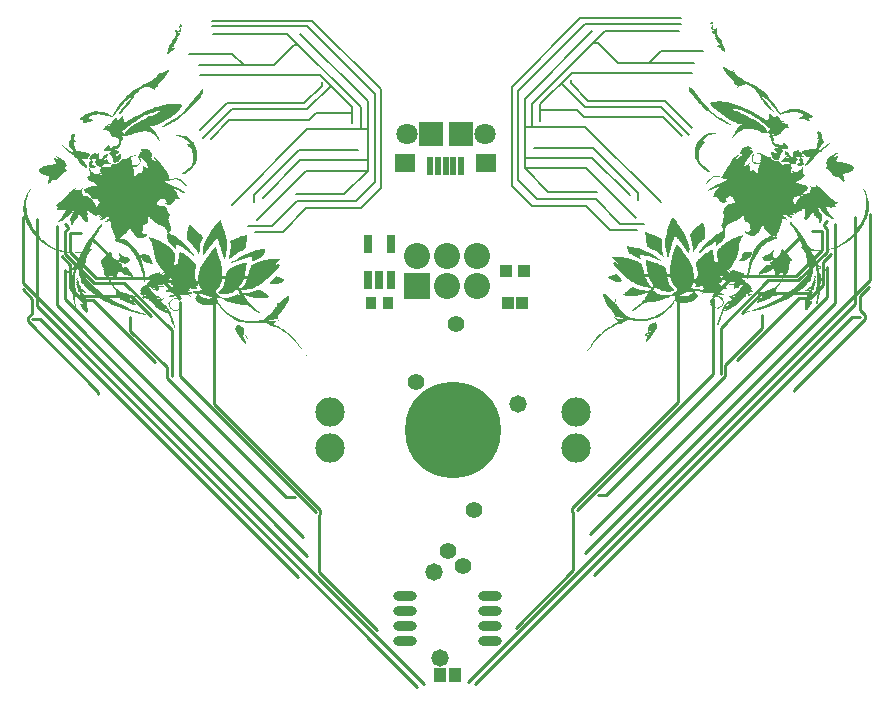
<source format=gbs>
G04 Layer_Color=8150272*
%FSLAX24Y24*%
%MOIN*%
G70*
G01*
G75*
%ADD13C,0.0100*%
%ADD14C,0.0079*%
%ADD35C,0.0867*%
%ADD36R,0.0867X0.0867*%
%ADD37C,0.0980*%
%ADD38C,0.0710*%
%ADD39C,0.0552*%
%ADD40C,0.0580*%
%ADD41O,0.0789X0.0316*%
%ADD42R,0.0434X0.0474*%
%ADD43R,0.0297X0.0630*%
%ADD44R,0.0375X0.0415*%
%ADD45R,0.0395X0.0434*%
%ADD46R,0.0400X0.0400*%
%ADD47C,0.3200*%
%ADD48R,0.0828X0.0828*%
%ADD49R,0.0710X0.0631*%
%ADD50R,0.0237X0.0612*%
G36*
X38133Y38003D02*
X38167Y37996D01*
X38177Y37990D01*
X38200Y37963D01*
X38183Y37934D01*
X38162Y37920D01*
X38156Y37911D01*
X38126Y37903D01*
X38135Y37897D01*
X38151Y37901D01*
X38191Y37903D01*
X38211Y37892D01*
X38224Y37871D01*
X38234Y37865D01*
X38242Y37834D01*
X38246Y37819D01*
X38234Y37799D01*
X38208Y37776D01*
X38175Y37743D01*
X38142Y37710D01*
X38137Y37700D01*
X38081Y37628D01*
X38032Y37566D01*
X37997Y37508D01*
X37969Y37460D01*
X37961Y37425D01*
X37944Y37396D01*
X37942Y37371D01*
X37931Y37352D01*
X37935Y37336D01*
X37950Y37340D01*
X37971Y37354D01*
X37992Y37367D01*
X38019Y37391D01*
X38035Y37395D01*
X38067Y37428D01*
X38098Y37436D01*
X38119Y37449D01*
X38129Y37444D01*
X38123Y37434D01*
X38127Y37418D01*
X38121Y37409D01*
X38130Y37312D01*
X38138Y37282D01*
X38142Y37266D01*
X38154Y37220D01*
X38157Y37205D01*
X38171Y37183D01*
X38187Y37187D01*
X38202Y37191D01*
X38208Y37201D01*
X38213Y37211D01*
X38235Y37224D01*
X38260Y37223D01*
X38289Y37205D01*
X38298Y37200D01*
X38331Y37167D01*
X38355Y37140D01*
X38363Y37109D01*
X38372Y37104D01*
X38396Y37077D01*
X38405Y37071D01*
X38411Y37081D01*
X38407Y37096D01*
X38411Y37146D01*
X38407Y37162D01*
X38412Y37172D01*
X38412Y37237D01*
X38414Y37262D01*
X38419Y37272D01*
X38429Y37332D01*
X38440Y37351D01*
X38446Y37361D01*
X38486Y37429D01*
X38409Y37409D01*
X38349Y37418D01*
X38304Y37431D01*
X38266Y37454D01*
X38242Y37481D01*
X38221Y37533D01*
X38207Y37554D01*
X38201Y37610D01*
X38199Y37650D01*
X38208Y37710D01*
X38231Y37749D01*
X38246Y37753D01*
X38267Y37767D01*
X38277Y37761D01*
X38281Y37746D01*
X38270Y37726D01*
X38264Y37716D01*
X38239Y37653D01*
X38226Y37608D01*
X38224Y37583D01*
X38228Y37568D01*
X38246Y37531D01*
X38279Y37499D01*
X38308Y37481D01*
X38318Y37476D01*
X38362Y37463D01*
X38397Y37455D01*
X38422Y37453D01*
X38437Y37457D01*
X38474Y37475D01*
X38489Y37479D01*
X38501Y37498D01*
X38497Y37514D01*
X38493Y37529D01*
X38489Y37544D01*
X38495Y37554D01*
X38492Y37595D01*
X38494Y37620D01*
X38506Y37639D01*
X38511Y37649D01*
X38519Y37684D01*
X38505Y37705D01*
X38507Y37730D01*
X38497Y37735D01*
X38458Y37758D01*
X38424Y37766D01*
X38399Y37768D01*
X38389Y37773D01*
X38364Y37775D01*
X38339Y37777D01*
X38344Y37786D01*
X38370Y37785D01*
X38385Y37789D01*
X38435Y37785D01*
X38485Y37782D01*
X38520Y37774D01*
X38530Y37768D01*
X38627Y37711D01*
X38685Y37677D01*
X38729Y37664D01*
X38739Y37658D01*
X38768Y37641D01*
X38783Y37645D01*
X38789Y37655D01*
X38795Y37664D01*
X38800Y37674D01*
X38820Y37662D01*
X38834Y37641D01*
X38843Y37636D01*
X38870Y37593D01*
X38904Y37561D01*
X38933Y37544D01*
X38942Y37538D01*
X38987Y37525D01*
X39031Y37511D01*
X39066Y37504D01*
X39081Y37508D01*
X39132Y37504D01*
X39151Y37493D01*
X39174Y37466D01*
X39178Y37451D01*
X39192Y37430D01*
X39205Y37409D01*
X39221Y37413D01*
X39231Y37407D01*
X39271Y37409D01*
X39337Y37409D01*
X39377Y37412D01*
X39402Y37410D01*
X39497Y37419D01*
X39489Y37424D01*
X39475Y37445D01*
X39413Y37495D01*
X39404Y37501D01*
X39384Y37512D01*
X39374Y37518D01*
X39359Y37514D01*
X39344Y37510D01*
X39313Y37502D01*
X39257Y37496D01*
X39242Y37492D01*
X39207Y37499D01*
X39172Y37507D01*
X39162Y37512D01*
X39168Y37522D01*
X39174Y37532D01*
X39205Y37540D01*
X39220Y37544D01*
X39247Y37567D01*
X39275Y37615D01*
X39287Y37635D01*
X39314Y37658D01*
X39341Y37681D01*
X39354Y37660D01*
X39368Y37639D01*
X39372Y37624D01*
X39382Y37618D01*
X39391Y37612D01*
X39407Y37616D01*
X39428Y37630D01*
X39433Y37640D01*
X39424Y37645D01*
X39404Y37657D01*
X39395Y37663D01*
X39379Y37659D01*
X39375Y37674D01*
X39391Y37678D01*
X39396Y37688D01*
X39377Y37699D01*
X39367Y37705D01*
X39358Y37711D01*
X39329Y37728D01*
X39321Y37758D01*
X39311Y37764D01*
X39307Y37780D01*
X39297Y37785D01*
X39288Y37791D01*
X39278Y37797D01*
X39284Y37806D01*
X39301Y37836D01*
X39307Y37845D01*
X39322Y37849D01*
X39337Y37853D01*
X39353Y37857D01*
X39367Y37836D01*
X39390Y37809D01*
X39437Y37755D01*
X39446Y37750D01*
X39460Y37729D01*
X39507Y37675D01*
X39526Y37663D01*
X39551Y37662D01*
X39568Y37691D01*
X39572Y37741D01*
X39568Y37756D01*
X39569Y37781D01*
X39583Y37826D01*
X39590Y37861D01*
X39596Y37870D01*
X39611Y37874D01*
X39631Y37863D01*
X39650Y37851D01*
X39681Y37859D01*
X39717Y37877D01*
X39723Y37887D01*
X39748Y37885D01*
X39758Y37879D01*
X39762Y37864D01*
X39760Y37839D01*
X39754Y37829D01*
X39753Y37804D01*
X39747Y37794D01*
X39762Y37798D01*
X39768Y37808D01*
X39774Y37818D01*
X39779Y37827D01*
X39795Y37831D01*
X39820Y37829D01*
X39839Y37818D01*
X39876Y37770D01*
X39880Y37755D01*
X39884Y37739D01*
X39888Y37724D01*
X39877Y37704D01*
X39871Y37695D01*
X39906Y37687D01*
X39915Y37682D01*
X39925Y37676D01*
X39904Y37662D01*
X39889Y37658D01*
X39852Y37641D01*
X39837Y37637D01*
X39856Y37625D01*
X39885Y37608D01*
X39889Y37593D01*
X39899Y37587D01*
X39907Y37556D01*
X39919Y37510D01*
X39921Y37469D01*
X39925Y37454D01*
X39922Y37338D01*
X39914Y37303D01*
X39918Y37288D01*
X39912Y37278D01*
X39901Y37259D01*
X39894Y37224D01*
X39892Y37199D01*
X39896Y37184D01*
X39892Y37134D01*
X39916Y37107D01*
X39935Y37095D01*
X39945Y37090D01*
X39974Y37072D01*
X39972Y37047D01*
X39960Y37028D01*
X39955Y37018D01*
X39874Y36948D01*
X39799Y36888D01*
X39726Y36853D01*
X39711Y36849D01*
X39705Y36839D01*
X39617Y36800D01*
X39711Y36783D01*
X39752Y36785D01*
X39787Y36778D01*
X39821Y36770D01*
X39831Y36765D01*
X39876Y36751D01*
X39914Y36729D01*
X39949Y36721D01*
X39959Y36715D01*
X40023Y36691D01*
X40052Y36674D01*
X40077Y36672D01*
X40086Y36666D01*
X40099Y36665D01*
X40085Y36641D01*
X40062Y36602D01*
X40056Y36593D01*
X40039Y36564D01*
X40027Y36544D01*
X40016Y36525D01*
X40006Y36531D01*
X39997Y36536D01*
X39966Y36528D01*
X39933Y36495D01*
X39901Y36462D01*
X39857Y36410D01*
X39828Y36361D01*
X39820Y36347D01*
X39782Y36350D01*
X39757Y36351D01*
X39701Y36345D01*
X39670Y36337D01*
X39645Y36339D01*
X39624Y36325D01*
X39618Y36316D01*
X39607Y36296D01*
X39584Y36258D01*
X39572Y36238D01*
X39567Y36229D01*
X39616Y36134D01*
X39637Y36082D01*
X39641Y36067D01*
X39651Y36061D01*
X39655Y36021D01*
X39659Y36030D01*
X39683Y36094D01*
X39719Y36177D01*
X39777Y36274D01*
X39782Y36284D01*
X39799Y36313D01*
X39820Y36347D01*
X39832Y36346D01*
X39878Y36358D01*
X39899Y36372D01*
X39911Y36391D01*
X39917Y36401D01*
X39922Y36410D01*
X39949Y36434D01*
X39990Y36436D01*
X39999Y36430D01*
X40015Y36434D01*
X40076Y36450D01*
X40113Y36468D01*
X40130Y36497D01*
X40153Y36535D01*
X40162Y36595D01*
X40158Y36611D01*
X40166Y36645D01*
X40165Y36666D01*
X40152Y36667D01*
X40142Y36672D01*
X40115Y36671D01*
X40123Y36684D01*
X40129Y36693D01*
X40134Y36703D01*
X40136Y36728D01*
X40146Y36723D01*
X40156Y36717D01*
X40163Y36686D01*
X40165Y36666D01*
X40177Y36665D01*
X40231Y36646D01*
X40297Y36646D01*
X40307Y36641D01*
X40347Y36643D01*
X40362Y36647D01*
X40368Y36657D01*
X40354Y36678D01*
X40345Y36683D01*
X40341Y36699D01*
X40347Y36708D01*
X40362Y36712D01*
X40372Y36707D01*
X40401Y36690D01*
X40430Y36672D01*
X40468Y36649D01*
X40511Y36611D01*
X40564Y36567D01*
X40573Y36561D01*
X40587Y36540D01*
X40620Y36508D01*
X40663Y36470D01*
X40762Y36372D01*
X40884Y36247D01*
X40894Y36242D01*
X40907Y36220D01*
X40975Y36180D01*
X40985Y36175D01*
X40995Y36169D01*
X41033Y36146D01*
X41105Y36156D01*
X40999Y36088D01*
X40984Y36084D01*
X40957Y36061D01*
X40936Y36047D01*
X40945Y36041D01*
X40961Y36045D01*
X40970Y36040D01*
X40986Y36043D01*
X40995Y36038D01*
X40999Y36022D01*
X40994Y36013D01*
X40973Y35999D01*
X40936Y35981D01*
X40880Y35975D01*
X40865Y35971D01*
X40824Y35969D01*
X40789Y35977D01*
X40755Y35984D01*
X40745Y35990D01*
X40720Y35991D01*
X40705Y35988D01*
X40689Y35984D01*
X40683Y35974D01*
X40697Y35953D01*
X40719Y35901D01*
X40746Y35859D01*
X40773Y35816D01*
X40783Y35811D01*
X40787Y35795D01*
X40818Y35738D01*
X40865Y35684D01*
X40911Y35630D01*
X40921Y35624D01*
X40925Y35609D01*
X40945Y35598D01*
X40939Y35588D01*
X40923Y35584D01*
X40889Y35591D01*
X40825Y35616D01*
X40776Y35645D01*
X40734Y35683D01*
X40724Y35689D01*
X40705Y35700D01*
X40681Y35727D01*
X40643Y35750D01*
X40567Y35821D01*
X40497Y35901D01*
X40493Y35917D01*
X40469Y35943D01*
X40442Y35986D01*
X40429Y36007D01*
X40419Y36013D01*
X40413Y36003D01*
X40417Y35987D01*
X40411Y35978D01*
X40415Y35962D01*
X40419Y35947D01*
X40437Y35910D01*
X40441Y35895D01*
X40445Y35880D01*
X40480Y35807D01*
X40490Y35801D01*
X40513Y35774D01*
X40531Y35737D01*
X40548Y35701D01*
X40543Y35691D01*
X40551Y35660D01*
X40543Y35626D01*
X40530Y35581D01*
X40524Y35572D01*
X40517Y35537D01*
X40503Y35492D01*
X40486Y35463D01*
X40471Y35459D01*
X40461Y35465D01*
X40453Y35496D01*
X40449Y35511D01*
X40445Y35527D01*
X40432Y35548D01*
X40422Y35553D01*
X40412Y35559D01*
X40424Y35579D01*
X40420Y35594D01*
X40396Y35621D01*
X40387Y35627D01*
X40377Y35632D01*
X40352Y35634D01*
X40337Y35630D01*
X40342Y35640D01*
X40338Y35655D01*
X40340Y35680D01*
X40328Y35726D01*
X40324Y35742D01*
X40311Y35763D01*
X40305Y35753D01*
X40313Y35722D01*
X40317Y35707D01*
X40315Y35682D01*
X40305Y35688D01*
X40296Y35693D01*
X40282Y35715D01*
X40272Y35720D01*
X40274Y35745D01*
X40270Y35761D01*
X40282Y35780D01*
X40287Y35790D01*
X40278Y35796D01*
X40258Y35807D01*
X40243Y35803D01*
X40222Y35789D01*
X40189Y35756D01*
X40139Y35694D01*
X40134Y35685D01*
X40107Y35661D01*
X40063Y35609D01*
X40057Y35599D01*
X40036Y35586D01*
X40015Y35572D01*
X39999Y35568D01*
X39984Y35564D01*
X39965Y35575D01*
X39951Y35597D01*
X39941Y35602D01*
X39943Y35627D01*
X39945Y35652D01*
X39958Y35697D01*
X39964Y35707D01*
X39966Y35732D01*
X39973Y35766D01*
X39971Y35807D01*
X39961Y35813D01*
X39963Y35838D01*
X39965Y35863D01*
X39982Y35892D01*
X39988Y35902D01*
X39978Y35907D01*
X39974Y35923D01*
X39933Y35920D01*
X39918Y35917D01*
X39887Y35909D01*
X39860Y35885D01*
X39839Y35872D01*
X39833Y35862D01*
X39803Y35854D01*
X39755Y35817D01*
X39666Y35778D01*
X39661Y35768D01*
X39645Y35764D01*
X39626Y35754D01*
X39624Y35751D01*
X39616Y35749D01*
X39587Y35733D01*
X39533Y35712D01*
X39532Y35727D01*
X39528Y35742D01*
X39539Y35761D01*
X39560Y35775D01*
X39580Y35764D01*
X39609Y35747D01*
X39616Y35749D01*
X39626Y35754D01*
X39635Y35770D01*
X39654Y35824D01*
X39650Y35839D01*
X39658Y35874D01*
X39661Y35924D01*
X39661Y35990D01*
X39657Y36005D01*
X39655Y36021D01*
X39640Y35976D01*
X39636Y35926D01*
X39635Y35901D01*
X39633Y35876D01*
X39631Y35851D01*
X39620Y35831D01*
X39604Y35828D01*
X39598Y35818D01*
X39572Y35795D01*
X39556Y35791D01*
X39550Y35781D01*
X39524Y35758D01*
X39518Y35748D01*
X39481Y35730D01*
X39476Y35721D01*
X39470Y35711D01*
X39474Y35695D01*
X39489Y35699D01*
X39520Y35707D01*
X39533Y35712D01*
X39538Y35671D01*
X39530Y35636D01*
X39525Y35626D01*
X39490Y35634D01*
X39451Y35657D01*
X39412Y35680D01*
X39393Y35691D01*
X39341Y35735D01*
X39296Y35748D01*
X39277Y35760D01*
X39261Y35756D01*
X39254Y35721D01*
X39258Y35706D01*
X39271Y35684D01*
X39300Y35667D01*
X39310Y35662D01*
X39320Y35656D01*
X39339Y35644D01*
X39333Y35635D01*
X39328Y35625D01*
X39312Y35621D01*
X39316Y35606D01*
X39332Y35610D01*
X39341Y35604D01*
X39361Y35592D01*
X39370Y35587D01*
X39374Y35571D01*
X39349Y35573D01*
X39324Y35575D01*
X39295Y35592D01*
X39286Y35598D01*
X39208Y35643D01*
X39198Y35493D01*
X39175Y35389D01*
X39128Y35286D01*
X39114Y35242D01*
X39107Y35207D01*
X39095Y35187D01*
X39090Y35178D01*
X39055Y35120D01*
X39036Y35065D01*
X39019Y35036D01*
X38992Y35013D01*
X38982Y35006D01*
X38977Y35009D01*
X38911Y35009D01*
X38896Y35010D01*
X38882Y35026D01*
X38873Y35032D01*
X38716Y35164D01*
X38663Y35208D01*
X38659Y35223D01*
X38650Y35229D01*
X38609Y35292D01*
X38605Y35308D01*
X38601Y35323D01*
X38567Y35421D01*
X38503Y35289D01*
X38462Y35222D01*
X38428Y35164D01*
X38396Y35131D01*
X38384Y35111D01*
X38330Y35064D01*
X38288Y35037D01*
X38267Y35024D01*
X38252Y35020D01*
X38201Y35023D01*
X38157Y35036D01*
X38122Y35044D01*
X38113Y35049D01*
X38054Y35084D01*
X38016Y35107D01*
X37992Y35134D01*
X37983Y35139D01*
X37969Y35160D01*
X37975Y35170D01*
X37980Y35180D01*
X37990Y35174D01*
X38025Y35167D01*
X38050Y35165D01*
X38081Y35173D01*
X38096Y35177D01*
X38133Y35194D01*
X38144Y35214D01*
X38156Y35233D01*
X38161Y35243D01*
X38163Y35268D01*
X38153Y35274D01*
X38144Y35279D01*
X38119Y35281D01*
X38124Y35291D01*
X38130Y35300D01*
X38132Y35325D01*
X38130Y35366D01*
X38131Y35391D01*
X38127Y35406D01*
X38106Y35458D01*
X38083Y35485D01*
X38057Y35487D01*
X38048Y35493D01*
X38007Y35490D01*
X37984Y35517D01*
X37970Y35538D01*
X37966Y35554D01*
X37954Y35600D01*
X37950Y35615D01*
X37952Y35641D01*
X37948Y35656D01*
X37944Y35671D01*
X37940Y35687D01*
X37946Y35696D01*
X37938Y35727D01*
X37928Y35733D01*
X37919Y35739D01*
X37898Y35725D01*
X37886Y35706D01*
X37859Y35682D01*
X37854Y35673D01*
X37800Y35626D01*
X37767Y35593D01*
X37731Y35575D01*
X37725Y35566D01*
X37667Y35534D01*
X37616Y35513D01*
X37573Y35486D01*
X37558Y35482D01*
X37485Y35446D01*
X37427Y35415D01*
X37385Y35388D01*
X37379Y35378D01*
X37341Y35335D01*
X37318Y35297D01*
X37311Y35262D01*
X37305Y35252D01*
X37292Y35208D01*
X37288Y35201D01*
X37300Y35184D01*
X37303Y35167D01*
X37306Y35145D01*
X37307Y35140D01*
X37309Y35129D01*
X37312Y35112D01*
X37316Y35090D01*
X37314Y35032D01*
X37300Y34979D01*
X37301Y34973D01*
X37291Y34966D01*
X37282Y34953D01*
X37268Y34933D01*
X37250Y34908D01*
X37227Y34875D01*
X37192Y34841D01*
X37153Y34806D01*
X37015Y34674D01*
X37013Y34754D01*
X37011Y34765D01*
X37009Y34781D01*
X37004Y34809D01*
X37001Y34826D01*
X36989Y34829D01*
X36978Y34827D01*
X36962Y34819D01*
X36957Y34818D01*
X36941Y34810D01*
X36921Y34795D01*
X36895Y34779D01*
X36827Y34739D01*
X36750Y34692D01*
X36744Y34691D01*
X36730Y34677D01*
X36709Y34662D01*
X36683Y34647D01*
X36653Y34624D01*
X36618Y34596D01*
X36538Y34531D01*
X36532Y34530D01*
X36527Y34523D01*
X36498Y34495D01*
X36462Y34472D01*
X36426Y34449D01*
X36415Y34447D01*
X36409Y34446D01*
X36407Y34457D01*
X36411Y34469D01*
X36430Y34495D01*
X36453Y34528D01*
X36490Y34574D01*
X36537Y34633D01*
X36542Y34640D01*
X36556Y34659D01*
X36585Y34687D01*
X36614Y34720D01*
X36653Y34761D01*
X36691Y34802D01*
X36785Y34892D01*
X36789Y34898D01*
X36805Y34907D01*
X36830Y34928D01*
X36859Y34956D01*
X36900Y34985D01*
X36945Y35022D01*
X37042Y35089D01*
X37047Y35096D01*
X37074Y35106D01*
X37099Y35122D01*
X37135Y35145D01*
X37177Y35169D01*
X37214Y35187D01*
X37245Y35203D01*
X37251Y35206D01*
X37243Y35236D01*
X37230Y35257D01*
X37226Y35273D01*
X37198Y35315D01*
X37190Y35346D01*
X37186Y35361D01*
X37232Y35504D01*
X37252Y35584D01*
X37262Y35644D01*
X37269Y35678D01*
X37267Y35719D01*
X37259Y35750D01*
X37255Y35765D01*
X37241Y35786D01*
X37233Y35817D01*
X37247Y35861D01*
X37269Y35900D01*
X37283Y35945D01*
X37306Y35983D01*
X37317Y36003D01*
X37323Y36012D01*
X37357Y36070D01*
X37390Y36104D01*
X37411Y36117D01*
X37420Y36111D01*
X37455Y36104D01*
X37496Y36106D01*
X37536Y36108D01*
X37552Y36112D01*
X37613Y36128D01*
X37644Y36136D01*
X37655Y36156D01*
X37603Y36265D01*
X37575Y36307D01*
X37562Y36328D01*
X37552Y36334D01*
X37537Y36330D01*
X37527Y36336D01*
X37508Y36347D01*
X37488Y36359D01*
X37463Y36361D01*
X37405Y36329D01*
X37363Y36302D01*
X37357Y36292D01*
X37352Y36283D01*
X37329Y36244D01*
X37327Y36219D01*
X37346Y36207D01*
X37356Y36202D01*
X37376Y36190D01*
X37364Y36171D01*
X37349Y36167D01*
X37333Y36163D01*
X37297Y36145D01*
X37276Y36132D01*
X37270Y36122D01*
X37245Y36124D01*
X37220Y36126D01*
X37196Y36152D01*
X37187Y36158D01*
X37144Y36196D01*
X37111Y36229D01*
X37097Y36250D01*
X37088Y36256D01*
X37064Y36283D01*
X37051Y36304D01*
X37037Y36325D01*
X37043Y36335D01*
X37029Y36356D01*
X37019Y36361D01*
X37004Y36357D01*
X36998Y36348D01*
X36962Y36330D01*
X36946Y36326D01*
X36921Y36328D01*
X36896Y36330D01*
X36892Y36345D01*
X36898Y36355D01*
X36904Y36364D01*
X36927Y36403D01*
X36955Y36452D01*
X36984Y36500D01*
X36989Y36510D01*
X36995Y36519D01*
X37123Y36692D01*
X36900Y36602D01*
X36842Y36570D01*
X36790Y36549D01*
X36775Y36545D01*
X36760Y36541D01*
X36729Y36533D01*
X36704Y36535D01*
X36727Y36573D01*
X36769Y36601D01*
X36900Y36667D01*
X36963Y36708D01*
X37015Y36730D01*
X37051Y36747D01*
X37067Y36751D01*
X37171Y36795D01*
X37244Y36830D01*
X37301Y36861D01*
X37338Y36879D01*
X37365Y36902D01*
X37371Y36912D01*
X37376Y36921D01*
X37372Y36937D01*
X37347Y36939D01*
X37332Y36935D01*
X37322Y36940D01*
X37282Y36938D01*
X37257Y36940D01*
X37237Y36951D01*
X37193Y36964D01*
X37148Y36978D01*
X37098Y36981D01*
X37088Y36987D01*
X37029Y36996D01*
X36978Y37000D01*
X36957Y36986D01*
X36942Y36982D01*
X36911Y36974D01*
X36878Y36941D01*
X36809Y36890D01*
X36765Y36838D01*
X36744Y36824D01*
X36738Y36815D01*
X36690Y36778D01*
X36664Y36754D01*
X36643Y36741D01*
X36639Y36756D01*
X36644Y36766D01*
X36694Y36828D01*
X36738Y36880D01*
X36776Y36923D01*
X36792Y36927D01*
X36797Y36937D01*
X36867Y36987D01*
X36924Y37019D01*
X36955Y37026D01*
X36970Y37030D01*
X37021Y37027D01*
X37071Y37023D01*
X37115Y37010D01*
X37131Y37014D01*
X37175Y37001D01*
X37206Y37009D01*
X37231Y37007D01*
X37242Y37027D01*
X37250Y37061D01*
X37252Y37086D01*
X37257Y37096D01*
X37282Y37160D01*
X37328Y37237D01*
X37418Y37367D01*
X37458Y37435D01*
X37496Y37478D01*
X37519Y37516D01*
X37524Y37526D01*
X37586Y37608D01*
X37635Y37670D01*
X37683Y37707D01*
X37710Y37730D01*
X37731Y37744D01*
X37747Y37748D01*
X37756Y37742D01*
X37760Y37726D01*
X37749Y37707D01*
X37720Y37659D01*
X37682Y37616D01*
X37676Y37606D01*
X37671Y37597D01*
X37577Y37482D01*
X37510Y37391D01*
X37493Y37362D01*
X37487Y37352D01*
X37497Y37347D01*
X37508Y37366D01*
X37541Y37399D01*
X37547Y37409D01*
X37552Y37418D01*
X37602Y37480D01*
X37640Y37523D01*
X37679Y37566D01*
X37705Y37589D01*
X37738Y37622D01*
X37744Y37632D01*
X37765Y37645D01*
X37790Y37644D01*
X37794Y37628D01*
X37804Y37623D01*
X37827Y37596D01*
X37840Y37575D01*
X37850Y37569D01*
X37856Y37579D01*
X37842Y37600D01*
X37838Y37615D01*
X37830Y37646D01*
X37822Y37677D01*
X37828Y37686D01*
X37840Y37706D01*
X37866Y37729D01*
X37888Y37743D01*
X37893Y37752D01*
X37920Y37776D01*
X37941Y37789D01*
X37947Y37799D01*
X37937Y37805D01*
X37932Y37795D01*
X37916Y37791D01*
X37880Y37774D01*
X37859Y37760D01*
X37853Y37750D01*
X37837Y37746D01*
X37828Y37752D01*
X37818Y37758D01*
X37810Y37789D01*
X37818Y37823D01*
X37831Y37868D01*
X37836Y37877D01*
X37859Y37916D01*
X37877Y37945D01*
X37898Y37959D01*
X37903Y37969D01*
X37924Y37982D01*
X37961Y38000D01*
X37986Y37998D01*
X38002Y38002D01*
X38073Y38012D01*
X38133Y38003D01*
D02*
G37*
G36*
X40477Y38500D02*
X40496Y38488D01*
X40520Y38461D01*
X40528Y38430D01*
X40530Y38390D01*
X40534Y38375D01*
X40526Y38340D01*
X40544Y38303D01*
X40571Y38261D01*
X40585Y38240D01*
X40597Y38194D01*
X40591Y38118D01*
X40553Y38076D01*
X40515Y38033D01*
X40509Y38023D01*
X40477Y37990D01*
X40454Y37952D01*
X40441Y37907D01*
X40435Y37897D01*
X40439Y37882D01*
X40433Y37872D01*
X40443Y37867D01*
X40464Y37880D01*
X40491Y37904D01*
X40539Y37941D01*
X40544Y37950D01*
X40571Y37974D01*
X40613Y38001D01*
X40656Y38028D01*
X40661Y38038D01*
X40683Y38051D01*
X40709Y38075D01*
X40746Y38092D01*
X40761Y38096D01*
X40788Y38120D01*
X40804Y38124D01*
X40646Y37968D01*
X40641Y37959D01*
X40620Y37945D01*
X40587Y37912D01*
X40555Y37879D01*
X40549Y37869D01*
X40528Y37856D01*
X40491Y37838D01*
X40464Y37815D01*
X40449Y37811D01*
X40433Y37807D01*
X40407Y37783D01*
X40374Y37750D01*
X40368Y37741D01*
X40342Y37717D01*
X40292Y37655D01*
X40286Y37646D01*
X40280Y37636D01*
X40236Y37583D01*
X40171Y37517D01*
X40106Y37451D01*
X40100Y37442D01*
X40085Y37438D01*
X40052Y37405D01*
X40010Y37377D01*
X39989Y37364D01*
X39979Y37370D01*
X39981Y37395D01*
X39983Y37420D01*
X40000Y37449D01*
X40023Y37487D01*
X40051Y37536D01*
X40057Y37546D01*
X40063Y37555D01*
X40101Y37598D01*
X40136Y37656D01*
X40141Y37666D01*
X40137Y37681D01*
X40128Y37687D01*
X40118Y37693D01*
X40103Y37689D01*
X40097Y37679D01*
X40091Y37669D01*
X40076Y37665D01*
X40051Y37667D01*
X40025Y37669D01*
X40016Y37675D01*
X39996Y37686D01*
X39958Y37709D01*
X39921Y37757D01*
X39911Y37763D01*
X39888Y37789D01*
X39874Y37811D01*
X39876Y37836D01*
X39882Y37845D01*
X39912Y37853D01*
X39964Y37875D01*
X40057Y37899D01*
X40072Y37903D01*
X40134Y37918D01*
X40205Y37929D01*
X40271Y37929D01*
X40357Y37943D01*
X40387Y38082D01*
X40389Y38107D01*
X40402Y38152D01*
X40421Y38206D01*
X40425Y38256D01*
X40415Y38262D01*
X40396Y38273D01*
X40374Y38260D01*
X40369Y38250D01*
X40359Y38256D01*
X40365Y38265D01*
X40370Y38275D01*
X40392Y38289D01*
X40397Y38298D01*
X40414Y38327D01*
X40412Y38368D01*
X40391Y38420D01*
X40381Y38426D01*
X40383Y38451D01*
X40379Y38466D01*
X40381Y38491D01*
X40386Y38501D01*
X40392Y38511D01*
X40417Y38509D01*
X40432Y38513D01*
X40477Y38500D01*
D02*
G37*
G36*
X37154Y39509D02*
X37270Y39506D01*
X37409Y39476D01*
X37558Y39440D01*
X37577Y39429D01*
X37621Y39415D01*
X37710Y39389D01*
X37813Y39341D01*
X37941Y39292D01*
X38097Y39226D01*
X38248Y39150D01*
X38413Y39052D01*
X38742Y38858D01*
X38761Y38978D01*
X38762Y39003D01*
X38776Y39047D01*
X38789Y39092D01*
X38800Y39111D01*
X38820Y39100D01*
X38849Y39082D01*
X38895Y39029D01*
X38969Y38933D01*
X38979Y38993D01*
X38984Y39002D01*
X38996Y39022D01*
X39017Y39035D01*
X39061Y39022D01*
X39071Y39016D01*
X39090Y39005D01*
X39137Y38951D01*
X39141Y38936D01*
X39155Y38915D01*
X39196Y38851D01*
X39209Y38830D01*
X39227Y38794D01*
X39264Y38746D01*
X39293Y38729D01*
X39299Y38738D01*
X39285Y38759D01*
X39277Y38790D01*
X39259Y38827D01*
X39250Y38832D01*
X39251Y38858D01*
X39224Y38900D01*
X39210Y38921D01*
X39220Y38915D01*
X39234Y38894D01*
X39271Y38846D01*
X39275Y38831D01*
X39308Y38798D01*
X39331Y38771D01*
X39366Y38764D01*
X39376Y38758D01*
X39395Y38747D01*
X39422Y38704D01*
X39452Y38622D01*
X39382Y38637D01*
X39367Y38633D01*
X39326Y38630D01*
X39290Y38613D01*
X39263Y38590D01*
X39225Y38547D01*
X39190Y38489D01*
X39185Y38479D01*
X39162Y38440D01*
X39135Y38417D01*
X39119Y38413D01*
X39110Y38419D01*
X39089Y38405D01*
X39058Y38397D01*
X39000Y38366D01*
X38985Y38362D01*
X38954Y38354D01*
X38923Y38346D01*
X38929Y38356D01*
X38925Y38371D01*
X38931Y38381D01*
X38923Y38412D01*
X38905Y38448D01*
X38889Y38510D01*
X38846Y38614D01*
X38917Y38336D01*
X38921Y38321D01*
X38924Y38280D01*
X38930Y38225D01*
X38928Y38199D01*
X38922Y38190D01*
X38917Y38180D01*
X38930Y38159D01*
X38979Y38130D01*
X38988Y38125D01*
X39017Y38107D01*
X39072Y38089D01*
X39135Y38064D01*
X39145Y38058D01*
X39180Y38051D01*
X39211Y38059D01*
X39234Y38097D01*
X39239Y38107D01*
X39241Y38132D01*
X39262Y38146D01*
X39278Y38150D01*
X39287Y38144D01*
X39297Y38138D01*
X39330Y38106D01*
X39367Y38058D01*
X39371Y38042D01*
X39394Y38016D01*
X39408Y37994D01*
X39416Y37964D01*
X39410Y37954D01*
X39395Y37950D01*
X39358Y37932D01*
X39327Y37924D01*
X39312Y37920D01*
X39287Y37922D01*
X39252Y37930D01*
X39198Y37949D01*
X39188Y37954D01*
X39179Y37960D01*
X39149Y37977D01*
X39140Y37983D01*
X39144Y37968D01*
X39173Y37950D01*
X39183Y37945D01*
X39196Y37924D01*
X39253Y37864D01*
X39256Y37849D01*
X39260Y37833D01*
X39245Y37829D01*
X39235Y37835D01*
X39220Y37831D01*
X39193Y37808D01*
X39170Y37769D01*
X39164Y37759D01*
X39147Y37730D01*
X39130Y37701D01*
X39128Y37676D01*
X39123Y37666D01*
X39127Y37651D01*
X39102Y37587D01*
X39096Y37578D01*
X39075Y37564D01*
X39054Y37550D01*
X39029Y37552D01*
X39019Y37558D01*
X39004Y37554D01*
X38950Y37573D01*
X38926Y37600D01*
X38903Y37626D01*
X38876Y37669D01*
X38864Y37715D01*
X38860Y37730D01*
X38856Y37746D01*
X38855Y37811D01*
X38857Y37836D01*
X38869Y37856D01*
X38898Y37839D01*
X38946Y37810D01*
X38956Y37804D01*
X38995Y37781D01*
X39024Y37764D01*
X39049Y37762D01*
X39045Y37778D01*
X39031Y37799D01*
X39004Y37841D01*
X38994Y37847D01*
X38961Y37879D01*
X38932Y37897D01*
X38928Y37912D01*
X38934Y37922D01*
X38940Y37931D01*
X38982Y37959D01*
X38997Y37963D01*
X39007Y37957D01*
X39026Y37946D01*
X39036Y37940D01*
X39051Y37944D01*
X39063Y37963D01*
X39059Y37979D01*
X39055Y37994D01*
X39020Y38001D01*
X39010Y38007D01*
X38995Y38003D01*
X38976Y38015D01*
X38956Y38026D01*
X38947Y38032D01*
X38937Y38037D01*
X38900Y38085D01*
X38896Y38101D01*
X38878Y38137D01*
X38866Y38184D01*
X38855Y38230D01*
X38851Y38245D01*
X38847Y38261D01*
X38833Y38282D01*
X38810Y38309D01*
X38800Y38314D01*
X38786Y38335D01*
X38782Y38351D01*
X38790Y38386D01*
X38795Y38395D01*
X38801Y38405D01*
X38803Y38430D01*
X38789Y38451D01*
X38780Y38457D01*
X38770Y38463D01*
X38745Y38464D01*
X38724Y38451D01*
X38718Y38441D01*
X38693Y38443D01*
X38643Y38446D01*
X38608Y38454D01*
X38564Y38467D01*
X38554Y38473D01*
X38509Y38486D01*
X38446Y38511D01*
X38372Y38541D01*
X38188Y38584D01*
X38094Y38601D01*
X38013Y38596D01*
X37997Y38592D01*
X37982Y38588D01*
X37936Y38576D01*
X37884Y38555D01*
X37826Y38524D01*
X37769Y38492D01*
X37699Y38442D01*
X37634Y38376D01*
X37552Y38281D01*
X37618Y38437D01*
X37624Y38447D01*
X37647Y38486D01*
X37681Y38544D01*
X37716Y38602D01*
X37721Y38612D01*
X37748Y38635D01*
X37787Y38678D01*
X37840Y38724D01*
X37846Y38734D01*
X37861Y38738D01*
X37867Y38748D01*
X37873Y38757D01*
X37848Y38759D01*
X37813Y38767D01*
X37763Y38770D01*
X37753Y38776D01*
X37738Y38772D01*
X37709Y38789D01*
X37655Y38808D01*
X37606Y38837D01*
X37533Y38867D01*
X37465Y38907D01*
X37378Y38958D01*
X37368Y38964D01*
X37339Y38981D01*
X37290Y39010D01*
X37232Y39044D01*
X37099Y39149D01*
X36974Y39249D01*
X36965Y39255D01*
X36951Y39276D01*
X36899Y39320D01*
X36848Y39389D01*
X36825Y39416D01*
X36811Y39437D01*
X36813Y39462D01*
X36834Y39476D01*
X36880Y39487D01*
X36896Y39491D01*
X36926Y39499D01*
X36982Y39506D01*
X37063Y39510D01*
X37154Y39509D01*
D02*
G37*
G36*
X40112Y36664D02*
X40099Y36665D01*
X40102Y36670D01*
X40115Y36671D01*
X40112Y36664D01*
D02*
G37*
G36*
X41084Y37802D02*
X41093Y37796D01*
X41078Y37792D01*
X41062Y37788D01*
X41026Y37770D01*
X40967Y37714D01*
X40961Y37704D01*
X40955Y37695D01*
X40949Y37685D01*
X40963Y37664D01*
X40973Y37658D01*
X40988Y37662D01*
X41009Y37676D01*
X41021Y37695D01*
X41052Y37703D01*
X41061Y37697D01*
X41067Y37707D01*
X41078Y37726D01*
X41074Y37742D01*
X41084Y37736D01*
X41088Y37721D01*
X41086Y37695D01*
X41079Y37661D01*
X41050Y37612D01*
X41044Y37603D01*
X41022Y37564D01*
X41014Y37529D01*
X41028Y37508D01*
X41037Y37502D01*
X41072Y37495D01*
X41097Y37493D01*
X41142Y37480D01*
X41192Y37476D01*
X41267Y37471D01*
X41277Y37465D01*
X41312Y37458D01*
X41356Y37445D01*
X41416Y37435D01*
X41528Y37382D01*
X41567Y37359D01*
X41594Y37317D01*
X41598Y37302D01*
X41585Y37257D01*
X41568Y37228D01*
X41526Y37201D01*
X41478Y37164D01*
X41395Y37134D01*
X41380Y37130D01*
X41333Y37118D01*
X41287Y37107D01*
X41266Y37093D01*
X41260Y37083D01*
X41255Y37074D01*
X41253Y37048D01*
X41261Y37018D01*
X41265Y37002D01*
X41273Y36971D01*
X41284Y36925D01*
X41291Y36869D01*
X41285Y36860D01*
X41283Y36835D01*
X41268Y36831D01*
X41254Y36852D01*
X41244Y36857D01*
X41221Y36884D01*
X41188Y36917D01*
X41136Y36961D01*
X41126Y36967D01*
X41097Y36984D01*
X41072Y36985D01*
X41056Y36981D01*
X41041Y36978D01*
X41016Y36979D01*
X40977Y37002D01*
X40968Y37008D01*
X40939Y37025D01*
X40905Y37058D01*
X40869Y37106D01*
X40859Y37111D01*
X40855Y37127D01*
X40808Y37180D01*
X40799Y37186D01*
X40779Y37198D01*
X40727Y37242D01*
X40717Y37247D01*
X40698Y37259D01*
X40669Y37276D01*
X40665Y37291D01*
X40661Y37307D01*
X40666Y37316D01*
X40693Y37340D01*
X40699Y37349D01*
X40720Y37363D01*
X40722Y37388D01*
X40699Y37415D01*
X40689Y37421D01*
X40669Y37432D01*
X40662Y37463D01*
X40679Y37492D01*
X40684Y37502D01*
X40696Y37521D01*
X40707Y37540D01*
X40709Y37566D01*
X40715Y37575D01*
X40726Y37595D01*
X40780Y37641D01*
X40813Y37674D01*
X40870Y37706D01*
X40876Y37715D01*
X40891Y37719D01*
X40949Y37750D01*
X41022Y37786D01*
X41043Y37799D01*
X41074Y37807D01*
X41084Y37802D01*
D02*
G37*
G36*
X36989Y38456D02*
X36999Y38450D01*
X37015Y38454D01*
X37019Y38439D01*
X37003Y38435D01*
X36972Y38427D01*
X36916Y38421D01*
X36901Y38417D01*
X36870Y38409D01*
X36834Y38391D01*
X36772Y38376D01*
X36672Y38317D01*
X36624Y38280D01*
X36586Y38237D01*
X36580Y38228D01*
X36563Y38199D01*
X36561Y38173D01*
X36577Y38177D01*
X36592Y38181D01*
X36607Y38185D01*
X36637Y38168D01*
X36640Y38153D01*
X36635Y38143D01*
X36608Y38120D01*
X36602Y38110D01*
X36570Y38077D01*
X36531Y38034D01*
X36497Y37976D01*
X36486Y37957D01*
X36472Y37912D01*
X36452Y37833D01*
X36445Y37733D01*
X36439Y37723D01*
X36443Y37708D01*
X36443Y37642D01*
X36454Y37571D01*
X36483Y37488D01*
X36487Y37473D01*
X36524Y37425D01*
X36590Y37360D01*
X36691Y37287D01*
X36701Y37281D01*
X36720Y37270D01*
X36763Y37232D01*
X36805Y37193D01*
X36819Y37172D01*
X36813Y37162D01*
X36798Y37158D01*
X36773Y37160D01*
X36728Y37173D01*
X36660Y37213D01*
X36651Y37219D01*
X36641Y37225D01*
X36593Y37254D01*
X36536Y37313D01*
X36461Y37384D01*
X36451Y37390D01*
X36447Y37405D01*
X36410Y37453D01*
X36365Y37532D01*
X36322Y37636D01*
X36306Y37763D01*
X36305Y37894D01*
X36340Y38043D01*
X36371Y38116D01*
X36416Y38194D01*
X36422Y38203D01*
X36434Y38223D01*
X36460Y38246D01*
X36493Y38279D01*
X36579Y38359D01*
X36695Y38421D01*
X36716Y38435D01*
X36787Y38445D01*
X36879Y38469D01*
X36989Y38456D01*
D02*
G37*
G36*
X21116Y32043D02*
X21178Y32028D01*
X21220Y32000D01*
X21247Y31977D01*
X21264Y31948D01*
X21273Y31888D01*
X21275Y31863D01*
X21280Y31788D01*
X21282Y31763D01*
X21288Y31753D01*
X21311Y31714D01*
X21326Y31710D01*
X21342Y31706D01*
X21357Y31702D01*
X21368Y31683D01*
X21380Y31663D01*
X21386Y31654D01*
X21393Y31619D01*
X21399Y31609D01*
X21389Y31604D01*
X21362Y31627D01*
X21330Y31660D01*
X21301Y31708D01*
X21257Y31761D01*
X21240Y31790D01*
X21228Y31809D01*
X21106Y31972D01*
X21112Y31962D01*
X21140Y31914D01*
X21163Y31875D01*
X21169Y31866D01*
X21175Y31856D01*
X21199Y31792D01*
X21228Y31744D01*
X21241Y31699D01*
X21247Y31689D01*
X21281Y31631D01*
X21304Y31593D01*
X21312Y31558D01*
X21317Y31548D01*
X21336Y31494D01*
X21344Y31459D01*
X21340Y31444D01*
X21336Y31428D01*
X21330Y31438D01*
X21315Y31442D01*
X21309Y31452D01*
X21282Y31475D01*
X21249Y31508D01*
X21223Y31531D01*
X21217Y31541D01*
X21173Y31594D01*
X21139Y31652D01*
X21116Y31690D01*
X21104Y31710D01*
X21043Y31791D01*
X21009Y31849D01*
X20992Y31878D01*
X20986Y31888D01*
X20978Y31923D01*
X20986Y31954D01*
X20990Y31969D01*
X20994Y31984D01*
X21024Y32067D01*
X21116Y32043D01*
D02*
G37*
G36*
X14149Y36563D02*
X14131Y36527D01*
X14118Y36505D01*
X14061Y36380D01*
X14033Y36273D01*
X14013Y36196D01*
X14000Y36174D01*
X14005Y36165D01*
X14010Y36024D01*
X14025Y35889D01*
X14034Y35829D01*
X14037Y35779D01*
X14039Y35754D01*
X14045Y35744D01*
X14060Y35674D01*
X14096Y35591D01*
X14166Y35450D01*
X14191Y35386D01*
X14219Y35338D01*
X14237Y35309D01*
X14242Y35299D01*
X14370Y35126D01*
X14426Y35055D01*
X14476Y34993D01*
X14520Y34940D01*
X14552Y34907D01*
X14579Y34884D01*
X14585Y34874D01*
X14761Y34730D01*
X14946Y34617D01*
X15126Y34554D01*
X15296Y34510D01*
X15444Y34480D01*
X15550Y34478D01*
X15631Y34473D01*
X15647Y34469D01*
X15656Y34475D01*
X15867Y34495D01*
X15974Y34689D01*
X16087Y34873D01*
X16142Y34958D01*
X16193Y35027D01*
X16234Y35090D01*
X16271Y35138D01*
X16294Y35165D01*
X16298Y35181D01*
X16358Y35255D01*
X16409Y35324D01*
X16442Y35357D01*
X16475Y35390D01*
X16498Y35416D01*
X16508Y35422D01*
X16518Y35428D01*
X16529Y35409D01*
X16535Y35399D01*
X16536Y35374D01*
X16538Y35349D01*
X16534Y35333D01*
X16525Y35328D01*
X16515Y35322D01*
X16501Y35301D01*
X16478Y35274D01*
X16423Y35189D01*
X16378Y35111D01*
X16370Y35080D01*
X16361Y35074D01*
X16281Y34922D01*
X16218Y34807D01*
X16206Y34761D01*
X16183Y34734D01*
X16185Y34709D01*
X16175Y34703D01*
X16153Y34651D01*
X16136Y34615D01*
X16122Y34593D01*
X16128Y34584D01*
X16143Y34580D01*
X16159Y34576D01*
X16168Y34582D01*
X16193Y34583D01*
X16209Y34579D01*
X16189Y34568D01*
X16180Y34562D01*
X16137Y34524D01*
X16090Y34470D01*
X16073Y34434D01*
X16059Y34413D01*
X16030Y34330D01*
X16006Y34237D01*
X15996Y34166D01*
X15988Y34135D01*
X15982Y34079D01*
X15979Y34039D01*
X15952Y33997D01*
X15933Y33985D01*
X15913Y33974D01*
X15905Y33943D01*
X15907Y33918D01*
X15903Y33902D01*
X15918Y33833D01*
X15933Y33763D01*
X15946Y33719D01*
X15952Y33709D01*
X15998Y33632D01*
X16069Y33556D01*
X16113Y33504D01*
X16134Y33490D01*
X16140Y33480D01*
X16383Y33245D01*
X16463Y33175D01*
X16554Y33111D01*
X16650Y33037D01*
X16744Y32988D01*
X16828Y32933D01*
X16892Y32892D01*
X16934Y32865D01*
X16949Y32861D01*
X17086Y32785D01*
X17226Y32724D01*
X17357Y32658D01*
X17466Y32605D01*
X17565Y32571D01*
X17638Y32536D01*
X17690Y32515D01*
X17705Y32511D01*
X17788Y32481D01*
X17840Y32460D01*
X17871Y32452D01*
X17880Y32457D01*
X17921Y32455D01*
X17930Y32461D01*
X17940Y32467D01*
X17938Y32492D01*
X17944Y32482D01*
X17950Y32472D01*
X17973Y32434D01*
X17999Y32410D01*
X18021Y32397D01*
X18026Y32387D01*
X18011Y32391D01*
X17995Y32395D01*
X17816Y32433D01*
X17585Y32492D01*
X17364Y32557D01*
X17168Y32624D01*
X17002Y32683D01*
X16877Y32740D01*
X16773Y32783D01*
X16706Y32809D01*
X16685Y32822D01*
X16521Y32922D01*
X16379Y33008D01*
X16257Y33105D01*
X16155Y33189D01*
X16074Y33259D01*
X16015Y33315D01*
X15982Y33348D01*
X15971Y33368D01*
X15938Y33401D01*
X15927Y33420D01*
X15890Y33438D01*
X15875Y33442D01*
X15865Y33436D01*
X15860Y33445D01*
X15864Y33461D01*
X15858Y33471D01*
X15850Y33505D01*
X15843Y33540D01*
X15835Y33575D01*
X15830Y33585D01*
X15805Y33648D01*
X15784Y33728D01*
X15769Y33797D01*
X15773Y33813D01*
X15768Y33822D01*
X15761Y33923D01*
X15755Y33998D01*
X15752Y34048D01*
X15756Y34064D01*
X15764Y34094D01*
X15768Y34110D01*
X15758Y34104D01*
X15735Y34077D01*
X15731Y34062D01*
X15709Y34010D01*
X15711Y33985D01*
X15701Y33979D01*
X15691Y33908D01*
X15687Y33892D01*
X15683Y33877D01*
X15655Y33703D01*
X15645Y33632D01*
X15644Y33567D01*
X15638Y33511D01*
X15640Y33486D01*
X15647Y33385D01*
X15652Y33310D01*
X15665Y33266D01*
X15667Y33240D01*
X15682Y33171D01*
X15686Y33121D01*
X15687Y33096D01*
X15706Y33041D01*
X15718Y33022D01*
X15723Y33012D01*
X15745Y32999D01*
X15750Y32989D01*
X15735Y32993D01*
X15719Y32997D01*
X15704Y33001D01*
X15677Y33024D01*
X15650Y33048D01*
X15654Y33063D01*
X15649Y33073D01*
X15657Y33104D01*
X15661Y33119D01*
X15655Y33129D01*
X15649Y33138D01*
X15634Y33142D01*
X15630Y33127D01*
X15631Y33102D01*
X15628Y33086D01*
X15633Y33011D01*
X15638Y32936D01*
X15653Y32866D01*
X15649Y32851D01*
X15655Y32841D01*
X15675Y32696D01*
X15677Y32671D01*
X15667Y32666D01*
X15657Y32660D01*
X15650Y32695D01*
X15633Y32724D01*
X15606Y32813D01*
X15591Y32882D01*
X15590Y32907D01*
X15584Y32917D01*
X15564Y33062D01*
X15551Y33172D01*
X15546Y33247D01*
X15550Y33262D01*
X15544Y33272D01*
X15544Y33338D01*
X15531Y33382D01*
X15524Y33417D01*
X15522Y33442D01*
X15495Y33465D01*
X15489Y33475D01*
X15478Y33494D01*
X15482Y33510D01*
X15486Y33525D01*
X15494Y33556D01*
X15509Y33552D01*
X15500Y33546D01*
X15505Y33537D01*
X15507Y33512D01*
X15513Y33502D01*
X15517Y33517D01*
X15525Y33548D01*
X15529Y33564D01*
X15523Y33573D01*
X15517Y33583D01*
X15515Y33608D01*
X15518Y33648D01*
X15531Y33670D01*
X15535Y33685D01*
X15570Y33758D01*
X15586Y33820D01*
X15598Y33866D01*
X15602Y33881D01*
X15608Y33937D01*
X15607Y33962D01*
X15591Y33966D01*
X15578Y33945D01*
X15564Y33924D01*
X15560Y33909D01*
X15550Y33903D01*
X15542Y33872D01*
X15529Y33851D01*
X15509Y33840D01*
X15500Y33834D01*
X15471Y33817D01*
X15451Y33805D01*
X15441Y33799D01*
X15426Y33803D01*
X15416Y33798D01*
X15401Y33802D01*
X15391Y33796D01*
X15357Y33788D01*
X15337Y33777D01*
X15306Y33785D01*
X15301Y33795D01*
X15324Y33822D01*
X15343Y33833D01*
X15363Y33844D01*
X15372Y33850D01*
X15413Y33848D01*
X15428Y33844D01*
X15444Y33840D01*
X15459Y33836D01*
X15469Y33842D01*
X15478Y33847D01*
X15488Y33853D01*
X15508Y33865D01*
X15511Y33880D01*
X15506Y33890D01*
X15510Y33905D01*
X15523Y33926D01*
X15527Y33942D01*
X15537Y33947D01*
X15580Y33986D01*
X15613Y34018D01*
X15636Y34045D01*
X15640Y34060D01*
X15681Y34124D01*
X15726Y34203D01*
X15751Y34270D01*
X15755Y34285D01*
X15765Y34291D01*
X15849Y34458D01*
X15668Y34456D01*
X15527Y34451D01*
X15400Y34467D01*
X15288Y34480D01*
X15186Y34498D01*
X15093Y34521D01*
X15032Y34537D01*
X14995Y34555D01*
X14980Y34559D01*
X14761Y34665D01*
X14676Y34719D01*
X14586Y34783D01*
X14527Y34840D01*
X14473Y34886D01*
X14431Y34914D01*
X14425Y34923D01*
X14316Y35042D01*
X14222Y35156D01*
X14149Y35257D01*
X14092Y35354D01*
X14046Y35431D01*
X14006Y35499D01*
X13993Y35544D01*
X13987Y35553D01*
X13944Y35671D01*
X13931Y35781D01*
X13918Y35891D01*
X13917Y35982D01*
X13927Y36053D01*
X13928Y36119D01*
X13936Y36150D01*
X13940Y36165D01*
X13973Y36263D01*
X13999Y36331D01*
X14015Y36392D01*
X14028Y36413D01*
X14063Y36487D01*
X14110Y36540D01*
X14137Y36582D01*
X14147Y36588D01*
X14157Y36594D01*
X14149Y36563D01*
D02*
G37*
G36*
X19051Y32953D02*
X19093Y32925D01*
X19114Y32912D01*
X19147Y32879D01*
X19185Y32836D01*
X19206Y32757D01*
X19199Y32701D01*
X19201Y32676D01*
X19174Y32634D01*
X19141Y32601D01*
X19079Y32551D01*
X19025Y32532D01*
X19009Y32536D01*
X19000Y32531D01*
X18949Y32527D01*
X18913Y32545D01*
X18840Y32580D01*
X18796Y32632D01*
X18790Y32642D01*
X18784Y32652D01*
X18760Y32716D01*
X18750Y32775D01*
X18772Y32827D01*
X18799Y32870D01*
X18861Y32919D01*
X18881Y32931D01*
X18890Y32937D01*
X18979Y32963D01*
X19051Y32953D01*
D02*
G37*
G36*
X36140Y40003D02*
X36173Y39971D01*
X36229Y39911D01*
X36420Y39681D01*
X36433Y39660D01*
X36466Y39627D01*
X36517Y39558D01*
X36577Y39483D01*
X36727Y39317D01*
X36787Y39242D01*
X36853Y39177D01*
X36863Y39171D01*
X36877Y39150D01*
X36915Y39127D01*
X36958Y39089D01*
X37011Y39045D01*
X37088Y38999D01*
X37165Y38953D01*
X37262Y38896D01*
X37272Y38890D01*
X37291Y38879D01*
X37330Y38856D01*
X37369Y38833D01*
X37456Y38782D01*
X37485Y38764D01*
X37514Y38747D01*
X37518Y38732D01*
X37512Y38722D01*
X37478Y38730D01*
X37468Y38735D01*
X37452Y38731D01*
X37423Y38749D01*
X37389Y38756D01*
X37340Y38785D01*
X37276Y38809D01*
X37209Y38849D01*
X37131Y38895D01*
X37121Y38901D01*
X37092Y38918D01*
X37054Y38941D01*
X36996Y38975D01*
X36871Y39075D01*
X36738Y39180D01*
X36718Y39191D01*
X36685Y39224D01*
X36613Y39279D01*
X36543Y39360D01*
X36534Y39365D01*
X36530Y39381D01*
X36468Y39431D01*
X36407Y39505D01*
X36337Y39586D01*
X36328Y39592D01*
X36314Y39613D01*
X36291Y39640D01*
X36258Y39672D01*
X36197Y39747D01*
X36170Y39789D01*
X36147Y39816D01*
X36143Y39832D01*
X36119Y39858D01*
X36108Y39905D01*
X36105Y39945D01*
X36101Y39960D01*
X36103Y39986D01*
X36105Y40011D01*
X36120Y40015D01*
X36140Y40003D01*
D02*
G37*
G36*
X37279Y40650D02*
X37304Y40648D01*
X37314Y40642D01*
X37333Y40631D01*
X37362Y40613D01*
X37401Y40591D01*
X37420Y40579D01*
X37449Y40562D01*
X37498Y40533D01*
X37533Y40526D01*
X37542Y40520D01*
X37563Y40534D01*
X37575Y40553D01*
X37604Y40602D01*
X37594Y40542D01*
X37589Y40532D01*
X37597Y40501D01*
X37599Y40461D01*
X37611Y40415D01*
X37615Y40399D01*
X37628Y40378D01*
X37652Y40351D01*
X37675Y40324D01*
X37681Y40334D01*
X37667Y40355D01*
X37655Y40401D01*
X37651Y40417D01*
X37628Y40444D01*
X37620Y40474D01*
X37622Y40500D01*
X37631Y40494D01*
X37649Y40457D01*
X37653Y40442D01*
X37667Y40421D01*
X37709Y40382D01*
X37771Y40333D01*
X37791Y40321D01*
X37820Y40304D01*
X37858Y40281D01*
X37917Y40247D01*
X37984Y40207D01*
X38072Y40155D01*
X38184Y40102D01*
X38193Y40096D01*
X38223Y40079D01*
X38271Y40051D01*
X38339Y40011D01*
X38484Y39925D01*
X38628Y39814D01*
X38637Y39808D01*
X38651Y39787D01*
X38694Y39749D01*
X38731Y39701D01*
X38781Y39632D01*
X38841Y39557D01*
X38970Y39376D01*
X39134Y39123D01*
X39153Y39112D01*
X39174Y39125D01*
X39195Y39139D01*
X39211Y39143D01*
X39253Y39170D01*
X39311Y39201D01*
X39403Y39225D01*
X39419Y39229D01*
X39480Y39245D01*
X39561Y39249D01*
X39648Y39263D01*
X39663Y39267D01*
X39708Y39254D01*
X39768Y39245D01*
X39828Y39236D01*
X39837Y39230D01*
X39882Y39217D01*
X39930Y39188D01*
X40004Y39158D01*
X40139Y39078D01*
X40149Y39072D01*
X40168Y39061D01*
X40197Y39044D01*
X40217Y39032D01*
X40226Y39026D01*
X40230Y39011D01*
X40219Y38992D01*
X40207Y38972D01*
X40202Y38963D01*
X40177Y38964D01*
X40152Y38966D01*
X40117Y38974D01*
X40107Y38979D01*
X40078Y38996D01*
X40072Y38987D01*
X40082Y38981D01*
X40096Y38960D01*
X40105Y38954D01*
X40119Y38933D01*
X40127Y38902D01*
X40125Y38877D01*
X40119Y38867D01*
X40098Y38854D01*
X40073Y38856D01*
X40019Y38874D01*
X40009Y38880D01*
X39990Y38892D01*
X39936Y38911D01*
X39926Y38916D01*
X39901Y38918D01*
X39841Y38927D01*
X39832Y38933D01*
X39816Y38929D01*
X39781Y38936D01*
X39777Y38952D01*
X39773Y38967D01*
X39795Y38981D01*
X39847Y39003D01*
X39941Y39051D01*
X39863Y39097D01*
X39844Y39109D01*
X39790Y39128D01*
X39710Y39148D01*
X39610Y39155D01*
X39600Y39161D01*
X39585Y39157D01*
X39514Y39147D01*
X39417Y39138D01*
X39309Y39111D01*
X39125Y39063D01*
X39019Y39217D01*
X39010Y39222D01*
X38992Y39259D01*
X38955Y39307D01*
X38899Y39366D01*
X38879Y39378D01*
X38852Y39420D01*
X38805Y39474D01*
X38759Y39527D01*
X38749Y39533D01*
X38735Y39554D01*
X38683Y39598D01*
X38607Y39669D01*
X38545Y39719D01*
X38522Y39746D01*
X38503Y39757D01*
X38487Y39753D01*
X38497Y39747D01*
X38514Y39711D01*
X38551Y39663D01*
X38602Y39594D01*
X38682Y39508D01*
X38691Y39502D01*
X38715Y39475D01*
X38742Y39433D01*
X38775Y39400D01*
X38849Y39304D01*
X38886Y39256D01*
X38909Y39229D01*
X38913Y39214D01*
X38927Y39193D01*
X38941Y39172D01*
X38945Y39156D01*
X38919Y39158D01*
X38890Y39175D01*
X38857Y39208D01*
X38848Y39214D01*
X38815Y39246D01*
X38772Y39284D01*
X38721Y39354D01*
X38702Y39365D01*
X38675Y39407D01*
X38618Y39467D01*
X38558Y39541D01*
X38548Y39547D01*
X38544Y39563D01*
X38517Y39605D01*
X38470Y39659D01*
X38429Y39722D01*
X38426Y39737D01*
X38408Y39774D01*
X38371Y39822D01*
X38334Y39870D01*
X38324Y39876D01*
X38291Y39908D01*
X38249Y39946D01*
X38202Y40000D01*
X38192Y40006D01*
X38182Y40011D01*
X38134Y40040D01*
X38086Y40069D01*
X38047Y40092D01*
X38037Y40097D01*
X38022Y40093D01*
X37991Y40085D01*
X37954Y40068D01*
X37816Y40032D01*
X37810Y40022D01*
X37789Y40009D01*
X37731Y39978D01*
X37726Y39968D01*
X37710Y39964D01*
X37701Y39970D01*
X37706Y39979D01*
X37718Y39999D01*
X37723Y40008D01*
X37719Y40024D01*
X37706Y40045D01*
X37667Y40068D01*
X37657Y40073D01*
X37623Y40081D01*
X37603Y40092D01*
X37609Y40102D01*
X37615Y40112D01*
X37616Y40137D01*
X37608Y40168D01*
X37599Y40173D01*
X37581Y40210D01*
X37548Y40242D01*
X37496Y40286D01*
X37476Y40298D01*
X37439Y40346D01*
X37383Y40405D01*
X37328Y40490D01*
X37319Y40496D01*
X37315Y40511D01*
X37278Y40559D01*
X37256Y40611D01*
X37252Y40626D01*
X37254Y40651D01*
X37260Y40661D01*
X37279Y40650D01*
D02*
G37*
G36*
X36881Y42165D02*
X36895Y42144D01*
X36912Y42107D01*
X36906Y42098D01*
X36910Y42082D01*
X36909Y42057D01*
X36903Y42047D01*
X36897Y42038D01*
X36895Y42013D01*
X36907Y41966D01*
X36911Y41951D01*
X36910Y41926D01*
X36908Y41901D01*
X36898Y41907D01*
X36888Y41912D01*
X36879Y41918D01*
X36867Y41899D01*
X36862Y41889D01*
X36881Y41878D01*
X36900Y41866D01*
X36916Y41870D01*
X36925Y41864D01*
X36920Y41855D01*
X36914Y41845D01*
X36903Y41826D01*
X36916Y41804D01*
X36926Y41799D01*
X36930Y41783D01*
X36941Y41803D01*
X36947Y41812D01*
X36945Y41853D01*
X36947Y41878D01*
X36954Y41913D01*
X36965Y41932D01*
X37008Y41959D01*
X37013Y41969D01*
X37044Y41977D01*
X37054Y41971D01*
X37052Y41946D01*
X37035Y41917D01*
X37029Y41908D01*
X37032Y41867D01*
X37032Y41801D01*
X37036Y41720D01*
X37040Y41705D01*
X37047Y41649D01*
X37058Y41603D01*
X37076Y41566D01*
X37082Y41576D01*
X37087Y41586D01*
X37076Y41632D01*
X37062Y41653D01*
X37060Y41694D01*
X37052Y41724D01*
X37061Y41719D01*
X37071Y41713D01*
X37089Y41676D01*
X37135Y41623D01*
X37163Y41580D01*
X37194Y41523D01*
X37198Y41507D01*
X37212Y41486D01*
X37241Y41404D01*
X37280Y41315D01*
X37298Y41279D01*
X37306Y41248D01*
X37310Y41232D01*
X37314Y41217D01*
X37327Y41196D01*
X37316Y41176D01*
X37301Y41172D01*
X37276Y41174D01*
X37256Y41186D01*
X37246Y41191D01*
X37227Y41203D01*
X37180Y41257D01*
X37171Y41262D01*
X37157Y41283D01*
X37128Y41301D01*
X37099Y41318D01*
X37089Y41323D01*
X37070Y41335D01*
X37051Y41346D01*
X37047Y41362D01*
X37052Y41371D01*
X37058Y41381D01*
X37093Y41374D01*
X37102Y41368D01*
X37118Y41372D01*
X37133Y41376D01*
X37149Y41380D01*
X37145Y41395D01*
X37131Y41416D01*
X37098Y41449D01*
X37094Y41464D01*
X37071Y41491D01*
X37038Y41524D01*
X37024Y41545D01*
X37014Y41551D01*
X37016Y41576D01*
X37022Y41585D01*
X37012Y41591D01*
X37003Y41597D01*
X36993Y41602D01*
X36983Y41608D01*
X36985Y41633D01*
X36991Y41643D01*
X36987Y41658D01*
X36967Y41670D01*
X36958Y41676D01*
X36948Y41681D01*
X36944Y41697D01*
X36965Y41710D01*
X36971Y41720D01*
X36977Y41730D01*
X36982Y41739D01*
X36963Y41751D01*
X36953Y41757D01*
X36934Y41768D01*
X36905Y41785D01*
X36887Y41822D01*
X36883Y41837D01*
X36870Y41858D01*
X36858Y41904D01*
X36851Y41960D01*
X36848Y41976D01*
X36849Y42001D01*
X36857Y42036D01*
X36868Y42055D01*
X36884Y42059D01*
X36889Y42069D01*
X36901Y42088D01*
X36891Y42094D01*
X36872Y42105D01*
X36851Y42091D01*
X36835Y42087D01*
X36820Y42084D01*
X36810Y42089D01*
X36806Y42105D01*
X36818Y42124D01*
X36829Y42143D01*
X36850Y42157D01*
X36871Y42171D01*
X36881Y42165D01*
D02*
G37*
G36*
X41877Y36667D02*
X41886Y36661D01*
X41914Y36619D01*
X41960Y36565D01*
X41995Y36492D01*
X42009Y36471D01*
X42025Y36409D01*
X42051Y36342D01*
X42084Y36244D01*
X42088Y36229D01*
X42096Y36198D01*
X42096Y36132D01*
X42106Y36061D01*
X42105Y35970D01*
X42092Y35860D01*
X42080Y35750D01*
X42036Y35632D01*
X42030Y35622D01*
X42017Y35578D01*
X41977Y35510D01*
X41931Y35433D01*
X41874Y35336D01*
X41802Y35235D01*
X41708Y35121D01*
X41599Y35002D01*
X41593Y34992D01*
X41551Y34965D01*
X41497Y34919D01*
X41438Y34862D01*
X41347Y34798D01*
X41263Y34743D01*
X41044Y34638D01*
X41028Y34634D01*
X40992Y34616D01*
X40930Y34600D01*
X40838Y34576D01*
X40736Y34558D01*
X40624Y34546D01*
X40497Y34530D01*
X40356Y34534D01*
X40174Y34537D01*
X40259Y34370D01*
X40268Y34364D01*
X40272Y34349D01*
X40298Y34281D01*
X40343Y34203D01*
X40384Y34139D01*
X40388Y34124D01*
X40411Y34097D01*
X40444Y34064D01*
X40487Y34026D01*
X40496Y34020D01*
X40500Y34005D01*
X40514Y33984D01*
X40518Y33968D01*
X40512Y33959D01*
X40516Y33943D01*
X40535Y33932D01*
X40545Y33926D01*
X40555Y33920D01*
X40565Y33915D01*
X40580Y33919D01*
X40595Y33923D01*
X40611Y33927D01*
X40651Y33929D01*
X40661Y33923D01*
X40680Y33912D01*
X40700Y33900D01*
X40723Y33873D01*
X40717Y33864D01*
X40686Y33856D01*
X40667Y33867D01*
X40632Y33875D01*
X40623Y33880D01*
X40607Y33876D01*
X40598Y33882D01*
X40582Y33878D01*
X40572Y33884D01*
X40553Y33895D01*
X40524Y33913D01*
X40514Y33918D01*
X40495Y33930D01*
X40481Y33951D01*
X40473Y33982D01*
X40464Y33987D01*
X40460Y34003D01*
X40446Y34024D01*
X40432Y34045D01*
X40417Y34041D01*
X40415Y34016D01*
X40421Y33960D01*
X40425Y33945D01*
X40437Y33898D01*
X40453Y33837D01*
X40488Y33764D01*
X40492Y33748D01*
X40506Y33727D01*
X40508Y33687D01*
X40506Y33662D01*
X40501Y33652D01*
X40495Y33642D01*
X40499Y33627D01*
X40507Y33596D01*
X40511Y33581D01*
X40517Y33590D01*
X40518Y33615D01*
X40524Y33625D01*
X40514Y33631D01*
X40530Y33635D01*
X40538Y33604D01*
X40542Y33589D01*
X40546Y33573D01*
X40534Y33554D01*
X40529Y33544D01*
X40502Y33521D01*
X40500Y33496D01*
X40492Y33461D01*
X40479Y33416D01*
X40480Y33351D01*
X40474Y33341D01*
X40478Y33326D01*
X40473Y33251D01*
X40460Y33140D01*
X40440Y32996D01*
X40434Y32986D01*
X40432Y32961D01*
X40417Y32891D01*
X40391Y32802D01*
X40374Y32773D01*
X40366Y32739D01*
X40357Y32744D01*
X40347Y32750D01*
X40349Y32775D01*
X40369Y32920D01*
X40375Y32930D01*
X40371Y32945D01*
X40386Y33015D01*
X40391Y33090D01*
X40396Y33165D01*
X40392Y33181D01*
X40394Y33206D01*
X40390Y33221D01*
X40375Y33217D01*
X40369Y33207D01*
X40363Y33198D01*
X40367Y33182D01*
X40375Y33151D01*
X40369Y33142D01*
X40373Y33126D01*
X40346Y33103D01*
X40320Y33080D01*
X40304Y33076D01*
X40289Y33072D01*
X40273Y33068D01*
X40279Y33077D01*
X40300Y33091D01*
X40306Y33101D01*
X40317Y33120D01*
X40336Y33174D01*
X40338Y33199D01*
X40342Y33250D01*
X40356Y33319D01*
X40358Y33344D01*
X40371Y33389D01*
X40377Y33464D01*
X40384Y33564D01*
X40385Y33589D01*
X40379Y33645D01*
X40379Y33711D01*
X40369Y33782D01*
X40340Y33956D01*
X40337Y33971D01*
X40333Y33986D01*
X40322Y34058D01*
X40313Y34063D01*
X40314Y34089D01*
X40293Y34141D01*
X40289Y34156D01*
X40266Y34183D01*
X40256Y34188D01*
X40260Y34173D01*
X40268Y34142D01*
X40272Y34127D01*
X40268Y34077D01*
X40263Y34001D01*
X40256Y33901D01*
X40250Y33891D01*
X40254Y33876D01*
X40239Y33806D01*
X40219Y33727D01*
X40194Y33663D01*
X40188Y33654D01*
X40181Y33619D01*
X40173Y33584D01*
X40166Y33549D01*
X40160Y33540D01*
X40164Y33524D01*
X40158Y33515D01*
X40149Y33520D01*
X40133Y33516D01*
X40097Y33499D01*
X40085Y33479D01*
X40053Y33446D01*
X40041Y33427D01*
X40009Y33394D01*
X39949Y33338D01*
X39869Y33268D01*
X39767Y33184D01*
X39644Y33087D01*
X39502Y33001D01*
X39339Y32901D01*
X39318Y32888D01*
X39250Y32862D01*
X39147Y32819D01*
X39022Y32762D01*
X38856Y32703D01*
X38660Y32636D01*
X38438Y32571D01*
X38207Y32511D01*
X38028Y32474D01*
X38013Y32470D01*
X37997Y32466D01*
X38003Y32475D01*
X38024Y32489D01*
X38051Y32512D01*
X38074Y32551D01*
X38080Y32561D01*
X38085Y32570D01*
X38084Y32545D01*
X38093Y32540D01*
X38103Y32534D01*
X38143Y32536D01*
X38153Y32530D01*
X38184Y32538D01*
X38236Y32560D01*
X38319Y32589D01*
X38334Y32593D01*
X38386Y32615D01*
X38459Y32650D01*
X38557Y32684D01*
X38667Y32736D01*
X38797Y32803D01*
X38938Y32864D01*
X39074Y32940D01*
X39090Y32944D01*
X39132Y32971D01*
X39195Y33012D01*
X39280Y33067D01*
X39374Y33116D01*
X39470Y33190D01*
X39560Y33254D01*
X39641Y33324D01*
X39884Y33559D01*
X39890Y33569D01*
X39911Y33582D01*
X39955Y33635D01*
X40026Y33710D01*
X40072Y33788D01*
X40077Y33798D01*
X40090Y33842D01*
X40105Y33912D01*
X40120Y33981D01*
X40116Y33997D01*
X40118Y34022D01*
X40110Y34052D01*
X40091Y34064D01*
X40072Y34075D01*
X40044Y34118D01*
X40042Y34158D01*
X40036Y34214D01*
X40028Y34245D01*
X40018Y34316D01*
X39994Y34409D01*
X39964Y34491D01*
X39951Y34512D01*
X39933Y34549D01*
X39887Y34603D01*
X39844Y34641D01*
X39834Y34647D01*
X39815Y34658D01*
X39830Y34662D01*
X39855Y34660D01*
X39865Y34655D01*
X39880Y34659D01*
X39896Y34662D01*
X39901Y34672D01*
X39888Y34693D01*
X39870Y34730D01*
X39849Y34782D01*
X39839Y34787D01*
X39841Y34813D01*
X39817Y34839D01*
X39806Y34886D01*
X39743Y35001D01*
X39663Y35153D01*
X39653Y35158D01*
X39645Y35189D01*
X39600Y35268D01*
X39546Y35353D01*
X39522Y35379D01*
X39509Y35401D01*
X39499Y35406D01*
X39489Y35412D01*
X39485Y35427D01*
X39487Y35452D01*
X39489Y35478D01*
X39495Y35487D01*
X39506Y35507D01*
X39516Y35501D01*
X39525Y35495D01*
X39549Y35468D01*
X39582Y35436D01*
X39615Y35403D01*
X39665Y35334D01*
X39726Y35259D01*
X39730Y35244D01*
X39753Y35217D01*
X39790Y35169D01*
X39831Y35106D01*
X39882Y35037D01*
X39936Y34952D01*
X40049Y34768D01*
X40157Y34574D01*
X40367Y34554D01*
X40377Y34548D01*
X40392Y34552D01*
X40473Y34556D01*
X40579Y34559D01*
X40728Y34589D01*
X40897Y34633D01*
X41078Y34696D01*
X41262Y34809D01*
X41439Y34953D01*
X41445Y34963D01*
X41472Y34986D01*
X41504Y35019D01*
X41548Y35071D01*
X41598Y35133D01*
X41653Y35205D01*
X41781Y35378D01*
X41787Y35387D01*
X41804Y35416D01*
X41833Y35465D01*
X41857Y35529D01*
X41928Y35670D01*
X41964Y35753D01*
X41979Y35823D01*
X41985Y35832D01*
X41986Y35857D01*
X41990Y35908D01*
X41999Y35968D01*
X42014Y36103D01*
X42018Y36244D01*
X42024Y36253D01*
X42010Y36274D01*
X41991Y36351D01*
X41963Y36459D01*
X41906Y36584D01*
X41892Y36605D01*
X41875Y36642D01*
X41867Y36673D01*
X41877Y36667D01*
D02*
G37*
G36*
X33704Y33750D02*
X33723Y33736D01*
X33744Y33711D01*
X33745Y33706D01*
X33758Y33696D01*
X33773Y33676D01*
X33794Y33651D01*
X33856Y33593D01*
X33922Y33536D01*
X33830Y33509D01*
X33824Y33508D01*
X33813Y33506D01*
X33797Y33503D01*
X33774Y33499D01*
X33723Y33497D01*
X33653Y33508D01*
X33648Y33507D01*
X33636Y33510D01*
X33617Y33519D01*
X33593Y33526D01*
X33532Y33550D01*
X33463Y33589D01*
X33390Y33646D01*
X33437Y33676D01*
X33442Y33677D01*
X33458Y33686D01*
X33479Y33695D01*
X33511Y33706D01*
X33517Y33707D01*
X33538Y33716D01*
X33565Y33726D01*
X33592Y33737D01*
X33597Y33738D01*
X33603Y33739D01*
X33630Y33749D01*
X33663Y33754D01*
X33691Y33759D01*
X33696Y33760D01*
X33704Y33750D01*
D02*
G37*
G36*
X38896Y35010D02*
X38906Y34999D01*
X38935Y34982D01*
X38950Y34986D01*
X38956Y34995D01*
X38966Y34990D01*
X38971Y34999D01*
X38982Y35006D01*
X38987Y35003D01*
X39012Y35002D01*
X39047Y34994D01*
X39070Y34967D01*
X39064Y34958D01*
X39059Y34948D01*
X39016Y34921D01*
X38970Y34909D01*
X38918Y34887D01*
X38903Y34883D01*
X38872Y34875D01*
X38835Y34858D01*
X38783Y34836D01*
X38768Y34832D01*
X38732Y34815D01*
X38689Y34787D01*
X38647Y34760D01*
X38632Y34756D01*
X38605Y34733D01*
X38557Y34696D01*
X38518Y34653D01*
X38507Y34634D01*
X38474Y34601D01*
X38423Y34513D01*
X38394Y34465D01*
X38354Y34397D01*
X38349Y34387D01*
X38337Y34368D01*
X38314Y34329D01*
X38291Y34291D01*
X38244Y34188D01*
X38206Y34080D01*
X38200Y34070D01*
X38189Y34051D01*
X38181Y34016D01*
X38168Y33972D01*
X38153Y33902D01*
X38133Y33823D01*
X38110Y33718D01*
X38082Y33604D01*
X38076Y33595D01*
X38071Y33585D01*
X38065Y33575D01*
X38055Y33581D01*
X38042Y33602D01*
X38039Y33643D01*
X38035Y33658D01*
X38037Y33683D01*
X38046Y33743D01*
X38056Y33803D01*
X38057Y33828D01*
X38067Y33888D01*
X38093Y33977D01*
X38111Y34097D01*
X38145Y34220D01*
X38200Y34358D01*
X38255Y34495D01*
X38314Y34617D01*
X38320Y34627D01*
X38343Y34665D01*
X38387Y34718D01*
X38437Y34780D01*
X38502Y34846D01*
X38577Y34906D01*
X38661Y34961D01*
X38765Y35004D01*
X38780Y35008D01*
X38836Y35014D01*
X38896Y35010D01*
D02*
G37*
G36*
X37915Y35054D02*
X37916Y35049D01*
X37917Y35043D01*
X37908Y35030D01*
X37903Y35024D01*
X37894Y35011D01*
X37875Y34985D01*
X37854Y34941D01*
X37834Y34892D01*
X37811Y34826D01*
X37785Y34741D01*
X37768Y34641D01*
X37764Y34629D01*
X37763Y34606D01*
X37757Y34571D01*
X37748Y34524D01*
X37726Y34418D01*
X37712Y34364D01*
X37697Y34316D01*
X37693Y34309D01*
X37689Y34297D01*
X37676Y34272D01*
X37664Y34242D01*
X37621Y34160D01*
X37562Y34071D01*
X37557Y34064D01*
X37548Y34051D01*
X37524Y34024D01*
X37500Y33997D01*
X37467Y33958D01*
X37429Y33923D01*
X37457Y33895D01*
X37513Y33850D01*
X37514Y33851D01*
X37538Y33878D01*
X37564Y33888D01*
X37570Y33889D01*
X37593Y33888D01*
X37616Y33886D01*
X37640Y33878D01*
X37671Y33866D01*
X37712Y33856D01*
X37724Y33853D01*
X37748Y33845D01*
X37779Y33833D01*
X37821Y33823D01*
X37827Y33819D01*
X37851Y33811D01*
X37876Y33798D01*
X37901Y33786D01*
X37964Y33751D01*
X37907Y33718D01*
X37897Y33711D01*
X37875Y33701D01*
X37834Y33677D01*
X37806Y33663D01*
X37833Y33647D01*
X37872Y33624D01*
X37914Y33586D01*
X37943Y33569D01*
X37972Y33552D01*
X37976Y33536D01*
X37971Y33526D01*
X37984Y33505D01*
X37998Y33484D01*
X38008Y33478D01*
X38017Y33473D01*
X38037Y33461D01*
X38062Y33460D01*
X38081Y33448D01*
X38120Y33425D01*
X38171Y33356D01*
X38184Y33335D01*
X38202Y33298D01*
X38215Y33277D01*
X38210Y33268D01*
X38200Y33273D01*
X38190Y33279D01*
X38171Y33291D01*
X38165Y33281D01*
X38179Y33260D01*
X38183Y33244D01*
X38197Y33223D01*
X38220Y33196D01*
X38249Y33179D01*
X38253Y33164D01*
X38238Y33160D01*
X38212Y33162D01*
X38197Y33158D01*
X38172Y33159D01*
X38141Y33151D01*
X38120Y33138D01*
X38114Y33128D01*
X38113Y33103D01*
X38142Y33086D01*
X38161Y33074D01*
X38192Y33082D01*
X38207Y33086D01*
X38201Y33077D01*
X38180Y33063D01*
X38165Y33059D01*
X38144Y33045D01*
X38107Y33028D01*
X38086Y33014D01*
X38076Y33020D01*
X38063Y33041D01*
X38065Y33066D01*
X38072Y33101D01*
X38068Y33116D01*
X38076Y33151D01*
X38068Y33182D01*
X38064Y33197D01*
X38048Y33193D01*
X38046Y33168D01*
X38039Y33133D01*
X38033Y33124D01*
X38037Y33108D01*
X38018Y33054D01*
X38005Y33010D01*
X37990Y33006D01*
X37980Y33011D01*
X37970Y33017D01*
X37955Y33013D01*
X37940Y33009D01*
X37928Y32990D01*
X37901Y32967D01*
X37869Y32934D01*
X37863Y32924D01*
X37857Y32914D01*
X37798Y32858D01*
X37727Y32782D01*
X37641Y32702D01*
X37635Y32693D01*
X37620Y32689D01*
X37566Y32642D01*
X37487Y32597D01*
X37414Y32562D01*
X37316Y32528D01*
X37341Y32592D01*
X37346Y32602D01*
X37348Y32627D01*
X37382Y32685D01*
X37388Y32695D01*
X37400Y32714D01*
X37434Y32772D01*
X37445Y32792D01*
X37462Y32821D01*
X37474Y32840D01*
X37458Y32836D01*
X37453Y32826D01*
X37420Y32793D01*
X37376Y32741D01*
X37330Y32664D01*
X37325Y32654D01*
X37313Y32635D01*
X37302Y32615D01*
X37279Y32576D01*
X37235Y32458D01*
X37180Y32321D01*
X37175Y32311D01*
X37167Y32277D01*
X37160Y32242D01*
X37141Y32188D01*
X37099Y32095D01*
X37082Y32066D01*
X37061Y32052D01*
X37051Y32058D01*
X37041Y32064D01*
X37037Y32079D01*
X37039Y32104D01*
X37056Y32133D01*
X37062Y32143D01*
X37068Y32153D01*
X37075Y32187D01*
X37094Y32241D01*
X37151Y32404D01*
X37157Y32414D01*
X37158Y32439D01*
X37172Y32483D01*
X37194Y32522D01*
X37248Y32634D01*
X37316Y32750D01*
X37322Y32760D01*
X37328Y32770D01*
X37381Y32816D01*
X37451Y32867D01*
X37524Y32902D01*
X37539Y32906D01*
X37545Y32916D01*
X37525Y32927D01*
X37506Y32939D01*
X37496Y32944D01*
X37477Y32956D01*
X37430Y33010D01*
X37421Y33015D01*
X37417Y33031D01*
X37422Y33040D01*
X37432Y33035D01*
X37451Y33023D01*
X37461Y33018D01*
X37480Y33006D01*
X37521Y33008D01*
X37571Y33005D01*
X37587Y33009D01*
X37612Y33007D01*
X37648Y33025D01*
X37685Y33042D01*
X37690Y33052D01*
X37696Y33062D01*
X37665Y33054D01*
X37650Y33050D01*
X37629Y33036D01*
X37542Y33022D01*
X37527Y33018D01*
X37502Y33020D01*
X37507Y33029D01*
X37513Y33039D01*
X37544Y33047D01*
X37565Y33061D01*
X37623Y33092D01*
X37707Y33147D01*
X37799Y33236D01*
X37805Y33246D01*
X37820Y33250D01*
X37855Y33308D01*
X37899Y33360D01*
X37906Y33395D01*
X37902Y33410D01*
X37892Y33416D01*
X37877Y33412D01*
X37840Y33394D01*
X37787Y33348D01*
X37781Y33338D01*
X37775Y33328D01*
X37748Y33305D01*
X37733Y33301D01*
X37745Y33320D01*
X37750Y33330D01*
X37767Y33359D01*
X37779Y33379D01*
X37775Y33394D01*
X37754Y33380D01*
X37733Y33367D01*
X37704Y33318D01*
X37698Y33309D01*
X37683Y33305D01*
X37641Y33277D01*
X37625Y33273D01*
X37606Y33285D01*
X37602Y33300D01*
X37600Y33341D01*
X37596Y33356D01*
X37601Y33366D01*
X37597Y33381D01*
X37588Y33387D01*
X37563Y33389D01*
X37528Y33396D01*
X37513Y33392D01*
X37487Y33394D01*
X37453Y33401D01*
X37424Y33419D01*
X37414Y33424D01*
X37445Y33432D01*
X37551Y33435D01*
X37684Y33461D01*
X37689Y33470D01*
X37655Y33478D01*
X37630Y33480D01*
X37579Y33483D01*
X37570Y33489D01*
X37554Y33485D01*
X37498Y33479D01*
X37439Y33488D01*
X37394Y33501D01*
X37384Y33507D01*
X37375Y33513D01*
X37371Y33528D01*
X37392Y33542D01*
X37392Y33545D01*
X37383Y33544D01*
X37327Y33540D01*
X37264Y33541D01*
X37200Y33547D01*
X37199Y33548D01*
X37218Y33514D01*
X37197Y33500D01*
X37176Y33486D01*
X37134Y33459D01*
X37119Y33455D01*
X37094Y33433D01*
X37106Y33429D01*
X37137Y33411D01*
X37144Y33407D01*
X37157Y33398D01*
X37171Y33383D01*
X37184Y33374D01*
X37184Y33368D01*
X37191Y33363D01*
X37204Y33354D01*
X37229Y33341D01*
X37235Y33337D01*
X37247Y33333D01*
X37272Y33320D01*
X37302Y33314D01*
X37404Y33285D01*
X37340Y33257D01*
X37334Y33256D01*
X37313Y33247D01*
X37274Y33241D01*
X37220Y33226D01*
X37214Y33225D01*
X37203Y33223D01*
X37187Y33220D01*
X37160Y33210D01*
X37099Y33200D01*
X37021Y33186D01*
X37016Y33185D01*
X37003Y33183D01*
X37063Y33161D01*
X37072Y33156D01*
X37107Y33148D01*
X37152Y33135D01*
X37196Y33122D01*
X37245Y33093D01*
X37279Y33086D01*
X37308Y33069D01*
X37303Y33059D01*
X37278Y33061D01*
X37252Y33062D01*
X37193Y33072D01*
X36978Y33107D01*
X36953Y33109D01*
X36909Y33122D01*
X36843Y33121D01*
X36774Y33136D01*
X36758Y33132D01*
X36723Y33140D01*
X36683Y33138D01*
X36658Y33139D01*
X36652Y33130D01*
X36621Y33122D01*
X36554Y33096D01*
X36538Y33092D01*
X36517Y33079D01*
X36508Y33084D01*
X36513Y33094D01*
X36525Y33113D01*
X36552Y33137D01*
X36557Y33146D01*
X36571Y33170D01*
X36421Y33193D01*
X36399Y33188D01*
X36384Y33184D01*
X36368Y33180D01*
X36297Y33176D01*
X36307Y33163D01*
X36330Y33127D01*
X36332Y33116D01*
X36345Y33106D01*
X36360Y33081D01*
X36391Y33034D01*
X36350Y32970D01*
X36346Y32964D01*
X36337Y32951D01*
X36313Y32924D01*
X36283Y32896D01*
X36242Y32872D01*
X36184Y32840D01*
X36120Y32817D01*
X36043Y32799D01*
X36037Y32798D01*
X36015Y32794D01*
X35986Y32795D01*
X35947Y32794D01*
X35861Y32797D01*
X35766Y32815D01*
X35761Y32814D01*
X35748Y32823D01*
X35705Y32839D01*
X35660Y32871D01*
X35645Y32885D01*
X35601Y32810D01*
X35590Y32790D01*
X35567Y32752D01*
X35523Y32699D01*
X35458Y32633D01*
X35381Y32548D01*
X35295Y32468D01*
X35199Y32394D01*
X35093Y32326D01*
X35078Y32322D01*
X35041Y32304D01*
X34974Y32279D01*
X34891Y32249D01*
X34783Y32222D01*
X34666Y32200D01*
X34529Y32189D01*
X34388Y32194D01*
X34127Y32217D01*
X34118Y32223D01*
X34102Y32219D01*
X34046Y32213D01*
X34031Y32209D01*
X34010Y32195D01*
X33943Y32169D01*
X33927Y32166D01*
X33906Y32152D01*
X33827Y32107D01*
X33812Y32103D01*
X33781Y32095D01*
X33735Y32083D01*
X33689Y32071D01*
X33673Y32067D01*
X33652Y32054D01*
X33616Y32036D01*
X33558Y32005D01*
X33495Y31964D01*
X33416Y31919D01*
X33331Y31864D01*
X33251Y31794D01*
X33245Y31785D01*
X33203Y31757D01*
X33164Y31715D01*
X33099Y31649D01*
X33028Y31573D01*
X32946Y31478D01*
X32858Y31373D01*
X32764Y31259D01*
X32613Y31047D01*
X32799Y31317D01*
X32804Y31326D01*
X32827Y31365D01*
X32856Y31414D01*
X32906Y31476D01*
X33001Y31615D01*
X33051Y31677D01*
X33110Y31734D01*
X33116Y31743D01*
X33131Y31747D01*
X33158Y31771D01*
X33191Y31804D01*
X33287Y31878D01*
X33404Y31965D01*
X33410Y31975D01*
X33431Y31988D01*
X33467Y32006D01*
X33509Y32033D01*
X33594Y32088D01*
X33636Y32115D01*
X33673Y32133D01*
X33688Y32137D01*
X33709Y32151D01*
X33736Y32174D01*
X33748Y32193D01*
X33728Y32205D01*
X33715Y32226D01*
X33666Y32254D01*
X33560Y32317D01*
X33718Y32276D01*
X33728Y32270D01*
X33753Y32269D01*
X33843Y32267D01*
X33884Y32269D01*
X33921Y32287D01*
X33942Y32301D01*
X33949Y32335D01*
X33939Y32341D01*
X33930Y32347D01*
X33913Y32318D01*
X33907Y32308D01*
X33886Y32294D01*
X33855Y32287D01*
X33820Y32294D01*
X33810Y32300D01*
X33791Y32311D01*
X33762Y32328D01*
X33747Y32324D01*
X33722Y32326D01*
X33696Y32328D01*
X33662Y32335D01*
X33652Y32341D01*
X33627Y32343D01*
X33623Y32358D01*
X33625Y32383D01*
X33630Y32393D01*
X33617Y32414D01*
X33605Y32460D01*
X33582Y32487D01*
X33554Y32529D01*
X33545Y32535D01*
X33531Y32556D01*
X33498Y32589D01*
X33471Y32631D01*
X33387Y32733D01*
X33311Y32869D01*
X33301Y32875D01*
X33297Y32890D01*
X33262Y32963D01*
X33242Y33040D01*
X33240Y33081D01*
X33242Y33106D01*
X33267Y33104D01*
X33311Y33091D01*
X33340Y33074D01*
X33379Y33051D01*
X33398Y33040D01*
X33441Y33001D01*
X33488Y32948D01*
X33544Y32888D01*
X33599Y32804D01*
X33684Y32949D01*
X33658Y32860D01*
X33662Y32845D01*
X33655Y32810D01*
X33667Y32698D01*
X33671Y32683D01*
X33669Y32658D01*
X33679Y32652D01*
X33690Y32671D01*
X33692Y32696D01*
X33698Y32706D01*
X33694Y32721D01*
X33690Y32737D01*
X33705Y32741D01*
X33709Y32725D01*
X33732Y32699D01*
X33764Y32641D01*
X33773Y32635D01*
X33787Y32614D01*
X33838Y32545D01*
X33847Y32539D01*
X33861Y32518D01*
X33908Y32464D01*
X34051Y32354D01*
X34061Y32348D01*
X34080Y32336D01*
X34119Y32313D01*
X34163Y32300D01*
X34173Y32295D01*
X34208Y32287D01*
X34268Y32278D01*
X34353Y32267D01*
X34362Y32261D01*
X34393Y32269D01*
X34443Y32266D01*
X34494Y32262D01*
X34640Y32267D01*
X34804Y32301D01*
X34819Y32305D01*
X34835Y32309D01*
X34927Y32333D01*
X35052Y32389D01*
X35173Y32462D01*
X35179Y32471D01*
X35200Y32485D01*
X35227Y32508D01*
X35269Y32536D01*
X35359Y32600D01*
X35451Y32689D01*
X35457Y32699D01*
X35463Y32709D01*
X35507Y32761D01*
X35562Y32833D01*
X35623Y32914D01*
X35628Y32923D01*
X35627Y32928D01*
X35631Y32940D01*
X35633Y32963D01*
X35632Y32969D01*
X35636Y32981D01*
X35643Y33005D01*
X35650Y33029D01*
X35658Y33046D01*
X35648Y33044D01*
X35632Y33040D01*
X35592Y33037D01*
X35545Y33026D01*
X35520Y33027D01*
X35518Y33029D01*
X35398Y32969D01*
X35393Y32968D01*
X35382Y32961D01*
X35361Y32952D01*
X35334Y32942D01*
X35276Y32915D01*
X35212Y32892D01*
X35206Y32891D01*
X35195Y32889D01*
X35174Y32880D01*
X35146Y32875D01*
X35113Y32870D01*
X35069Y32857D01*
X35025Y32849D01*
X34969Y32840D01*
X34964Y32839D01*
X34953Y32837D01*
X34931Y32833D01*
X34903Y32829D01*
X34836Y32818D01*
X34769Y32812D01*
X34763Y32811D01*
X34752Y32809D01*
X34718Y32809D01*
X34674Y32801D01*
X34656Y32804D01*
X34639Y32801D01*
X34619Y32803D01*
X34558Y32747D01*
X34456Y32663D01*
X34450Y32653D01*
X34435Y32649D01*
X34372Y32608D01*
X34303Y32558D01*
X34245Y32527D01*
X34229Y32523D01*
X34204Y32524D01*
X34189Y32520D01*
X34185Y32536D01*
X34191Y32545D01*
X34233Y32573D01*
X34281Y32610D01*
X34335Y32656D01*
X34469Y32773D01*
X34528Y32829D01*
X34582Y32876D01*
X34588Y32886D01*
X34593Y32895D01*
X34626Y32928D01*
X34649Y32967D01*
X34721Y33068D01*
X34798Y33197D01*
X34728Y33153D01*
X34723Y33152D01*
X34708Y33138D01*
X34687Y33129D01*
X34655Y33112D01*
X34613Y33094D01*
X34558Y33079D01*
X34499Y33057D01*
X34433Y33046D01*
X34422Y33044D01*
X34399Y33040D01*
X34361Y33034D01*
X34310Y33031D01*
X34254Y33022D01*
X34191Y33022D01*
X34059Y33029D01*
X34054Y33028D01*
X34048Y33027D01*
X34024Y33034D01*
X33989Y33039D01*
X33959Y33046D01*
X33954Y33045D01*
X33935Y33053D01*
X33923Y33057D01*
X33910Y33066D01*
X33909Y33072D01*
X33919Y33085D01*
X33932Y33104D01*
X33961Y33137D01*
X33971Y33145D01*
X33996Y33166D01*
X34036Y33201D01*
X34091Y33245D01*
X34097Y33246D01*
X34107Y33253D01*
X34122Y33267D01*
X34143Y33277D01*
X34189Y33307D01*
X34210Y33316D01*
X34227Y33319D01*
X34232Y33320D01*
X34256Y33318D01*
X34292Y33307D01*
X34341Y33287D01*
X34346Y33288D01*
X34354Y33278D01*
X34378Y33271D01*
X34402Y33263D01*
X34468Y33240D01*
X34552Y33220D01*
X34557Y33221D01*
X34569Y33217D01*
X34593Y33210D01*
X34622Y33209D01*
X34686Y33203D01*
X34749Y33202D01*
X34806Y33212D01*
X34807Y33213D01*
X34830Y33252D01*
X34854Y33292D01*
X34824Y33295D01*
X34819Y33294D01*
X34807Y33297D01*
X34790Y33295D01*
X34766Y33302D01*
X34702Y33308D01*
X34620Y33323D01*
X34530Y33348D01*
X34427Y33382D01*
X34329Y33422D01*
X34228Y33479D01*
X34215Y33488D01*
X34183Y33511D01*
X34137Y33549D01*
X34083Y33597D01*
X34014Y33665D01*
X33949Y33746D01*
X33883Y33837D01*
X33820Y33941D01*
X33819Y33946D01*
X33811Y33956D01*
X33803Y33972D01*
X33795Y33988D01*
X33769Y34040D01*
X33730Y34102D01*
X33729Y34108D01*
X33722Y34112D01*
X33699Y34148D01*
X33670Y34183D01*
X33635Y34223D01*
X33539Y34321D01*
X33601Y34326D01*
X33606Y34327D01*
X33623Y34329D01*
X33645Y34333D01*
X33685Y34334D01*
X33696Y34336D01*
X33719Y34334D01*
X33760Y34330D01*
X33805Y34332D01*
X33811Y34333D01*
X33817Y34328D01*
X33834Y34331D01*
X33857Y34329D01*
X33915Y34322D01*
X33992Y34306D01*
X34080Y34292D01*
X34175Y34269D01*
X34271Y34239D01*
X34369Y34199D01*
X34376Y34194D01*
X34388Y34190D01*
X34406Y34182D01*
X34431Y34169D01*
X34482Y34138D01*
X34507Y34125D01*
X34522Y34105D01*
X34523Y34099D01*
X34529Y34095D01*
X34532Y34078D01*
X34542Y34051D01*
X34554Y34019D01*
X34568Y33970D01*
X34582Y33915D01*
X34599Y33850D01*
X34600Y33844D01*
X34604Y33822D01*
X34615Y33790D01*
X34622Y33751D01*
X34636Y33702D01*
X34654Y33659D01*
X34693Y33563D01*
X34694Y33558D01*
X34703Y33542D01*
X34712Y33521D01*
X34728Y33495D01*
X34772Y33434D01*
X34829Y33369D01*
X34873Y33325D01*
X34893Y33359D01*
X34913Y33399D01*
X34871Y33456D01*
X34826Y33523D01*
X34825Y33528D01*
X34818Y33533D01*
X34801Y33565D01*
X34782Y33613D01*
X34761Y33672D01*
X34760Y33677D01*
X34758Y33688D01*
X34749Y33704D01*
X34745Y33732D01*
X34738Y33771D01*
X34725Y33814D01*
X34717Y33864D01*
X34706Y33925D01*
X34705Y33930D01*
X34704Y33936D01*
X34699Y33969D01*
X34691Y34014D01*
X34682Y34069D01*
X34673Y34125D01*
X34665Y34169D01*
X34665Y34203D01*
X34670Y34210D01*
X34674Y34216D01*
X34680Y34217D01*
X34692Y34213D01*
X34715Y34212D01*
X34757Y34201D01*
X34919Y34155D01*
X34924Y34156D01*
X34937Y34146D01*
X34955Y34144D01*
X34980Y34131D01*
X35034Y34111D01*
X35102Y34083D01*
X35107Y34084D01*
X35115Y34074D01*
X35151Y34063D01*
X35194Y34042D01*
X35232Y34019D01*
X35324Y33949D01*
X35370Y33712D01*
X35372Y33701D01*
X35375Y33679D01*
X35381Y33645D01*
X35393Y33607D01*
X35415Y33508D01*
X35428Y33465D01*
X35447Y33423D01*
X35448Y33417D01*
X35455Y33407D01*
X35465Y33386D01*
X35480Y33360D01*
X35523Y33310D01*
X35577Y33262D01*
X35583Y33257D01*
X35596Y33248D01*
X35610Y33233D01*
X35618Y33223D01*
X35619Y33218D01*
X35614Y33211D01*
X35609Y33205D01*
X35599Y33197D01*
X35594Y33196D01*
X35583Y33189D01*
X35561Y33185D01*
X35528Y33180D01*
X35517Y33178D01*
X35495Y33174D01*
X35461Y33168D01*
X35422Y33167D01*
X35416Y33166D01*
X35405Y33165D01*
X35388Y33167D01*
X35359Y33168D01*
X35294Y33180D01*
X35211Y33200D01*
X35163Y33215D01*
X35113Y33241D01*
X35068Y33267D01*
X35016Y33304D01*
X34968Y33343D01*
X34925Y33235D01*
X34919Y33226D01*
X34908Y33206D01*
X34885Y33168D01*
X34872Y33123D01*
X34837Y33076D01*
X34843Y33081D01*
X34849Y33082D01*
X34858Y33095D01*
X34887Y33123D01*
X34922Y33151D01*
X34958Y33175D01*
X34964Y33176D01*
X34971Y33165D01*
X34990Y33157D01*
X35022Y33134D01*
X35035Y33125D01*
X35067Y33107D01*
X35121Y33088D01*
X35194Y33066D01*
X35199Y33067D01*
X35211Y33063D01*
X35235Y33056D01*
X35258Y33054D01*
X35293Y33049D01*
X35334Y33044D01*
X35419Y33047D01*
X35523Y33053D01*
X35545Y33091D01*
X35604Y33147D01*
X35626Y33161D01*
X35674Y33198D01*
X35756Y33228D01*
X35775Y33236D01*
X35756Y33247D01*
X35711Y33279D01*
X35665Y33317D01*
X35623Y33361D01*
X35616Y33366D01*
X35602Y33386D01*
X35586Y33412D01*
X35563Y33448D01*
X35538Y33495D01*
X35512Y33542D01*
X35497Y33602D01*
X35480Y33668D01*
X35479Y33673D01*
X35475Y33695D01*
X35475Y33730D01*
X35472Y33780D01*
X35474Y33838D01*
X35473Y33912D01*
X35482Y33993D01*
X35496Y34081D01*
X35499Y34093D01*
X35506Y34123D01*
X35514Y34175D01*
X35531Y34241D01*
X35552Y34319D01*
X35577Y34408D01*
X35606Y34510D01*
X35645Y34614D01*
X35699Y34766D01*
X35865Y34560D01*
X35866Y34554D01*
X35879Y34545D01*
X35894Y34525D01*
X35910Y34499D01*
X35932Y34468D01*
X35961Y34433D01*
X36014Y34357D01*
X36015Y34351D01*
X36029Y34336D01*
X36038Y34315D01*
X36059Y34290D01*
X36098Y34228D01*
X36138Y34161D01*
X36139Y34155D01*
X36147Y34140D01*
X36157Y34118D01*
X36173Y34087D01*
X36201Y34023D01*
X36229Y33960D01*
X36230Y33954D01*
X36232Y33943D01*
X36240Y33927D01*
X36244Y33905D01*
X36249Y33877D01*
X36254Y33844D01*
X36268Y33761D01*
X36269Y33755D01*
X36272Y33739D01*
X36276Y33716D01*
X36274Y33693D01*
X36279Y33631D01*
X36283Y33604D01*
X36282Y33581D01*
X36282Y33581D01*
X36302Y33598D01*
X36323Y33612D01*
X36338Y33615D01*
X36350Y33635D01*
X36367Y33664D01*
X36372Y33674D01*
X36388Y33678D01*
X36398Y33684D01*
X36399Y33697D01*
X36395Y33754D01*
X36390Y33816D01*
X36379Y33882D01*
X36344Y34122D01*
X36397Y34216D01*
X36402Y34217D01*
X36406Y34229D01*
X36421Y34243D01*
X36446Y34264D01*
X36470Y34291D01*
X36509Y34326D01*
X36555Y34362D01*
X36604Y34405D01*
X36609Y34412D01*
X36629Y34426D01*
X36655Y34442D01*
X36690Y34471D01*
X36767Y34524D01*
X36808Y34548D01*
X36845Y34566D01*
X36851Y34566D01*
X36867Y34575D01*
X36884Y34572D01*
X36897Y34563D01*
X36898Y34557D01*
X36900Y34546D01*
X36904Y34524D01*
X36907Y34502D01*
X36913Y34469D01*
X36921Y34424D01*
X36930Y34369D01*
X36932Y34358D01*
X36936Y34335D01*
X36942Y34297D01*
X36951Y34247D01*
X36954Y34190D01*
X36957Y34178D01*
X36996Y34154D01*
X37074Y34108D01*
X37072Y34136D01*
X37073Y34199D01*
X37066Y34272D01*
X37054Y34344D01*
X37053Y34350D01*
X37051Y34361D01*
X37047Y34383D01*
X37044Y34405D01*
X37040Y34461D01*
X37042Y34485D01*
X37043Y34508D01*
X37042Y34513D01*
X37050Y34537D01*
X37073Y34570D01*
X37106Y34610D01*
X37111Y34616D01*
X37130Y34636D01*
X37159Y34670D01*
X37197Y34710D01*
X37203Y34711D01*
X37208Y34718D01*
X37232Y34739D01*
X37273Y34769D01*
X37314Y34799D01*
X37319Y34800D01*
X37334Y34813D01*
X37360Y34829D01*
X37397Y34847D01*
X37438Y34871D01*
X37485Y34896D01*
X37543Y34928D01*
X37606Y34956D01*
X37612Y34957D01*
X37633Y34967D01*
X37665Y34983D01*
X37703Y34995D01*
X37788Y35027D01*
X37832Y35040D01*
X37870Y35052D01*
X37875Y35053D01*
X37881Y35054D01*
X37903Y35058D01*
X37915Y35054D01*
D02*
G37*
G36*
X35029Y32063D02*
X35033Y32048D01*
X35037Y32032D01*
X35045Y32002D01*
X35038Y31967D01*
X35032Y31957D01*
X35015Y31928D01*
X34981Y31870D01*
X34919Y31789D01*
X34908Y31769D01*
X34885Y31730D01*
X34851Y31672D01*
X34807Y31620D01*
X34801Y31610D01*
X34774Y31587D01*
X34742Y31554D01*
X34715Y31531D01*
X34709Y31521D01*
X34694Y31517D01*
X34688Y31507D01*
X34684Y31523D01*
X34680Y31538D01*
X34687Y31573D01*
X34706Y31627D01*
X34712Y31637D01*
X34720Y31671D01*
X34742Y31710D01*
X34777Y31768D01*
X34782Y31778D01*
X34796Y31822D01*
X34824Y31871D01*
X34849Y31935D01*
X34855Y31944D01*
X34860Y31954D01*
X34883Y31993D01*
X34912Y32041D01*
X34918Y32051D01*
X34795Y31888D01*
X34784Y31869D01*
X34767Y31840D01*
X34723Y31787D01*
X34694Y31739D01*
X34661Y31706D01*
X34635Y31682D01*
X34625Y31688D01*
X34631Y31698D01*
X34638Y31733D01*
X34644Y31742D01*
X34655Y31762D01*
X34667Y31781D01*
X34682Y31785D01*
X34698Y31789D01*
X34713Y31793D01*
X34736Y31832D01*
X34742Y31841D01*
X34743Y31866D01*
X34749Y31942D01*
X34750Y31967D01*
X34760Y32027D01*
X34777Y32056D01*
X34804Y32079D01*
X34846Y32106D01*
X34907Y32122D01*
X35000Y32146D01*
X35029Y32063D01*
D02*
G37*
G36*
X37133Y33015D02*
X37143Y33010D01*
X37162Y32998D01*
X37224Y32948D01*
X37252Y32906D01*
X37273Y32854D01*
X37264Y32794D01*
X37239Y32730D01*
X37234Y32721D01*
X37228Y32711D01*
X37184Y32659D01*
X37111Y32624D01*
X37074Y32606D01*
X37024Y32609D01*
X37014Y32615D01*
X36999Y32611D01*
X36945Y32630D01*
X36883Y32680D01*
X36850Y32712D01*
X36822Y32755D01*
X36824Y32780D01*
X36818Y32836D01*
X36839Y32915D01*
X36877Y32958D01*
X36910Y32991D01*
X36931Y33004D01*
X36973Y33032D01*
X37044Y33042D01*
X37133Y33015D01*
D02*
G37*
G36*
X40311Y33685D02*
X40331Y33674D01*
X40335Y33659D01*
X40327Y33624D01*
X40322Y33614D01*
X40316Y33604D01*
X40320Y33589D01*
X40334Y33568D01*
X40343Y33562D01*
X40337Y33552D01*
X40326Y33533D01*
X40320Y33523D01*
X40305Y33519D01*
X40299Y33510D01*
X40309Y33504D01*
X40319Y33498D01*
X40338Y33487D01*
X40332Y33477D01*
X40321Y33458D01*
X40313Y33423D01*
X40308Y33413D01*
X40300Y33379D01*
X40289Y33294D01*
X40283Y33284D01*
X40282Y33259D01*
X40255Y33236D01*
X40239Y33232D01*
X40230Y33237D01*
X40214Y33233D01*
X40209Y33224D01*
X40217Y33193D01*
X40220Y33177D01*
X40224Y33162D01*
X40217Y33127D01*
X40209Y33092D01*
X40204Y33083D01*
X40187Y33054D01*
X40160Y33030D01*
X40123Y33013D01*
X40118Y33003D01*
X40102Y32999D01*
X40087Y32995D01*
X40091Y32980D01*
X40100Y32974D01*
X40110Y32968D01*
X40141Y32976D01*
X40156Y32980D01*
X40166Y32974D01*
X40170Y32959D01*
X40158Y32940D01*
X40151Y32905D01*
X40132Y32851D01*
X40126Y32841D01*
X40115Y32822D01*
X40102Y32777D01*
X40100Y32752D01*
X40094Y32742D01*
X40110Y32746D01*
X40133Y32785D01*
X40138Y32795D01*
X40155Y32824D01*
X40182Y32847D01*
X40213Y32855D01*
X40207Y32846D01*
X40206Y32820D01*
X40192Y32776D01*
X40152Y32708D01*
X40147Y32698D01*
X40141Y32689D01*
X40103Y32646D01*
X40064Y32603D01*
X40026Y32561D01*
X40020Y32551D01*
X39995Y32553D01*
X39976Y32564D01*
X39972Y32580D01*
X39964Y32610D01*
X39960Y32626D01*
X39962Y32651D01*
X39965Y32701D01*
X39973Y32736D01*
X39975Y32761D01*
X39974Y32827D01*
X39970Y32842D01*
X39972Y32867D01*
X39979Y32902D01*
X40008Y32950D01*
X40014Y32960D01*
X40025Y32979D01*
X40027Y33004D01*
X40029Y33029D01*
X40030Y33055D01*
X40053Y33093D01*
X40070Y33122D01*
X40093Y33161D01*
X40099Y33171D01*
X40122Y33210D01*
X40149Y33233D01*
X40166Y33262D01*
X40156Y33268D01*
X40141Y33264D01*
X40110Y33256D01*
X40104Y33246D01*
X40083Y33232D01*
X40062Y33219D01*
X40060Y33194D01*
X40064Y33178D01*
X40049Y33174D01*
X40045Y33190D01*
X40035Y33195D01*
X40025Y33201D01*
X40016Y33207D01*
X40010Y33197D01*
X40004Y33187D01*
X39979Y33189D01*
X39975Y33205D01*
X39981Y33214D01*
X40018Y33232D01*
X40023Y33242D01*
X40044Y33255D01*
X40071Y33279D01*
X40098Y33302D01*
X40104Y33312D01*
X40110Y33321D01*
X40125Y33325D01*
X40140Y33329D01*
X40150Y33324D01*
X40165Y33327D01*
X40177Y33347D01*
X40183Y33357D01*
X40196Y33401D01*
X40202Y33411D01*
X40198Y33426D01*
X40215Y33455D01*
X40243Y33504D01*
X40249Y33513D01*
X40260Y33533D01*
X40262Y33558D01*
X40264Y33583D01*
X40260Y33598D01*
X40266Y33608D01*
X40293Y33631D01*
X40298Y33641D01*
X40304Y33651D01*
X40310Y33660D01*
X40290Y33672D01*
X40275Y33668D01*
X40271Y33683D01*
X40286Y33687D01*
X40302Y33691D01*
X40311Y33685D01*
D02*
G37*
G36*
X35550Y35653D02*
X35564Y35638D01*
X35591Y35609D01*
X35691Y35494D01*
X35697Y35490D01*
X35713Y35464D01*
X35735Y35433D01*
X35766Y35387D01*
X35803Y35336D01*
X35842Y35274D01*
X35887Y35208D01*
X35928Y35135D01*
X36011Y34978D01*
X36049Y34893D01*
X36079Y34813D01*
X36104Y34731D01*
X36119Y34648D01*
X36125Y34575D01*
X36120Y34506D01*
X36104Y34429D01*
X36018Y34568D01*
X36011Y34573D01*
X36002Y34594D01*
X35980Y34625D01*
X35950Y34665D01*
X35919Y34717D01*
X35876Y34767D01*
X35788Y34883D01*
X35781Y34888D01*
X35767Y34908D01*
X35746Y34927D01*
X35718Y34957D01*
X35697Y34982D01*
X35670Y35006D01*
X35650Y35025D01*
X35638Y35029D01*
X35639Y35023D01*
X35629Y35016D01*
X35621Y34992D01*
X35609Y34961D01*
X35595Y34913D01*
X35575Y34859D01*
X35554Y34781D01*
X35524Y34690D01*
X35525Y34685D01*
X35520Y34678D01*
X35508Y34648D01*
X35494Y34600D01*
X35481Y34540D01*
X35461Y34486D01*
X35449Y34427D01*
X35434Y34379D01*
X35428Y34343D01*
X35429Y34338D01*
X35431Y34327D01*
X35421Y34319D01*
X35415Y34324D01*
X35402Y34333D01*
X35395Y34338D01*
X35387Y34353D01*
X35383Y34376D01*
X35372Y34408D01*
X35359Y34451D01*
X35349Y34512D01*
X35336Y34590D01*
X35335Y34596D01*
X35332Y34612D01*
X35328Y34634D01*
X35322Y34668D01*
X35316Y34741D01*
X35310Y34808D01*
X35309Y34814D01*
X35308Y34819D01*
X35311Y34837D01*
X35313Y34860D01*
X35320Y34918D01*
X35330Y34994D01*
X35329Y35000D01*
X35337Y35018D01*
X35343Y35053D01*
X35358Y35096D01*
X35371Y35155D01*
X35389Y35221D01*
X35415Y35299D01*
X35441Y35384D01*
X35445Y35396D01*
X35452Y35420D01*
X35468Y35462D01*
X35482Y35510D01*
X35503Y35559D01*
X35518Y35602D01*
X35529Y35638D01*
X35543Y35657D01*
X35550Y35653D01*
D02*
G37*
G36*
X36580Y35462D02*
X36587Y35452D01*
X36598Y35425D01*
X36616Y35382D01*
X36618Y35371D01*
X36622Y35349D01*
X36628Y35310D01*
X36636Y35266D01*
X36637Y35260D01*
X36638Y35255D01*
X36643Y35222D01*
X36651Y35177D01*
X36653Y35132D01*
X36654Y35126D01*
X36650Y35114D01*
X36653Y35098D01*
X36651Y35075D01*
X36648Y35023D01*
X36646Y35005D01*
X36643Y34988D01*
X36638Y34981D01*
X36625Y34956D01*
X36601Y34929D01*
X36557Y34888D01*
X36547Y34880D01*
X36528Y34860D01*
X36499Y34826D01*
X36456Y34779D01*
X36413Y34726D01*
X36366Y34667D01*
X36321Y34597D01*
X36277Y34521D01*
X36272Y34514D01*
X36264Y34496D01*
X36250Y34476D01*
X36241Y34463D01*
X36236Y34457D01*
X36231Y34456D01*
X36235Y34463D01*
X36234Y34468D01*
X36238Y34480D01*
X36235Y34497D01*
X36236Y34525D01*
X36235Y34565D01*
X36233Y34610D01*
X36224Y34666D01*
X36219Y34728D01*
X36218Y34733D01*
X36214Y34756D01*
X36209Y34789D01*
X36203Y34822D01*
X36183Y34910D01*
X36171Y34948D01*
X36158Y34986D01*
X36151Y34996D01*
X36142Y35017D01*
X36132Y35044D01*
X36132Y35073D01*
X36131Y35078D01*
X36141Y35091D01*
X36158Y35123D01*
X36192Y35157D01*
X36198Y35158D01*
X36202Y35170D01*
X36216Y35184D01*
X36236Y35204D01*
X36285Y35252D01*
X36354Y35315D01*
X36359Y35316D01*
X36369Y35329D01*
X36389Y35344D01*
X36408Y35364D01*
X36464Y35408D01*
X36525Y35447D01*
X36530Y35453D01*
X36546Y35462D01*
X36562Y35465D01*
X36579Y35467D01*
X36580Y35462D01*
D02*
G37*
G36*
X38136Y34487D02*
X38183Y34478D01*
X38201Y34475D01*
X38213Y34471D01*
X38214Y34466D01*
X38216Y34455D01*
X38209Y34425D01*
X38201Y34407D01*
X38187Y34387D01*
X38183Y34381D01*
X38178Y34374D01*
X38164Y34355D01*
X38145Y34334D01*
X38102Y34287D01*
X38041Y34243D01*
X38035Y34242D01*
X38025Y34234D01*
X38009Y34226D01*
X37982Y34216D01*
X37929Y34195D01*
X37862Y34184D01*
X37771Y34186D01*
X37821Y34262D01*
X37859Y34337D01*
X37864Y34344D01*
X37867Y34361D01*
X37887Y34411D01*
X37890Y34423D01*
X37904Y34442D01*
X37917Y34467D01*
X37938Y34482D01*
X38073Y34488D01*
X38079Y34489D01*
X38091Y34485D01*
X38113Y34489D01*
X38136Y34487D01*
D02*
G37*
G36*
X34206Y34656D02*
X34218Y34652D01*
X34248Y34646D01*
X34295Y34637D01*
X34354Y34624D01*
X34426Y34608D01*
X34504Y34581D01*
X34589Y34550D01*
X34675Y34518D01*
X34687Y34515D01*
X34712Y34502D01*
X34756Y34475D01*
X34813Y34445D01*
X34881Y34411D01*
X34957Y34366D01*
X35034Y34317D01*
X35112Y34261D01*
X35242Y34164D01*
X35095Y34224D01*
X35088Y34229D01*
X35071Y34232D01*
X35046Y34245D01*
X35003Y34260D01*
X34961Y34276D01*
X34905Y34301D01*
X34840Y34318D01*
X34773Y34341D01*
X34766Y34346D01*
X34743Y34348D01*
X34707Y34359D01*
X34666Y34369D01*
X34577Y34388D01*
X34542Y34393D01*
X34507Y34399D01*
X34501Y34398D01*
X34489Y34402D01*
X34472Y34399D01*
X34468Y34392D01*
X34469Y34387D01*
X34465Y34375D01*
X34468Y34358D01*
X34479Y34326D01*
X34480Y34320D01*
X34481Y34315D01*
X34491Y34288D01*
X34495Y34266D01*
X34496Y34260D01*
X34491Y34254D01*
X34485Y34258D01*
X34473Y34262D01*
X34455Y34265D01*
X34430Y34278D01*
X34394Y34289D01*
X34356Y34311D01*
X34306Y34336D01*
X34300Y34341D01*
X34281Y34349D01*
X34256Y34362D01*
X34226Y34374D01*
X34163Y34409D01*
X34137Y34428D01*
X34117Y34441D01*
X34116Y34447D01*
X34106Y34474D01*
X34088Y34511D01*
X34077Y34543D01*
X34066Y34575D01*
X34065Y34581D01*
X34058Y34591D01*
X34047Y34623D01*
X34034Y34661D01*
X34032Y34678D01*
X34036Y34684D01*
X34206Y34656D01*
D02*
G37*
G36*
X39248Y34562D02*
X39258Y34556D01*
X39281Y34529D01*
X39343Y34479D01*
X39353Y34474D01*
X39367Y34452D01*
X39409Y34414D01*
X39446Y34366D01*
X39450Y34351D01*
X39474Y34324D01*
X39523Y34230D01*
X39527Y34214D01*
X39521Y34205D01*
X39525Y34189D01*
X39494Y34181D01*
X39484Y34187D01*
X39479Y34177D01*
X39467Y34158D01*
X39475Y34127D01*
X39479Y34112D01*
X39483Y34096D01*
X39477Y34087D01*
X39462Y34083D01*
X39452Y34088D01*
X39441Y34069D01*
X39429Y34050D01*
X39432Y34009D01*
X39435Y33994D01*
X39428Y33959D01*
X39425Y33909D01*
X39415Y33849D01*
X39410Y33839D01*
X39392Y33810D01*
X39375Y33781D01*
X39360Y33777D01*
X39344Y33773D01*
X39339Y33764D01*
X39322Y33734D01*
X39316Y33725D01*
X39304Y33705D01*
X39281Y33667D01*
X39253Y33618D01*
X39247Y33609D01*
X39224Y33570D01*
X39196Y33521D01*
X39161Y33463D01*
X39156Y33454D01*
X39123Y33421D01*
X39106Y33392D01*
X39073Y33359D01*
X39068Y33349D01*
X39050Y33320D01*
X39033Y33291D01*
X39016Y33262D01*
X39010Y33252D01*
X39014Y33237D01*
X39017Y33196D01*
X39028Y33150D01*
X39032Y33134D01*
X39040Y33104D01*
X39043Y33063D01*
X39041Y33038D01*
X39035Y33028D01*
X39020Y33024D01*
X39000Y33036D01*
X38991Y33042D01*
X38981Y33047D01*
X38966Y33043D01*
X38950Y33039D01*
X38944Y33030D01*
X38935Y33035D01*
X38927Y33066D01*
X38933Y33076D01*
X38929Y33091D01*
X38919Y33097D01*
X38907Y33078D01*
X38906Y33053D01*
X38900Y33043D01*
X38883Y33014D01*
X38850Y32981D01*
X38823Y32957D01*
X38631Y32875D01*
X38616Y32871D01*
X38579Y32854D01*
X38496Y32824D01*
X38481Y32820D01*
X38466Y32816D01*
X38404Y32800D01*
X38394Y32806D01*
X38379Y32802D01*
X38369Y32808D01*
X38360Y32813D01*
X38365Y32823D01*
X38377Y32843D01*
X38400Y32881D01*
X38405Y32891D01*
X38422Y32920D01*
X38455Y32953D01*
X38470Y32957D01*
X38486Y32961D01*
X38501Y32965D01*
X38538Y32983D01*
X38543Y32992D01*
X38549Y33002D01*
X38551Y33027D01*
X38528Y33054D01*
X38518Y33060D01*
X38483Y33067D01*
X38439Y33080D01*
X38363Y33085D01*
X38348Y33082D01*
X38323Y33083D01*
X38329Y33093D01*
X38359Y33101D01*
X38406Y33113D01*
X38488Y33142D01*
X38504Y33146D01*
X38544Y33148D01*
X38596Y33170D01*
X38673Y33190D01*
X38839Y33249D01*
X38918Y33294D01*
X38996Y33339D01*
X39002Y33348D01*
X39023Y33362D01*
X39050Y33385D01*
X39088Y33428D01*
X39161Y33529D01*
X39201Y33597D01*
X39231Y33670D01*
X39237Y33680D01*
X39233Y33695D01*
X39252Y33749D01*
X39254Y33775D01*
X39255Y33800D01*
X39246Y33805D01*
X39240Y33796D01*
X39234Y33786D01*
X39219Y33782D01*
X39194Y33784D01*
X39196Y33809D01*
X39192Y33824D01*
X39182Y33830D01*
X39167Y33826D01*
X39161Y33816D01*
X39140Y33803D01*
X39123Y33774D01*
X39094Y33725D01*
X39056Y33617D01*
X39002Y33701D01*
X38998Y33717D01*
X38980Y33753D01*
X38962Y33855D01*
X38958Y33871D01*
X38944Y33892D01*
X38931Y33913D01*
X38927Y33929D01*
X38896Y33921D01*
X38854Y33893D01*
X38790Y33852D01*
X38785Y33843D01*
X38769Y33839D01*
X38727Y33811D01*
X38675Y33790D01*
X38634Y33788D01*
X38625Y33793D01*
X38609Y33789D01*
X38579Y33781D01*
X38542Y33764D01*
X38527Y33760D01*
X38490Y33742D01*
X38450Y33740D01*
X38446Y33755D01*
X38438Y33786D01*
X38443Y33796D01*
X38455Y33815D01*
X38472Y33844D01*
X38560Y33949D01*
X38571Y33969D01*
X38598Y33992D01*
X38637Y34035D01*
X38663Y34058D01*
X38685Y34072D01*
X38700Y34075D01*
X38735Y34068D01*
X38744Y34062D01*
X38754Y34057D01*
X38799Y34043D01*
X38824Y34042D01*
X38829Y34051D01*
X38841Y34071D01*
X38827Y34092D01*
X38817Y34098D01*
X38814Y34113D01*
X38810Y34128D01*
X38821Y34148D01*
X38827Y34157D01*
X38875Y34194D01*
X38880Y34204D01*
X38896Y34208D01*
X38923Y34231D01*
X38944Y34245D01*
X38934Y34251D01*
X38913Y34237D01*
X38867Y34225D01*
X38851Y34221D01*
X38815Y34204D01*
X38769Y34192D01*
X38722Y34180D01*
X38713Y34186D01*
X38688Y34187D01*
X38643Y34200D01*
X38604Y34223D01*
X38595Y34229D01*
X38585Y34235D01*
X38563Y34287D01*
X38556Y34318D01*
X38567Y34337D01*
X38600Y34370D01*
X38651Y34392D01*
X38682Y34399D01*
X38713Y34407D01*
X38750Y34425D01*
X38755Y34435D01*
X38771Y34439D01*
X38834Y34480D01*
X38926Y34569D01*
X38902Y34440D01*
X38896Y34430D01*
X38894Y34405D01*
X38910Y34343D01*
X38924Y34322D01*
X38953Y34305D01*
X38993Y34307D01*
X39051Y34338D01*
X39057Y34348D01*
X39078Y34362D01*
X39132Y34408D01*
X39137Y34418D01*
X39143Y34428D01*
X39151Y34462D01*
X39164Y34507D01*
X39202Y34615D01*
X39248Y34562D01*
D02*
G37*
G36*
X34768Y35116D02*
X34780Y35112D01*
X34804Y35105D01*
X34846Y35089D01*
X34906Y35071D01*
X34912Y35072D01*
X34918Y35067D01*
X34955Y35051D01*
X35005Y35030D01*
X35060Y35006D01*
X35210Y34928D01*
X35193Y34828D01*
X35194Y34823D01*
X35190Y34811D01*
X35193Y34794D01*
X35192Y34765D01*
X35192Y34731D01*
X35199Y34687D01*
X35202Y34636D01*
X35212Y34581D01*
X35213Y34575D01*
X35216Y34553D01*
X35221Y34525D01*
X35233Y34487D01*
X35254Y34399D01*
X35266Y34362D01*
X35283Y34325D01*
X35284Y34319D01*
X35285Y34314D01*
X35279Y34318D01*
X35272Y34323D01*
X35254Y34331D01*
X35233Y34350D01*
X35227Y34355D01*
X35200Y34379D01*
X35161Y34407D01*
X35116Y34439D01*
X35057Y34480D01*
X34994Y34521D01*
X34924Y34561D01*
X34850Y34594D01*
X34844Y34598D01*
X34819Y34611D01*
X34793Y34630D01*
X34761Y34647D01*
X34755Y34652D01*
X34742Y34661D01*
X34722Y34675D01*
X34714Y34690D01*
X34713Y34696D01*
X34705Y34712D01*
X34700Y34739D01*
X34692Y34789D01*
X34691Y34795D01*
X34690Y34800D01*
X34684Y34834D01*
X34676Y34884D01*
X34665Y34945D01*
X34636Y35151D01*
X34768Y35116D01*
D02*
G37*
G36*
X16485Y35683D02*
X16496Y35663D01*
X16492Y35648D01*
X16490Y35634D01*
X16436Y35654D01*
X16407Y35670D01*
X16415Y35668D01*
X16444Y35685D01*
X16463Y35696D01*
X16485Y35683D01*
D02*
G37*
G36*
X14980Y37721D02*
X15002Y37707D01*
X15075Y37672D01*
X15132Y37640D01*
X15148Y37636D01*
X15153Y37627D01*
X15211Y37596D01*
X15244Y37563D01*
X15297Y37516D01*
X15309Y37496D01*
X15315Y37487D01*
X15316Y37462D01*
X15328Y37442D01*
X15339Y37423D01*
X15345Y37413D01*
X15362Y37384D01*
X15354Y37353D01*
X15335Y37342D01*
X15325Y37336D01*
X15302Y37309D01*
X15303Y37284D01*
X15325Y37271D01*
X15330Y37261D01*
X15357Y37238D01*
X15363Y37228D01*
X15359Y37213D01*
X15355Y37197D01*
X15326Y37180D01*
X15307Y37169D01*
X15297Y37163D01*
X15244Y37119D01*
X15225Y37107D01*
X15215Y37102D01*
X15169Y37048D01*
X15165Y37033D01*
X15155Y37027D01*
X15118Y36979D01*
X15085Y36946D01*
X15056Y36929D01*
X15046Y36923D01*
X15008Y36901D01*
X14983Y36899D01*
X14967Y36903D01*
X14952Y36907D01*
X14927Y36905D01*
X14898Y36888D01*
X14888Y36882D01*
X14836Y36838D01*
X14802Y36806D01*
X14779Y36779D01*
X14769Y36773D01*
X14756Y36752D01*
X14740Y36756D01*
X14739Y36781D01*
X14733Y36791D01*
X14739Y36846D01*
X14751Y36893D01*
X14759Y36923D01*
X14763Y36939D01*
X14771Y36970D01*
X14769Y36995D01*
X14763Y37004D01*
X14758Y37014D01*
X14737Y37028D01*
X14690Y37040D01*
X14644Y37052D01*
X14629Y37056D01*
X14546Y37085D01*
X14498Y37122D01*
X14456Y37149D01*
X14439Y37178D01*
X14425Y37223D01*
X14429Y37238D01*
X14457Y37281D01*
X14495Y37303D01*
X14608Y37357D01*
X14667Y37366D01*
X14712Y37379D01*
X14747Y37387D01*
X14756Y37392D01*
X14832Y37398D01*
X14882Y37401D01*
X14926Y37414D01*
X14951Y37416D01*
X14986Y37423D01*
X14996Y37429D01*
X15009Y37450D01*
X15002Y37485D01*
X14979Y37524D01*
X14973Y37534D01*
X14945Y37582D01*
X14937Y37617D01*
X14936Y37642D01*
X14940Y37657D01*
X14949Y37663D01*
X14945Y37648D01*
X14957Y37628D01*
X14962Y37618D01*
X14972Y37624D01*
X15003Y37616D01*
X15014Y37597D01*
X15036Y37583D01*
X15051Y37579D01*
X15061Y37585D01*
X15074Y37606D01*
X15069Y37616D01*
X15063Y37625D01*
X15057Y37635D01*
X14998Y37692D01*
X14961Y37709D01*
X14946Y37713D01*
X14930Y37717D01*
X14940Y37723D01*
X14950Y37729D01*
X14980Y37721D01*
D02*
G37*
G36*
X18022Y37923D02*
X18038Y37919D01*
X18063Y37921D01*
X18099Y37904D01*
X18120Y37890D01*
X18126Y37880D01*
X18147Y37867D01*
X18164Y37837D01*
X18187Y37799D01*
X18193Y37789D01*
X18206Y37745D01*
X18214Y37710D01*
X18206Y37679D01*
X18196Y37673D01*
X18186Y37668D01*
X18171Y37672D01*
X18165Y37681D01*
X18144Y37695D01*
X18107Y37712D01*
X18092Y37716D01*
X18086Y37726D01*
X18077Y37720D01*
X18082Y37711D01*
X18103Y37697D01*
X18130Y37674D01*
X18136Y37664D01*
X18157Y37650D01*
X18184Y37627D01*
X18195Y37608D01*
X18201Y37598D01*
X18193Y37567D01*
X18185Y37536D01*
X18181Y37521D01*
X18168Y37500D01*
X18173Y37490D01*
X18183Y37496D01*
X18197Y37517D01*
X18220Y37544D01*
X18230Y37550D01*
X18234Y37565D01*
X18259Y37567D01*
X18280Y37553D01*
X18286Y37543D01*
X18318Y37510D01*
X18345Y37487D01*
X18383Y37444D01*
X18422Y37402D01*
X18471Y37340D01*
X18477Y37330D01*
X18483Y37320D01*
X18515Y37287D01*
X18527Y37268D01*
X18537Y37274D01*
X18531Y37283D01*
X18514Y37312D01*
X18447Y37403D01*
X18353Y37518D01*
X18347Y37528D01*
X18342Y37537D01*
X18303Y37580D01*
X18275Y37628D01*
X18263Y37648D01*
X18267Y37663D01*
X18277Y37669D01*
X18292Y37665D01*
X18313Y37651D01*
X18340Y37628D01*
X18388Y37591D01*
X18438Y37529D01*
X18499Y37447D01*
X18505Y37438D01*
X18528Y37399D01*
X18566Y37356D01*
X18606Y37289D01*
X18696Y37159D01*
X18742Y37081D01*
X18766Y37017D01*
X18772Y37008D01*
X18774Y36983D01*
X18781Y36948D01*
X18793Y36928D01*
X18818Y36930D01*
X18849Y36922D01*
X18893Y36935D01*
X18908Y36931D01*
X18953Y36945D01*
X19003Y36948D01*
X19053Y36952D01*
X19069Y36948D01*
X19099Y36940D01*
X19157Y36909D01*
X19226Y36858D01*
X19232Y36848D01*
X19247Y36844D01*
X19286Y36802D01*
X19330Y36749D01*
X19379Y36687D01*
X19385Y36677D01*
X19381Y36662D01*
X19360Y36676D01*
X19333Y36699D01*
X19285Y36736D01*
X19279Y36746D01*
X19258Y36759D01*
X19214Y36812D01*
X19145Y36862D01*
X19113Y36895D01*
X19082Y36903D01*
X19066Y36907D01*
X19045Y36921D01*
X18995Y36917D01*
X18935Y36908D01*
X18926Y36902D01*
X18875Y36899D01*
X18831Y36886D01*
X18786Y36873D01*
X18767Y36861D01*
X18742Y36859D01*
X18702Y36862D01*
X18692Y36856D01*
X18676Y36860D01*
X18651Y36858D01*
X18647Y36843D01*
X18653Y36833D01*
X18659Y36823D01*
X18686Y36800D01*
X18722Y36782D01*
X18780Y36751D01*
X18853Y36716D01*
X18957Y36673D01*
X18972Y36669D01*
X19009Y36651D01*
X19061Y36629D01*
X19124Y36589D01*
X19255Y36522D01*
X19297Y36495D01*
X19320Y36456D01*
X19295Y36454D01*
X19264Y36462D01*
X19249Y36466D01*
X19233Y36470D01*
X19181Y36492D01*
X19124Y36523D01*
X18900Y36613D01*
X19028Y36441D01*
X19034Y36431D01*
X19040Y36421D01*
X19069Y36373D01*
X19097Y36324D01*
X19120Y36286D01*
X19126Y36276D01*
X19131Y36266D01*
X19127Y36251D01*
X19102Y36249D01*
X19077Y36247D01*
X19062Y36251D01*
X19025Y36269D01*
X19020Y36279D01*
X19004Y36283D01*
X18995Y36277D01*
X18981Y36256D01*
X18987Y36246D01*
X18973Y36225D01*
X18959Y36204D01*
X18936Y36177D01*
X18926Y36171D01*
X18913Y36150D01*
X18880Y36118D01*
X18837Y36079D01*
X18827Y36074D01*
X18804Y36047D01*
X18779Y36045D01*
X18754Y36043D01*
X18748Y36053D01*
X18727Y36067D01*
X18690Y36084D01*
X18675Y36088D01*
X18660Y36092D01*
X18648Y36111D01*
X18667Y36123D01*
X18677Y36129D01*
X18697Y36140D01*
X18695Y36165D01*
X18672Y36204D01*
X18666Y36214D01*
X18660Y36223D01*
X18618Y36251D01*
X18561Y36282D01*
X18535Y36280D01*
X18516Y36269D01*
X18497Y36257D01*
X18487Y36251D01*
X18472Y36255D01*
X18462Y36250D01*
X18448Y36229D01*
X18421Y36186D01*
X18368Y36077D01*
X18380Y36057D01*
X18410Y36049D01*
X18472Y36034D01*
X18487Y36030D01*
X18528Y36027D01*
X18568Y36025D01*
X18603Y36033D01*
X18613Y36038D01*
X18634Y36025D01*
X18667Y35992D01*
X18701Y35934D01*
X18707Y35924D01*
X18718Y35905D01*
X18741Y35866D01*
X18754Y35821D01*
X18777Y35783D01*
X18790Y35738D01*
X18782Y35707D01*
X18769Y35686D01*
X18765Y35671D01*
X18757Y35640D01*
X18755Y35600D01*
X18762Y35565D01*
X18771Y35505D01*
X18792Y35426D01*
X18837Y35283D01*
X18833Y35267D01*
X18825Y35236D01*
X18798Y35194D01*
X18794Y35179D01*
X18780Y35158D01*
X18773Y35127D01*
X18778Y35125D01*
X18810Y35108D01*
X18847Y35090D01*
X18888Y35066D01*
X18924Y35043D01*
X18950Y35027D01*
X18977Y35017D01*
X18981Y35010D01*
X19078Y34943D01*
X19124Y34907D01*
X19164Y34877D01*
X19194Y34849D01*
X19219Y34828D01*
X19234Y34820D01*
X19239Y34813D01*
X19332Y34723D01*
X19371Y34682D01*
X19410Y34642D01*
X19438Y34608D01*
X19468Y34580D01*
X19482Y34561D01*
X19486Y34555D01*
X19533Y34495D01*
X19571Y34449D01*
X19594Y34417D01*
X19613Y34391D01*
X19616Y34379D01*
X19614Y34368D01*
X19609Y34368D01*
X19598Y34370D01*
X19562Y34394D01*
X19526Y34417D01*
X19496Y34444D01*
X19492Y34451D01*
X19486Y34452D01*
X19406Y34517D01*
X19371Y34546D01*
X19340Y34568D01*
X19314Y34584D01*
X19294Y34598D01*
X19279Y34612D01*
X19274Y34613D01*
X19196Y34661D01*
X19129Y34700D01*
X19103Y34716D01*
X19083Y34731D01*
X19067Y34739D01*
X19061Y34740D01*
X19046Y34749D01*
X19035Y34751D01*
X19023Y34747D01*
X19020Y34730D01*
X19015Y34703D01*
X19012Y34686D01*
X19010Y34675D01*
X19008Y34595D01*
X18871Y34727D01*
X18831Y34762D01*
X18797Y34796D01*
X18774Y34829D01*
X18756Y34855D01*
X18742Y34874D01*
X18732Y34887D01*
X18722Y34895D01*
X18723Y34900D01*
X18710Y34954D01*
X18708Y35011D01*
X18712Y35033D01*
X18714Y35050D01*
X18716Y35061D01*
X18717Y35067D01*
X18721Y35089D01*
X18724Y35105D01*
X18736Y35122D01*
X18732Y35129D01*
X18719Y35173D01*
X18713Y35183D01*
X18706Y35218D01*
X18683Y35257D01*
X18644Y35299D01*
X18639Y35309D01*
X18596Y35336D01*
X18539Y35368D01*
X18466Y35403D01*
X18450Y35407D01*
X18408Y35434D01*
X18356Y35456D01*
X18298Y35487D01*
X18293Y35497D01*
X18256Y35514D01*
X18224Y35547D01*
X18170Y35594D01*
X18164Y35604D01*
X18137Y35627D01*
X18126Y35646D01*
X18105Y35660D01*
X18095Y35654D01*
X18085Y35649D01*
X18078Y35618D01*
X18083Y35608D01*
X18079Y35593D01*
X18075Y35577D01*
X18071Y35562D01*
X18073Y35537D01*
X18069Y35521D01*
X18057Y35475D01*
X18053Y35460D01*
X18040Y35439D01*
X18016Y35412D01*
X17976Y35414D01*
X17966Y35408D01*
X17941Y35406D01*
X17918Y35380D01*
X17896Y35328D01*
X17892Y35312D01*
X17894Y35287D01*
X17892Y35247D01*
X17893Y35222D01*
X17899Y35212D01*
X17905Y35202D01*
X17880Y35201D01*
X17870Y35195D01*
X17860Y35189D01*
X17862Y35164D01*
X17868Y35154D01*
X17879Y35135D01*
X17891Y35116D01*
X17927Y35098D01*
X17943Y35094D01*
X17974Y35086D01*
X17999Y35088D01*
X18033Y35095D01*
X18043Y35101D01*
X18049Y35091D01*
X18055Y35082D01*
X18041Y35060D01*
X18031Y35055D01*
X18008Y35028D01*
X17969Y35005D01*
X17911Y34971D01*
X17901Y34965D01*
X17867Y34958D01*
X17822Y34944D01*
X17772Y34941D01*
X17757Y34945D01*
X17735Y34958D01*
X17693Y34986D01*
X17639Y35032D01*
X17628Y35052D01*
X17595Y35085D01*
X17561Y35143D01*
X17521Y35211D01*
X17456Y35342D01*
X17423Y35244D01*
X17419Y35229D01*
X17415Y35213D01*
X17374Y35150D01*
X17364Y35144D01*
X17360Y35129D01*
X17308Y35085D01*
X17151Y34953D01*
X17141Y34947D01*
X17127Y34931D01*
X17187Y34935D01*
X17243Y34929D01*
X17259Y34925D01*
X17363Y34882D01*
X17447Y34827D01*
X17522Y34767D01*
X17587Y34701D01*
X17637Y34639D01*
X17681Y34587D01*
X17704Y34548D01*
X17709Y34538D01*
X17768Y34416D01*
X17823Y34279D01*
X17878Y34141D01*
X17912Y34018D01*
X17931Y33898D01*
X17957Y33809D01*
X17966Y33749D01*
X17968Y33724D01*
X17977Y33664D01*
X17986Y33604D01*
X17988Y33579D01*
X17984Y33564D01*
X17982Y33523D01*
X17968Y33502D01*
X17959Y33497D01*
X17953Y33506D01*
X17947Y33516D01*
X17942Y33526D01*
X17913Y33640D01*
X17891Y33744D01*
X17870Y33823D01*
X17855Y33893D01*
X17842Y33937D01*
X17835Y33972D01*
X17823Y33991D01*
X17818Y34001D01*
X17780Y34109D01*
X17732Y34212D01*
X17709Y34251D01*
X17686Y34289D01*
X17675Y34309D01*
X17669Y34318D01*
X17629Y34386D01*
X17601Y34435D01*
X17549Y34522D01*
X17517Y34555D01*
X17505Y34574D01*
X17467Y34617D01*
X17419Y34654D01*
X17392Y34677D01*
X17377Y34681D01*
X17334Y34708D01*
X17292Y34736D01*
X17256Y34753D01*
X17240Y34757D01*
X17188Y34779D01*
X17152Y34797D01*
X17121Y34804D01*
X17105Y34808D01*
X17054Y34830D01*
X17007Y34842D01*
X16965Y34869D01*
X16959Y34879D01*
X16954Y34889D01*
X16977Y34915D01*
X17012Y34923D01*
X17037Y34925D01*
X17042Y34928D01*
X17052Y34921D01*
X17058Y34911D01*
X17068Y34917D01*
X17073Y34907D01*
X17089Y34903D01*
X17118Y34920D01*
X17127Y34931D01*
X17112Y34930D01*
X17047Y34930D01*
X17042Y34928D01*
X17031Y34934D01*
X17004Y34958D01*
X16987Y34987D01*
X16968Y35041D01*
X16934Y35099D01*
X16928Y35109D01*
X16917Y35128D01*
X16909Y35163D01*
X16896Y35207D01*
X16849Y35310D01*
X16826Y35414D01*
X16816Y35565D01*
X16738Y35519D01*
X16728Y35513D01*
X16699Y35496D01*
X16674Y35494D01*
X16649Y35493D01*
X16653Y35508D01*
X16663Y35514D01*
X16682Y35525D01*
X16692Y35531D01*
X16707Y35527D01*
X16711Y35542D01*
X16696Y35546D01*
X16690Y35556D01*
X16684Y35566D01*
X16704Y35577D01*
X16713Y35583D01*
X16723Y35589D01*
X16752Y35606D01*
X16766Y35627D01*
X16770Y35642D01*
X16762Y35677D01*
X16747Y35681D01*
X16728Y35670D01*
X16683Y35656D01*
X16631Y35612D01*
X16611Y35601D01*
X16573Y35578D01*
X16534Y35555D01*
X16499Y35548D01*
X16493Y35557D01*
X16486Y35592D01*
X16490Y35634D01*
X16504Y35629D01*
X16534Y35621D01*
X16550Y35617D01*
X16554Y35632D01*
X16548Y35642D01*
X16542Y35651D01*
X16506Y35669D01*
X16500Y35679D01*
X16473Y35702D01*
X16467Y35712D01*
X16452Y35716D01*
X16425Y35739D01*
X16419Y35749D01*
X16404Y35753D01*
X16393Y35772D01*
X16391Y35797D01*
X16389Y35822D01*
X16387Y35847D01*
X16384Y35898D01*
X16368Y35942D01*
X16367Y35927D01*
X16363Y35911D01*
X16362Y35846D01*
X16366Y35795D01*
X16373Y35761D01*
X16369Y35745D01*
X16388Y35691D01*
X16398Y35675D01*
X16407Y35670D01*
X16400Y35672D01*
X16398Y35675D01*
X16379Y35685D01*
X16363Y35689D01*
X16357Y35699D01*
X16269Y35738D01*
X16221Y35775D01*
X16190Y35783D01*
X16184Y35793D01*
X16163Y35807D01*
X16136Y35830D01*
X16106Y35838D01*
X16090Y35842D01*
X16050Y35844D01*
X16046Y35829D01*
X16036Y35823D01*
X16042Y35813D01*
X16059Y35784D01*
X16061Y35759D01*
X16062Y35734D01*
X16053Y35728D01*
X16051Y35688D01*
X16058Y35653D01*
X16060Y35628D01*
X16066Y35618D01*
X16079Y35574D01*
X16080Y35549D01*
X16082Y35523D01*
X16073Y35518D01*
X16059Y35497D01*
X16040Y35485D01*
X16024Y35489D01*
X16009Y35493D01*
X15988Y35507D01*
X15966Y35520D01*
X15961Y35530D01*
X15917Y35583D01*
X15890Y35606D01*
X15884Y35616D01*
X15834Y35678D01*
X15802Y35711D01*
X15781Y35724D01*
X15765Y35728D01*
X15746Y35717D01*
X15736Y35711D01*
X15742Y35701D01*
X15753Y35682D01*
X15750Y35667D01*
X15751Y35642D01*
X15742Y35636D01*
X15728Y35615D01*
X15718Y35609D01*
X15709Y35603D01*
X15707Y35628D01*
X15711Y35644D01*
X15719Y35675D01*
X15713Y35684D01*
X15699Y35663D01*
X15695Y35648D01*
X15683Y35601D01*
X15685Y35576D01*
X15681Y35561D01*
X15687Y35551D01*
X15672Y35555D01*
X15646Y35554D01*
X15637Y35548D01*
X15627Y35542D01*
X15604Y35515D01*
X15600Y35500D01*
X15611Y35480D01*
X15602Y35475D01*
X15592Y35469D01*
X15578Y35448D01*
X15574Y35432D01*
X15570Y35417D01*
X15562Y35386D01*
X15553Y35381D01*
X15537Y35385D01*
X15520Y35414D01*
X15507Y35458D01*
X15499Y35493D01*
X15494Y35502D01*
X15481Y35547D01*
X15473Y35582D01*
X15481Y35613D01*
X15475Y35622D01*
X15493Y35659D01*
X15511Y35695D01*
X15534Y35722D01*
X15544Y35728D01*
X15579Y35801D01*
X15583Y35816D01*
X15587Y35832D01*
X15604Y35868D01*
X15608Y35884D01*
X15612Y35899D01*
X15607Y35909D01*
X15610Y35924D01*
X15605Y35934D01*
X15595Y35928D01*
X15581Y35907D01*
X15554Y35865D01*
X15531Y35838D01*
X15527Y35822D01*
X15457Y35742D01*
X15381Y35671D01*
X15342Y35648D01*
X15319Y35621D01*
X15300Y35610D01*
X15290Y35604D01*
X15247Y35566D01*
X15199Y35537D01*
X15135Y35513D01*
X15100Y35505D01*
X15085Y35509D01*
X15079Y35519D01*
X15098Y35530D01*
X15102Y35546D01*
X15112Y35551D01*
X15159Y35605D01*
X15205Y35659D01*
X15237Y35716D01*
X15241Y35732D01*
X15250Y35738D01*
X15278Y35780D01*
X15305Y35822D01*
X15327Y35874D01*
X15340Y35895D01*
X15334Y35905D01*
X15319Y35909D01*
X15304Y35913D01*
X15279Y35911D01*
X15269Y35905D01*
X15234Y35898D01*
X15199Y35890D01*
X15159Y35893D01*
X15143Y35896D01*
X15088Y35903D01*
X15051Y35920D01*
X15030Y35934D01*
X15024Y35944D01*
X15028Y35959D01*
X15038Y35965D01*
X15053Y35961D01*
X15063Y35966D01*
X15078Y35963D01*
X15088Y35968D01*
X15067Y35982D01*
X15040Y36005D01*
X15025Y36009D01*
X14919Y36077D01*
X14990Y36067D01*
X15029Y36090D01*
X15039Y36096D01*
X15048Y36102D01*
X15116Y36142D01*
X15130Y36163D01*
X15140Y36169D01*
X15262Y36293D01*
X15361Y36391D01*
X15404Y36429D01*
X15437Y36462D01*
X15450Y36483D01*
X15460Y36488D01*
X15512Y36532D01*
X15555Y36571D01*
X15594Y36594D01*
X15623Y36611D01*
X15652Y36628D01*
X15662Y36634D01*
X15677Y36630D01*
X15683Y36620D01*
X15679Y36605D01*
X15669Y36599D01*
X15655Y36578D01*
X15661Y36568D01*
X15677Y36564D01*
X15717Y36562D01*
X15727Y36568D01*
X15792Y36567D01*
X15847Y36586D01*
X15859Y36587D01*
X15860Y36607D01*
X15868Y36638D01*
X15878Y36644D01*
X15887Y36649D01*
X15889Y36624D01*
X15895Y36615D01*
X15901Y36605D01*
X15908Y36592D01*
X15922Y36591D01*
X15925Y36587D01*
X15937Y36587D01*
X15947Y36593D01*
X15972Y36595D01*
X16001Y36612D01*
X16065Y36637D01*
X16075Y36642D01*
X16109Y36650D01*
X16148Y36673D01*
X16193Y36686D01*
X16202Y36692D01*
X16237Y36699D01*
X16272Y36707D01*
X16312Y36704D01*
X16407Y36721D01*
X16318Y36760D01*
X16313Y36770D01*
X16297Y36774D01*
X16224Y36809D01*
X16149Y36870D01*
X16069Y36940D01*
X16063Y36949D01*
X16052Y36969D01*
X16050Y36994D01*
X16079Y37011D01*
X16089Y37017D01*
X16108Y37028D01*
X16131Y37055D01*
X16128Y37105D01*
X16132Y37120D01*
X16130Y37146D01*
X16123Y37180D01*
X16111Y37200D01*
X16105Y37209D01*
X16109Y37225D01*
X16102Y37260D01*
X16099Y37375D01*
X16103Y37391D01*
X16105Y37431D01*
X16117Y37477D01*
X16125Y37508D01*
X16135Y37514D01*
X16139Y37529D01*
X16168Y37546D01*
X16187Y37558D01*
D01*
X16172Y37562D01*
X16135Y37580D01*
X16120Y37583D01*
X16099Y37597D01*
X16108Y37603D01*
X16118Y37609D01*
X16153Y37616D01*
X16147Y37626D01*
X16135Y37645D01*
X16139Y37661D01*
X16143Y37676D01*
X16147Y37691D01*
X16184Y37739D01*
X16204Y37751D01*
X16229Y37752D01*
X16244Y37749D01*
X16250Y37739D01*
X16256Y37729D01*
X16261Y37719D01*
X16277Y37715D01*
X16271Y37725D01*
X16269Y37750D01*
X16264Y37760D01*
X16262Y37785D01*
X16266Y37800D01*
X16275Y37806D01*
X16301Y37808D01*
X16306Y37798D01*
X16343Y37781D01*
X16374Y37773D01*
X16393Y37784D01*
X16412Y37796D01*
X16428Y37792D01*
X16434Y37782D01*
X16441Y37747D01*
X16454Y37703D01*
X16456Y37678D01*
X16452Y37662D01*
X16455Y37612D01*
X16473Y37583D01*
X16498Y37585D01*
X16517Y37596D01*
X16564Y37650D01*
X16577Y37671D01*
X16587Y37677D01*
X16634Y37730D01*
X16657Y37757D01*
X16671Y37778D01*
X16686Y37774D01*
X16702Y37770D01*
X16717Y37766D01*
X16723Y37757D01*
X16740Y37728D01*
X16746Y37718D01*
X16736Y37712D01*
X16726Y37707D01*
X16717Y37701D01*
X16713Y37685D01*
X16703Y37680D01*
X16695Y37649D01*
X16666Y37632D01*
X16656Y37626D01*
X16647Y37620D01*
X16627Y37609D01*
X16633Y37599D01*
X16648Y37595D01*
X16644Y37580D01*
X16629Y37584D01*
X16619Y37578D01*
X16600Y37567D01*
X16590Y37561D01*
X16596Y37551D01*
X16617Y37538D01*
X16632Y37534D01*
X16642Y37539D01*
X16652Y37545D01*
X16656Y37560D01*
X16669Y37582D01*
X16683Y37603D01*
X16710Y37579D01*
X16737Y37556D01*
X16748Y37537D01*
X16777Y37488D01*
X16804Y37465D01*
X16819Y37461D01*
X16850Y37453D01*
X16856Y37443D01*
X16861Y37434D01*
X16852Y37428D01*
X16817Y37420D01*
X16782Y37413D01*
X16767Y37417D01*
X16711Y37423D01*
X16680Y37431D01*
X16665Y37435D01*
X16649Y37439D01*
X16639Y37433D01*
X16620Y37422D01*
X16610Y37416D01*
X16548Y37366D01*
X16535Y37345D01*
X16526Y37340D01*
X16621Y37331D01*
X16646Y37333D01*
X16687Y37331D01*
X16753Y37330D01*
X16793Y37328D01*
X16803Y37334D01*
X16818Y37330D01*
X16832Y37351D01*
X16845Y37372D01*
X16849Y37387D01*
X16873Y37414D01*
X16892Y37426D01*
X16942Y37429D01*
X16958Y37425D01*
X16992Y37433D01*
X17037Y37446D01*
X17081Y37459D01*
X17091Y37465D01*
X17120Y37482D01*
X17153Y37515D01*
X17180Y37557D01*
X17190Y37563D01*
X17204Y37584D01*
X17223Y37595D01*
X17229Y37585D01*
X17235Y37576D01*
X17240Y37566D01*
X17256Y37562D01*
X17285Y37579D01*
X17294Y37585D01*
X17339Y37598D01*
X17397Y37633D01*
X17494Y37690D01*
X17504Y37695D01*
X17538Y37703D01*
X17588Y37706D01*
X17639Y37710D01*
X17654Y37706D01*
X17679Y37708D01*
X17685Y37698D01*
X17660Y37696D01*
X17635Y37695D01*
X17625Y37689D01*
X17600Y37687D01*
X17565Y37680D01*
X17526Y37657D01*
X17517Y37651D01*
X17518Y37626D01*
X17505Y37605D01*
X17512Y37570D01*
X17518Y37560D01*
X17529Y37541D01*
X17531Y37516D01*
X17529Y37475D01*
X17535Y37466D01*
X17531Y37450D01*
X17527Y37435D01*
X17523Y37419D01*
X17534Y37400D01*
X17550Y37396D01*
X17586Y37379D01*
X17602Y37375D01*
X17627Y37376D01*
X17661Y37384D01*
X17706Y37397D01*
X17716Y37403D01*
X17745Y37420D01*
X17778Y37452D01*
X17795Y37489D01*
X17799Y37504D01*
X17798Y37529D01*
X17784Y37574D01*
X17760Y37638D01*
X17754Y37647D01*
X17743Y37667D01*
X17747Y37682D01*
X17756Y37688D01*
X17777Y37674D01*
X17793Y37670D01*
X17816Y37632D01*
X17825Y37572D01*
X17823Y37531D01*
X17816Y37475D01*
X17803Y37454D01*
X17781Y37402D01*
X17758Y37375D01*
X17719Y37353D01*
X17675Y37339D01*
X17615Y37330D01*
X17538Y37350D01*
X17578Y37282D01*
X17584Y37272D01*
X17595Y37253D01*
X17604Y37193D01*
X17610Y37184D01*
X17612Y37158D01*
X17611Y37093D01*
X17617Y37083D01*
X17613Y37068D01*
X17617Y37018D01*
X17613Y37002D01*
X17618Y36992D01*
X17628Y36998D01*
X17651Y37025D01*
X17661Y37031D01*
X17669Y37062D01*
X17692Y37088D01*
X17725Y37121D01*
X17735Y37127D01*
X17764Y37144D01*
X17789Y37146D01*
X17810Y37132D01*
X17816Y37122D01*
X17822Y37113D01*
X17837Y37109D01*
X17852Y37105D01*
X17866Y37126D01*
X17870Y37141D01*
X17882Y37187D01*
X17886Y37203D01*
X17894Y37234D01*
X17902Y37330D01*
X17897Y37340D01*
X17901Y37355D01*
X17895Y37365D01*
X17904Y37371D01*
X17926Y37357D01*
X17956Y37349D01*
X17989Y37316D01*
X18004Y37312D01*
X18031Y37289D01*
X18052Y37275D01*
X18073Y37261D01*
X18089Y37257D01*
X18093Y37273D01*
X18081Y37292D01*
X18080Y37317D01*
X18062Y37346D01*
X18055Y37381D01*
X18026Y37429D01*
X17992Y37488D01*
X17942Y37550D01*
X17887Y37621D01*
X17881Y37631D01*
X17849Y37664D01*
X17816Y37697D01*
X17789Y37720D01*
X17778Y37740D01*
X17782Y37755D01*
X17790Y37786D01*
X17799Y37792D01*
X17813Y37813D01*
X17832Y37824D01*
X17873Y37822D01*
X17888Y37818D01*
X17898Y37824D01*
X17867Y37832D01*
X17861Y37842D01*
X17840Y37855D01*
X17823Y37884D01*
X17846Y37911D01*
X17856Y37917D01*
X17891Y37924D01*
X17951Y37933D01*
X18022Y37923D01*
D02*
G37*
G36*
X20494Y35559D02*
X20505Y35523D01*
X20521Y35481D01*
X20541Y35432D01*
X20556Y35383D01*
X20572Y35341D01*
X20579Y35317D01*
X20583Y35305D01*
X20608Y35221D01*
X20635Y35142D01*
X20652Y35076D01*
X20665Y35017D01*
X20681Y34975D01*
X20686Y34939D01*
X20695Y34921D01*
X20694Y34915D01*
X20704Y34840D01*
X20711Y34781D01*
X20713Y34758D01*
X20715Y34741D01*
X20714Y34735D01*
X20714Y34729D01*
X20708Y34662D01*
X20701Y34589D01*
X20696Y34556D01*
X20692Y34534D01*
X20689Y34517D01*
X20688Y34511D01*
X20675Y34434D01*
X20665Y34373D01*
X20652Y34329D01*
X20640Y34297D01*
X20637Y34275D01*
X20628Y34259D01*
X20622Y34254D01*
X20609Y34245D01*
X20602Y34241D01*
X20592Y34248D01*
X20594Y34259D01*
X20595Y34265D01*
X20590Y34300D01*
X20575Y34348D01*
X20562Y34407D01*
X20543Y34462D01*
X20530Y34521D01*
X20515Y34569D01*
X20503Y34600D01*
X20499Y34606D01*
X20500Y34612D01*
X20469Y34702D01*
X20448Y34780D01*
X20429Y34835D01*
X20414Y34883D01*
X20402Y34913D01*
X20395Y34937D01*
X20385Y34945D01*
X20386Y34950D01*
X20374Y34947D01*
X20353Y34927D01*
X20326Y34903D01*
X20305Y34878D01*
X20277Y34849D01*
X20257Y34829D01*
X20242Y34809D01*
X20236Y34804D01*
X20148Y34688D01*
X20105Y34638D01*
X20073Y34587D01*
X20044Y34546D01*
X20021Y34516D01*
X20012Y34494D01*
X20006Y34490D01*
X19919Y34350D01*
X19904Y34427D01*
X19898Y34496D01*
X19905Y34569D01*
X19919Y34653D01*
X19944Y34734D01*
X19975Y34814D01*
X20012Y34899D01*
X20096Y35056D01*
X20137Y35129D01*
X20182Y35196D01*
X20221Y35258D01*
X20258Y35308D01*
X20289Y35354D01*
X20311Y35385D01*
X20327Y35411D01*
X20333Y35415D01*
X20432Y35530D01*
X20460Y35559D01*
X20474Y35574D01*
X20480Y35579D01*
X20494Y35559D01*
D02*
G37*
G36*
X19461Y35386D02*
X19478Y35383D01*
X19494Y35375D01*
X19498Y35368D01*
X19560Y35329D01*
X19615Y35286D01*
X19635Y35265D01*
X19655Y35250D01*
X19664Y35237D01*
X19670Y35236D01*
X19739Y35173D01*
X19788Y35125D01*
X19807Y35105D01*
X19822Y35091D01*
X19826Y35079D01*
X19831Y35078D01*
X19865Y35044D01*
X19883Y35012D01*
X19892Y34999D01*
X19891Y34994D01*
X19892Y34965D01*
X19882Y34938D01*
X19873Y34917D01*
X19865Y34907D01*
X19853Y34869D01*
X19841Y34831D01*
X19820Y34743D01*
X19815Y34710D01*
X19809Y34677D01*
X19805Y34655D01*
X19805Y34649D01*
X19800Y34587D01*
X19790Y34532D01*
X19788Y34486D01*
X19787Y34447D01*
X19788Y34418D01*
X19785Y34401D01*
X19789Y34389D01*
X19788Y34384D01*
X19793Y34377D01*
X19787Y34378D01*
X19783Y34385D01*
X19773Y34398D01*
X19760Y34417D01*
X19751Y34436D01*
X19747Y34442D01*
X19703Y34518D01*
X19657Y34588D01*
X19610Y34648D01*
X19568Y34700D01*
X19525Y34748D01*
X19496Y34781D01*
X19477Y34801D01*
X19466Y34809D01*
X19422Y34851D01*
X19398Y34877D01*
X19385Y34902D01*
X19381Y34909D01*
X19378Y34926D01*
X19375Y34944D01*
X19373Y34996D01*
X19371Y35019D01*
X19374Y35036D01*
X19370Y35048D01*
X19371Y35053D01*
X19373Y35098D01*
X19380Y35143D01*
X19386Y35176D01*
X19387Y35182D01*
X19388Y35187D01*
X19395Y35232D01*
X19402Y35270D01*
X19406Y35293D01*
X19407Y35304D01*
X19426Y35346D01*
X19436Y35373D01*
X19444Y35383D01*
X19445Y35389D01*
X19461Y35386D01*
D02*
G37*
G36*
X21358Y34866D02*
X21348Y34805D01*
X21340Y34755D01*
X21334Y34722D01*
X21333Y34716D01*
X21332Y34711D01*
X21324Y34661D01*
X21319Y34633D01*
X21311Y34617D01*
X21310Y34612D01*
X21301Y34596D01*
X21282Y34582D01*
X21269Y34573D01*
X21262Y34568D01*
X21231Y34551D01*
X21205Y34532D01*
X21180Y34520D01*
X21174Y34515D01*
X21099Y34482D01*
X21030Y34442D01*
X20966Y34402D01*
X20908Y34360D01*
X20862Y34328D01*
X20824Y34300D01*
X20797Y34276D01*
X20790Y34272D01*
X20770Y34252D01*
X20751Y34244D01*
X20745Y34239D01*
X20738Y34235D01*
X20739Y34240D01*
X20740Y34246D01*
X20758Y34283D01*
X20770Y34321D01*
X20791Y34408D01*
X20803Y34446D01*
X20807Y34474D01*
X20811Y34496D01*
X20812Y34502D01*
X20821Y34557D01*
X20824Y34608D01*
X20832Y34652D01*
X20832Y34687D01*
X20831Y34715D01*
X20834Y34732D01*
X20830Y34744D01*
X20831Y34750D01*
X20814Y34849D01*
X20964Y34927D01*
X21019Y34952D01*
X21068Y34972D01*
X21105Y34988D01*
X21112Y34993D01*
X21117Y34992D01*
X21177Y35010D01*
X21220Y35026D01*
X21244Y35033D01*
X21256Y35037D01*
X21387Y35072D01*
X21358Y34866D01*
D02*
G37*
G36*
X19041Y39427D02*
X19097Y39421D01*
X19128Y39413D01*
X19144Y39409D01*
X19190Y39397D01*
X19211Y39383D01*
X19213Y39358D01*
X19199Y39337D01*
X19176Y39310D01*
X19125Y39241D01*
X19073Y39197D01*
X19059Y39176D01*
X19049Y39170D01*
X18925Y39071D01*
X18791Y38966D01*
X18733Y38931D01*
X18685Y38903D01*
X18656Y38885D01*
X18646Y38880D01*
X18559Y38828D01*
X18491Y38788D01*
X18418Y38758D01*
X18369Y38729D01*
X18315Y38710D01*
X18286Y38693D01*
X18271Y38697D01*
X18261Y38691D01*
X18211Y38688D01*
X18176Y38680D01*
X18151Y38679D01*
X18156Y38669D01*
X18162Y38659D01*
X18178Y38655D01*
X18183Y38646D01*
X18237Y38599D01*
X18275Y38556D01*
X18302Y38533D01*
X18308Y38523D01*
X18342Y38465D01*
X18377Y38407D01*
X18399Y38368D01*
X18405Y38359D01*
X18472Y38202D01*
X18389Y38297D01*
X18324Y38363D01*
X18255Y38414D01*
X18197Y38445D01*
X18140Y38476D01*
X18088Y38498D01*
X18042Y38510D01*
X18026Y38514D01*
X18011Y38518D01*
X17930Y38522D01*
X17835Y38505D01*
X17652Y38462D01*
X17578Y38432D01*
X17514Y38407D01*
X17470Y38394D01*
X17460Y38388D01*
X17416Y38375D01*
X17381Y38368D01*
X17331Y38364D01*
X17306Y38362D01*
X17300Y38372D01*
X17279Y38386D01*
X17254Y38384D01*
X17244Y38378D01*
X17234Y38372D01*
X17221Y38351D01*
X17222Y38326D01*
X17228Y38317D01*
X17234Y38307D01*
X17241Y38272D01*
X17237Y38257D01*
X17224Y38236D01*
X17214Y38230D01*
X17191Y38203D01*
X17177Y38182D01*
X17173Y38166D01*
X17169Y38151D01*
X17157Y38105D01*
X17145Y38059D01*
X17128Y38022D01*
X17124Y38007D01*
X17087Y37959D01*
X17077Y37953D01*
X17067Y37947D01*
X17048Y37936D01*
X17029Y37924D01*
X17013Y37928D01*
X17004Y37923D01*
X16969Y37915D01*
X16965Y37900D01*
X16961Y37884D01*
X16972Y37865D01*
X16988Y37861D01*
X16997Y37867D01*
X17017Y37878D01*
X17026Y37884D01*
X17042Y37880D01*
X17084Y37853D01*
X17090Y37843D01*
X17096Y37833D01*
X17092Y37818D01*
X17063Y37801D01*
X17029Y37768D01*
X17020Y37762D01*
X16993Y37720D01*
X16979Y37699D01*
X16975Y37684D01*
X17000Y37685D01*
X17029Y37703D01*
X17068Y37725D01*
X17077Y37731D01*
X17126Y37760D01*
X17155Y37777D01*
X17166Y37758D01*
X17168Y37732D01*
X17168Y37667D01*
X17164Y37651D01*
X17160Y37636D01*
X17148Y37590D01*
X17121Y37548D01*
X17097Y37521D01*
X17074Y37494D01*
X17020Y37475D01*
X17004Y37479D01*
X16995Y37473D01*
X16970Y37471D01*
X16948Y37485D01*
X16927Y37499D01*
X16922Y37508D01*
X16897Y37572D01*
X16901Y37588D01*
X16895Y37597D01*
X16893Y37622D01*
X16876Y37652D01*
X16859Y37681D01*
X16853Y37690D01*
X16831Y37729D01*
X16804Y37752D01*
X16788Y37756D01*
X16779Y37751D01*
X16763Y37755D01*
X16767Y37770D01*
X16771Y37785D01*
X16827Y37845D01*
X16841Y37866D01*
X16851Y37872D01*
X16880Y37889D01*
X16884Y37904D01*
X16874Y37898D01*
X16845Y37881D01*
X16835Y37876D01*
X16826Y37870D01*
X16772Y37851D01*
X16737Y37843D01*
X16712Y37842D01*
X16696Y37846D01*
X16665Y37854D01*
X16629Y37871D01*
X16614Y37875D01*
X16608Y37885D01*
X16616Y37916D01*
X16629Y37937D01*
X16653Y37964D01*
X16657Y37979D01*
X16694Y38027D01*
X16727Y38060D01*
X16736Y38065D01*
X16746Y38071D01*
X16761Y38067D01*
X16783Y38053D01*
X16784Y38028D01*
X16790Y38019D01*
X16813Y37980D01*
X16844Y37972D01*
X16879Y37979D01*
X16888Y37985D01*
X16952Y38010D01*
X17006Y38029D01*
X17035Y38046D01*
X17045Y38052D01*
X17093Y38080D01*
X17107Y38101D01*
X17101Y38111D01*
X17096Y38121D01*
X17094Y38146D01*
X17100Y38202D01*
X17102Y38242D01*
X17106Y38258D01*
X17178Y38535D01*
X17134Y38431D01*
X17119Y38369D01*
X17101Y38333D01*
X17093Y38302D01*
X17099Y38292D01*
X17095Y38277D01*
X17100Y38267D01*
X17070Y38275D01*
X17039Y38283D01*
X17023Y38287D01*
X16966Y38318D01*
X16935Y38326D01*
X16914Y38340D01*
X16904Y38334D01*
X16889Y38338D01*
X16862Y38362D01*
X16839Y38400D01*
X16833Y38410D01*
X16799Y38468D01*
X16761Y38511D01*
X16734Y38534D01*
X16697Y38552D01*
X16657Y38554D01*
X16641Y38558D01*
X16572Y38543D01*
X16601Y38626D01*
X16629Y38668D01*
X16648Y38679D01*
X16658Y38685D01*
X16693Y38693D01*
X16716Y38719D01*
X16749Y38752D01*
X16753Y38767D01*
X16790Y38815D01*
X16803Y38837D01*
X16813Y38842D01*
X16799Y38821D01*
X16772Y38779D01*
X16774Y38754D01*
X16764Y38748D01*
X16747Y38712D01*
X16739Y38681D01*
X16725Y38660D01*
X16731Y38650D01*
X16760Y38667D01*
X16797Y38715D01*
X16814Y38752D01*
X16828Y38773D01*
X16869Y38836D01*
X16883Y38857D01*
X16887Y38873D01*
X16933Y38926D01*
X16953Y38938D01*
X16962Y38943D01*
X17007Y38957D01*
X17028Y38943D01*
X17039Y38924D01*
X17045Y38914D01*
X17054Y38854D01*
X17128Y38950D01*
X17175Y39004D01*
X17204Y39021D01*
X17223Y39032D01*
X17235Y39013D01*
X17248Y38968D01*
X17261Y38924D01*
X17263Y38899D01*
X17281Y38779D01*
X17611Y38974D01*
X17775Y39071D01*
X17926Y39147D01*
X18083Y39213D01*
X18211Y39263D01*
X18313Y39310D01*
X18402Y39337D01*
X18447Y39350D01*
X18466Y39361D01*
X18615Y39397D01*
X18754Y39427D01*
X18870Y39430D01*
X18960Y39431D01*
X19041Y39427D01*
D02*
G37*
G36*
X18770Y40573D02*
X18771Y40547D01*
X18767Y40532D01*
X18746Y40480D01*
X18709Y40432D01*
X18705Y40417D01*
X18695Y40411D01*
X18641Y40327D01*
X18584Y40267D01*
X18547Y40219D01*
X18528Y40208D01*
X18475Y40164D01*
X18442Y40131D01*
X18425Y40095D01*
X18415Y40089D01*
X18407Y40058D01*
X18409Y40033D01*
X18415Y40023D01*
X18420Y40014D01*
X18401Y40002D01*
X18366Y39995D01*
X18357Y39989D01*
X18318Y39966D01*
X18304Y39945D01*
X18300Y39930D01*
X18306Y39920D01*
X18317Y39901D01*
X18323Y39891D01*
X18313Y39885D01*
X18298Y39889D01*
X18292Y39899D01*
X18235Y39930D01*
X18214Y39944D01*
X18208Y39953D01*
X18069Y39989D01*
X18033Y40007D01*
X18002Y40015D01*
X17986Y40019D01*
X17977Y40013D01*
X17938Y39990D01*
X17890Y39961D01*
X17841Y39933D01*
X17831Y39927D01*
X17822Y39921D01*
X17775Y39868D01*
X17732Y39829D01*
X17699Y39797D01*
X17690Y39791D01*
X17653Y39743D01*
X17616Y39695D01*
X17598Y39659D01*
X17594Y39643D01*
X17553Y39580D01*
X17507Y39526D01*
X17479Y39484D01*
X17475Y39468D01*
X17466Y39463D01*
X17405Y39388D01*
X17349Y39328D01*
X17322Y39286D01*
X17302Y39275D01*
X17252Y39206D01*
X17209Y39167D01*
X17176Y39135D01*
X17166Y39129D01*
X17133Y39097D01*
X17104Y39079D01*
X17079Y39078D01*
X17083Y39093D01*
X17097Y39114D01*
X17110Y39135D01*
X17114Y39151D01*
X17138Y39178D01*
X17175Y39226D01*
X17249Y39321D01*
X17282Y39354D01*
X17309Y39396D01*
X17332Y39423D01*
X17342Y39429D01*
X17422Y39515D01*
X17472Y39584D01*
X17509Y39632D01*
X17527Y39669D01*
X17536Y39674D01*
X17521Y39678D01*
X17502Y39667D01*
X17478Y39640D01*
X17416Y39590D01*
X17341Y39520D01*
X17288Y39476D01*
X17275Y39454D01*
X17265Y39449D01*
X17218Y39395D01*
X17172Y39341D01*
X17144Y39299D01*
X17125Y39288D01*
X17069Y39228D01*
X17032Y39180D01*
X17014Y39144D01*
X17004Y39138D01*
X16899Y38984D01*
X16714Y39032D01*
X16606Y39060D01*
X16510Y39068D01*
X16439Y39078D01*
X16423Y39082D01*
X16414Y39076D01*
X16313Y39069D01*
X16234Y39049D01*
X16180Y39030D01*
X16160Y39018D01*
X16083Y38973D01*
X16177Y38924D01*
X16229Y38902D01*
X16250Y38889D01*
X16246Y38873D01*
X16242Y38858D01*
X16207Y38850D01*
X16192Y38854D01*
X16182Y38849D01*
X16123Y38839D01*
X16097Y38838D01*
X16088Y38832D01*
X16034Y38813D01*
X16014Y38801D01*
X16005Y38796D01*
X15950Y38777D01*
X15925Y38775D01*
X15904Y38789D01*
X15898Y38798D01*
X15897Y38823D01*
X15905Y38854D01*
X15918Y38875D01*
X15928Y38881D01*
X15942Y38902D01*
X15951Y38908D01*
X15946Y38918D01*
X15917Y38900D01*
X15907Y38895D01*
X15872Y38887D01*
X15847Y38886D01*
X15822Y38884D01*
X15816Y38893D01*
X15805Y38913D01*
X15793Y38932D01*
X15797Y38948D01*
X15807Y38953D01*
X15826Y38965D01*
X15855Y38982D01*
X15875Y38993D01*
X15884Y38999D01*
X16020Y39079D01*
X16094Y39110D01*
X16142Y39138D01*
X16186Y39151D01*
X16196Y39157D01*
X16256Y39166D01*
X16316Y39176D01*
X16360Y39189D01*
X16376Y39185D01*
X16462Y39171D01*
X16543Y39166D01*
X16605Y39150D01*
X16620Y39146D01*
X16713Y39123D01*
X16770Y39091D01*
X16813Y39064D01*
X16828Y39060D01*
X16849Y39046D01*
X16870Y39033D01*
X16890Y39044D01*
X17054Y39298D01*
X17182Y39478D01*
X17242Y39553D01*
X17293Y39622D01*
X17330Y39670D01*
X17373Y39708D01*
X17386Y39729D01*
X17396Y39735D01*
X17540Y39846D01*
X17685Y39932D01*
X17753Y39972D01*
X17801Y40001D01*
X17830Y40018D01*
X17840Y40023D01*
X17952Y40077D01*
X18039Y40128D01*
X18107Y40168D01*
X18165Y40203D01*
X18204Y40225D01*
X18233Y40243D01*
X18252Y40254D01*
X18314Y40304D01*
X18357Y40342D01*
X18371Y40363D01*
X18375Y40379D01*
X18392Y40415D01*
X18402Y40421D01*
X18404Y40396D01*
X18396Y40365D01*
X18373Y40338D01*
X18369Y40323D01*
X18357Y40276D01*
X18343Y40255D01*
X18349Y40246D01*
X18372Y40272D01*
X18395Y40299D01*
X18409Y40320D01*
X18413Y40336D01*
X18425Y40382D01*
X18427Y40423D01*
X18435Y40453D01*
X18429Y40463D01*
X18420Y40523D01*
X18449Y40474D01*
X18460Y40455D01*
X18481Y40441D01*
X18491Y40447D01*
X18526Y40455D01*
X18574Y40483D01*
X18603Y40500D01*
X18623Y40512D01*
X18661Y40535D01*
X18690Y40552D01*
X18710Y40563D01*
X18719Y40569D01*
X18744Y40571D01*
X18764Y40582D01*
X18770Y40573D01*
D02*
G37*
G36*
X19174Y42078D02*
X19195Y42065D01*
X19206Y42045D01*
X19218Y42026D01*
X19214Y42011D01*
X19204Y42005D01*
X19188Y42009D01*
X19173Y42013D01*
X19152Y42026D01*
X19133Y42015D01*
X19123Y42009D01*
X19134Y41990D01*
X19140Y41980D01*
X19155Y41976D01*
X19167Y41957D01*
X19174Y41922D01*
X19176Y41897D01*
X19172Y41882D01*
X19166Y41826D01*
X19162Y41810D01*
D01*
D01*
X19154Y41779D01*
X19140Y41758D01*
X19136Y41743D01*
X19119Y41706D01*
X19090Y41689D01*
X19070Y41678D01*
X19061Y41672D01*
X19041Y41661D01*
X19047Y41651D01*
X19053Y41641D01*
X19059Y41632D01*
X19080Y41618D01*
X19076Y41603D01*
X19066Y41597D01*
X19056Y41591D01*
X19037Y41580D01*
X19033Y41564D01*
X19039Y41555D01*
X19040Y41529D01*
X19031Y41524D01*
X19021Y41518D01*
X19011Y41512D01*
X19002Y41507D01*
X19007Y41497D01*
X19009Y41472D01*
X19000Y41466D01*
X18986Y41445D01*
X18953Y41412D01*
X18930Y41386D01*
X18926Y41370D01*
X18893Y41338D01*
X18879Y41316D01*
X18875Y41301D01*
X18890Y41297D01*
X18906Y41293D01*
X18921Y41289D01*
X18931Y41295D01*
X18966Y41302D01*
X18971Y41293D01*
X18977Y41283D01*
X18973Y41268D01*
X18954Y41256D01*
X18934Y41245D01*
X18925Y41239D01*
X18896Y41222D01*
X18867Y41205D01*
X18853Y41184D01*
X18843Y41178D01*
X18797Y41124D01*
X18777Y41113D01*
X18767Y41107D01*
X18748Y41095D01*
X18723Y41094D01*
X18708Y41098D01*
X18696Y41117D01*
X18710Y41138D01*
X18714Y41154D01*
X18718Y41169D01*
X18726Y41200D01*
X18743Y41236D01*
X18783Y41325D01*
X18812Y41408D01*
X18826Y41429D01*
X18830Y41444D01*
X18861Y41502D01*
X18888Y41544D01*
X18935Y41598D01*
X18952Y41634D01*
X18962Y41640D01*
X18972Y41646D01*
X18964Y41615D01*
X18962Y41574D01*
X18948Y41553D01*
X18936Y41507D01*
X18942Y41497D01*
X18948Y41488D01*
X18965Y41524D01*
X18977Y41570D01*
X18983Y41626D01*
X18987Y41642D01*
X18992Y41723D01*
X18992Y41788D01*
X18994Y41829D01*
X18989Y41838D01*
X18971Y41868D01*
X18970Y41893D01*
X18979Y41898D01*
X19010Y41890D01*
X19016Y41881D01*
X19058Y41853D01*
X19070Y41834D01*
X19077Y41799D01*
X19079Y41774D01*
X19077Y41734D01*
X19082Y41724D01*
X19094Y41705D01*
X19098Y41720D01*
X19107Y41726D01*
X19121Y41747D01*
X19110Y41766D01*
X19104Y41776D01*
X19098Y41786D01*
X19108Y41791D01*
X19123Y41787D01*
X19143Y41799D01*
X19162Y41810D01*
D01*
X19156Y41820D01*
X19145Y41839D01*
X19135Y41834D01*
X19125Y41828D01*
X19116Y41822D01*
X19114Y41847D01*
X19112Y41872D01*
X19116Y41888D01*
X19128Y41934D01*
X19126Y41959D01*
X19121Y41969D01*
X19115Y41978D01*
X19113Y42003D01*
X19117Y42019D01*
X19111Y42029D01*
X19129Y42065D01*
X19143Y42086D01*
X19152Y42092D01*
X19174Y42078D01*
D02*
G37*
G36*
X15607Y38430D02*
X15632Y38432D01*
X15637Y38422D01*
X15643Y38412D01*
X15645Y38387D01*
X15641Y38372D01*
X15643Y38347D01*
X15633Y38341D01*
X15611Y38289D01*
X15609Y38249D01*
X15626Y38220D01*
X15632Y38210D01*
X15653Y38196D01*
X15659Y38187D01*
X15665Y38177D01*
X15655Y38171D01*
X15649Y38181D01*
X15628Y38195D01*
X15609Y38183D01*
X15599Y38177D01*
X15603Y38127D01*
X15621Y38073D01*
X15635Y38029D01*
X15636Y38003D01*
X15666Y37864D01*
X15753Y37850D01*
X15819Y37850D01*
X15890Y37840D01*
X15952Y37824D01*
X15967Y37820D01*
X16059Y37796D01*
X16111Y37775D01*
X16142Y37767D01*
X16148Y37757D01*
X16150Y37732D01*
X16136Y37711D01*
X16113Y37684D01*
X16103Y37678D01*
X16066Y37630D01*
X16027Y37607D01*
X16008Y37596D01*
X15998Y37590D01*
X15973Y37588D01*
X15948Y37587D01*
X15933Y37591D01*
X15927Y37600D01*
X15921Y37610D01*
X15906Y37614D01*
X15896Y37608D01*
X15886Y37602D01*
X15882Y37587D01*
X15888Y37577D01*
X15922Y37519D01*
X15961Y37477D01*
X15966Y37467D01*
X15972Y37457D01*
X16001Y37409D01*
X16024Y37370D01*
X16041Y37341D01*
X16043Y37316D01*
X16044Y37291D01*
X16035Y37285D01*
X16013Y37299D01*
X15971Y37326D01*
X15939Y37359D01*
X15923Y37363D01*
X15918Y37373D01*
X15852Y37439D01*
X15787Y37505D01*
X15743Y37557D01*
X15738Y37567D01*
X15732Y37576D01*
X15682Y37639D01*
X15655Y37662D01*
X15650Y37672D01*
X15617Y37705D01*
X15590Y37728D01*
X15575Y37732D01*
X15559Y37736D01*
X15532Y37759D01*
X15496Y37777D01*
X15475Y37790D01*
X15469Y37800D01*
X15437Y37833D01*
X15404Y37866D01*
X15383Y37880D01*
X15377Y37890D01*
X15220Y38045D01*
X15235Y38041D01*
X15262Y38018D01*
X15278Y38014D01*
X15314Y37996D01*
X15341Y37973D01*
X15362Y37959D01*
X15368Y37949D01*
X15410Y37922D01*
X15452Y37895D01*
X15479Y37871D01*
X15485Y37862D01*
X15533Y37825D01*
X15560Y37801D01*
X15581Y37788D01*
X15591Y37794D01*
X15585Y37803D01*
X15589Y37819D01*
X15583Y37828D01*
X15570Y37873D01*
X15547Y37912D01*
X15514Y37945D01*
X15509Y37954D01*
X15470Y37997D01*
X15432Y38040D01*
X15427Y38115D01*
X15439Y38161D01*
X15452Y38182D01*
X15480Y38224D01*
X15497Y38261D01*
X15490Y38296D01*
X15494Y38311D01*
X15496Y38352D01*
X15504Y38382D01*
X15527Y38409D01*
X15547Y38421D01*
X15591Y38434D01*
X15607Y38430D01*
D02*
G37*
G36*
X19237Y38366D02*
X19308Y38356D01*
X19329Y38343D01*
X19444Y38280D01*
X19531Y38200D01*
X19563Y38167D01*
X19590Y38144D01*
X19601Y38125D01*
X19607Y38115D01*
X19653Y38037D01*
X19683Y37964D01*
X19719Y37815D01*
X19718Y37684D01*
X19702Y37557D01*
X19659Y37453D01*
X19614Y37374D01*
X19577Y37326D01*
X19573Y37311D01*
X19563Y37305D01*
X19487Y37234D01*
X19431Y37175D01*
X19383Y37146D01*
X19373Y37140D01*
X19363Y37135D01*
X19295Y37095D01*
X19251Y37082D01*
X19226Y37080D01*
X19210Y37084D01*
X19205Y37093D01*
X19218Y37115D01*
X19261Y37153D01*
X19304Y37191D01*
X19323Y37203D01*
X19333Y37208D01*
X19434Y37281D01*
X19500Y37346D01*
X19537Y37394D01*
X19541Y37409D01*
X19570Y37492D01*
X19580Y37563D01*
X19581Y37629D01*
X19585Y37644D01*
X19579Y37654D01*
X19572Y37754D01*
X19551Y37834D01*
X19538Y37878D01*
X19527Y37898D01*
X19492Y37956D01*
X19454Y37998D01*
X19421Y38031D01*
X19416Y38041D01*
X19389Y38064D01*
X19383Y38074D01*
X19387Y38089D01*
X19416Y38107D01*
X19432Y38103D01*
X19447Y38099D01*
X19462Y38095D01*
X19461Y38120D01*
X19443Y38149D01*
X19438Y38159D01*
X19399Y38201D01*
X19351Y38238D01*
X19252Y38297D01*
X19190Y38313D01*
X19153Y38330D01*
X19123Y38338D01*
X19107Y38342D01*
X19051Y38348D01*
X19020Y38356D01*
X19005Y38360D01*
X19009Y38376D01*
X19024Y38372D01*
X19034Y38377D01*
X19144Y38390D01*
X19237Y38366D01*
D02*
G37*
G36*
X19919Y39932D02*
X19921Y39907D01*
X19922Y39882D01*
X19918Y39866D01*
X19916Y39826D01*
X19904Y39780D01*
X19881Y39753D01*
X19877Y39737D01*
X19854Y39711D01*
X19826Y39668D01*
X19766Y39593D01*
X19733Y39561D01*
X19710Y39534D01*
X19696Y39513D01*
X19686Y39507D01*
X19616Y39427D01*
X19556Y39352D01*
X19494Y39302D01*
X19490Y39287D01*
X19480Y39281D01*
X19410Y39200D01*
X19338Y39145D01*
X19305Y39112D01*
X19286Y39101D01*
X19152Y38996D01*
X19028Y38896D01*
X18970Y38862D01*
X18931Y38839D01*
X18902Y38822D01*
X18892Y38816D01*
X18815Y38771D01*
X18747Y38730D01*
X18683Y38706D01*
X18635Y38677D01*
X18600Y38670D01*
X18571Y38653D01*
X18556Y38657D01*
X18546Y38651D01*
X18511Y38643D01*
X18506Y38653D01*
X18510Y38668D01*
X18539Y38686D01*
X18568Y38703D01*
X18655Y38754D01*
X18694Y38777D01*
X18732Y38800D01*
X18752Y38811D01*
X18761Y38817D01*
X18858Y38874D01*
X18936Y38920D01*
X19013Y38966D01*
X19066Y39010D01*
X19108Y39048D01*
X19147Y39071D01*
X19161Y39092D01*
X19170Y39098D01*
X19236Y39163D01*
X19297Y39238D01*
X19446Y39405D01*
X19507Y39479D01*
X19557Y39549D01*
X19590Y39581D01*
X19604Y39602D01*
X19795Y39832D01*
X19851Y39892D01*
X19884Y39924D01*
X19903Y39936D01*
X19919Y39932D01*
D02*
G37*
G36*
X17933Y34406D02*
X17945Y34410D01*
X17950Y34409D01*
X18086Y34403D01*
X18106Y34388D01*
X18119Y34363D01*
X18133Y34344D01*
X18137Y34332D01*
X18157Y34283D01*
X18160Y34265D01*
X18164Y34259D01*
X18203Y34184D01*
X18253Y34107D01*
X18161Y34105D01*
X18095Y34116D01*
X18041Y34137D01*
X18014Y34147D01*
X17999Y34155D01*
X17989Y34163D01*
X17983Y34164D01*
X17922Y34208D01*
X17879Y34256D01*
X17859Y34276D01*
X17845Y34295D01*
X17841Y34302D01*
X17836Y34308D01*
X17822Y34328D01*
X17814Y34346D01*
X17808Y34376D01*
X17810Y34387D01*
X17811Y34393D01*
X17823Y34396D01*
X17840Y34399D01*
X17887Y34408D01*
X17910Y34410D01*
X17933Y34406D01*
D02*
G37*
G36*
X16860Y34428D02*
X16873Y34384D01*
X16880Y34349D01*
X16886Y34339D01*
X16892Y34330D01*
X16946Y34283D01*
X16967Y34269D01*
X16972Y34260D01*
X17030Y34228D01*
X17071Y34226D01*
X17100Y34243D01*
X17113Y34264D01*
X17129Y34326D01*
X17127Y34351D01*
X17122Y34361D01*
X17098Y34490D01*
X17190Y34401D01*
X17253Y34360D01*
X17268Y34356D01*
X17274Y34346D01*
X17311Y34329D01*
X17341Y34321D01*
X17372Y34313D01*
X17424Y34291D01*
X17457Y34258D01*
X17468Y34239D01*
X17460Y34208D01*
X17439Y34156D01*
X17429Y34150D01*
X17419Y34145D01*
X17380Y34122D01*
X17336Y34109D01*
X17311Y34107D01*
X17301Y34101D01*
X17255Y34113D01*
X17209Y34125D01*
X17172Y34142D01*
X17157Y34146D01*
X17111Y34158D01*
X17090Y34172D01*
X17080Y34166D01*
X17101Y34153D01*
X17128Y34129D01*
X17143Y34125D01*
X17149Y34116D01*
X17197Y34079D01*
X17203Y34069D01*
X17214Y34050D01*
X17210Y34034D01*
X17206Y34019D01*
X17196Y34013D01*
X17183Y33992D01*
X17194Y33973D01*
X17200Y33963D01*
X17225Y33965D01*
X17270Y33978D01*
X17279Y33984D01*
X17289Y33989D01*
X17324Y33997D01*
X17339Y33993D01*
X17360Y33979D01*
X17387Y33956D01*
X17425Y33913D01*
X17452Y33890D01*
X17464Y33870D01*
X17552Y33766D01*
X17569Y33737D01*
X17580Y33717D01*
X17586Y33707D01*
X17578Y33677D01*
X17574Y33661D01*
X17534Y33663D01*
X17497Y33681D01*
X17482Y33685D01*
X17445Y33703D01*
X17414Y33711D01*
X17399Y33715D01*
X17389Y33709D01*
X17349Y33711D01*
X17297Y33733D01*
X17255Y33760D01*
X17239Y33764D01*
X17233Y33774D01*
X17170Y33815D01*
X17128Y33842D01*
X17097Y33850D01*
X17093Y33834D01*
X17079Y33813D01*
X17066Y33792D01*
X17062Y33777D01*
X17044Y33675D01*
X17026Y33638D01*
X17022Y33623D01*
X16967Y33538D01*
X16930Y33646D01*
X16901Y33695D01*
X16884Y33724D01*
X16863Y33738D01*
X16857Y33747D01*
X16842Y33751D01*
X16832Y33746D01*
X16828Y33730D01*
X16830Y33705D01*
X16805Y33703D01*
X16789Y33707D01*
X16784Y33717D01*
X16778Y33727D01*
X16768Y33721D01*
X16770Y33696D01*
X16772Y33671D01*
X16791Y33617D01*
X16787Y33601D01*
X16792Y33591D01*
X16823Y33518D01*
X16863Y33450D01*
X16935Y33349D01*
X16974Y33307D01*
X17000Y33283D01*
X17022Y33270D01*
X17027Y33260D01*
X17106Y33215D01*
X17185Y33170D01*
X17350Y33111D01*
X17427Y33091D01*
X17479Y33070D01*
X17520Y33068D01*
X17535Y33064D01*
X17618Y33034D01*
X17664Y33022D01*
X17695Y33014D01*
X17701Y33005D01*
X17676Y33003D01*
X17660Y33007D01*
X17585Y33001D01*
X17540Y32988D01*
X17506Y32981D01*
X17496Y32975D01*
X17473Y32948D01*
X17474Y32923D01*
X17480Y32913D01*
X17486Y32904D01*
X17522Y32886D01*
X17538Y32882D01*
X17553Y32878D01*
X17569Y32874D01*
X17601Y32841D01*
X17618Y32812D01*
X17624Y32803D01*
X17647Y32764D01*
X17658Y32744D01*
X17664Y32735D01*
X17654Y32729D01*
X17645Y32723D01*
X17629Y32727D01*
X17620Y32722D01*
X17558Y32737D01*
X17543Y32741D01*
X17527Y32745D01*
X17444Y32775D01*
X17408Y32792D01*
X17393Y32796D01*
X17200Y32879D01*
X17173Y32902D01*
X17141Y32935D01*
X17124Y32964D01*
X17118Y32974D01*
X17116Y32999D01*
X17105Y33018D01*
X17095Y33013D01*
X17091Y32997D01*
X17097Y32987D01*
X17089Y32957D01*
X17079Y32951D01*
X17073Y32961D01*
X17058Y32965D01*
X17043Y32969D01*
X17033Y32963D01*
X17023Y32957D01*
X17004Y32946D01*
X16989Y32950D01*
X16983Y32959D01*
X16981Y32984D01*
X16983Y33025D01*
X16991Y33056D01*
X16995Y33071D01*
X17007Y33117D01*
X17009Y33158D01*
X17013Y33173D01*
X17007Y33183D01*
X16990Y33212D01*
X16973Y33241D01*
X16956Y33270D01*
X16950Y33280D01*
X16918Y33313D01*
X16901Y33342D01*
X16868Y33375D01*
X16862Y33385D01*
X16828Y33443D01*
X16799Y33491D01*
X16776Y33530D01*
X16771Y33540D01*
X16742Y33588D01*
X16719Y33627D01*
X16708Y33646D01*
X16702Y33656D01*
X16685Y33685D01*
X16679Y33694D01*
X16664Y33698D01*
X16648Y33702D01*
X16631Y33731D01*
X16614Y33761D01*
X16608Y33770D01*
X16599Y33830D01*
X16596Y33880D01*
X16588Y33915D01*
X16592Y33930D01*
X16594Y33971D01*
X16583Y33990D01*
X16571Y34010D01*
X16562Y34004D01*
X16546Y34008D01*
X16541Y34018D01*
X16545Y34033D01*
X16549Y34048D01*
X16556Y34079D01*
X16545Y34099D01*
X16539Y34108D01*
X16530Y34103D01*
X16499Y34110D01*
X16503Y34126D01*
X16497Y34136D01*
X16501Y34151D01*
X16550Y34245D01*
X16573Y34272D01*
X16577Y34287D01*
X16614Y34335D01*
X16657Y34374D01*
X16671Y34395D01*
X16680Y34400D01*
X16742Y34450D01*
X16766Y34477D01*
X16775Y34483D01*
X16822Y34536D01*
X16860Y34428D01*
D02*
G37*
G36*
X18143Y34975D02*
X18148Y34974D01*
X18154Y34973D01*
X18192Y34961D01*
X18235Y34948D01*
X18321Y34917D01*
X18359Y34905D01*
X18390Y34888D01*
X18412Y34879D01*
X18417Y34878D01*
X18481Y34850D01*
X18538Y34817D01*
X18585Y34792D01*
X18627Y34768D01*
X18664Y34750D01*
X18690Y34735D01*
X18704Y34721D01*
X18710Y34720D01*
X18751Y34690D01*
X18791Y34660D01*
X18816Y34639D01*
X18821Y34633D01*
X18826Y34632D01*
X18865Y34591D01*
X18894Y34558D01*
X18913Y34537D01*
X18918Y34531D01*
X18951Y34491D01*
X18974Y34459D01*
X18981Y34434D01*
X18980Y34429D01*
X18982Y34406D01*
X18984Y34383D01*
X18980Y34326D01*
X18976Y34304D01*
X18973Y34282D01*
X18971Y34271D01*
X18970Y34265D01*
X18958Y34193D01*
X18951Y34120D01*
X18952Y34057D01*
X18950Y34030D01*
X19028Y34076D01*
X19067Y34099D01*
X19069Y34112D01*
X19073Y34168D01*
X19081Y34218D01*
X19088Y34257D01*
X19092Y34279D01*
X19094Y34290D01*
X19103Y34345D01*
X19111Y34390D01*
X19116Y34423D01*
X19120Y34445D01*
X19124Y34467D01*
X19125Y34479D01*
X19126Y34484D01*
X19139Y34493D01*
X19157Y34496D01*
X19173Y34488D01*
X19178Y34487D01*
X19215Y34469D01*
X19257Y34445D01*
X19333Y34392D01*
X19368Y34363D01*
X19394Y34348D01*
X19415Y34333D01*
X19419Y34326D01*
X19469Y34284D01*
X19514Y34248D01*
X19554Y34212D01*
X19578Y34185D01*
X19603Y34164D01*
X19618Y34150D01*
X19621Y34138D01*
X19627Y34137D01*
X19679Y34043D01*
X19645Y33803D01*
X19633Y33737D01*
X19629Y33675D01*
X19625Y33619D01*
X19625Y33605D01*
X19636Y33599D01*
X19651Y33595D01*
X19657Y33585D01*
X19674Y33556D01*
X19686Y33537D01*
X19701Y33533D01*
X19722Y33519D01*
X19742Y33502D01*
X19742Y33502D01*
X19740Y33525D01*
X19745Y33553D01*
X19750Y33615D01*
X19748Y33638D01*
X19752Y33660D01*
X19754Y33677D01*
X19755Y33682D01*
X19769Y33765D01*
X19775Y33799D01*
X19780Y33826D01*
X19783Y33848D01*
X19792Y33864D01*
X19794Y33875D01*
X19795Y33881D01*
X19822Y33945D01*
X19850Y34008D01*
X19867Y34040D01*
X19876Y34061D01*
X19885Y34077D01*
X19886Y34082D01*
X19925Y34150D01*
X19964Y34211D01*
X19986Y34236D01*
X19995Y34258D01*
X20009Y34272D01*
X20010Y34278D01*
X20063Y34355D01*
X20091Y34390D01*
X20114Y34420D01*
X20130Y34446D01*
X20144Y34466D01*
X20157Y34475D01*
X20158Y34481D01*
X20324Y34687D01*
X20378Y34535D01*
X20418Y34431D01*
X20446Y34330D01*
X20471Y34240D01*
X20492Y34162D01*
X20510Y34097D01*
X20518Y34044D01*
X20524Y34014D01*
X20528Y34002D01*
X20542Y33914D01*
X20551Y33833D01*
X20550Y33759D01*
X20551Y33702D01*
X20549Y33651D01*
X20548Y33617D01*
X20545Y33594D01*
X20544Y33589D01*
X20527Y33523D01*
X20511Y33463D01*
X20486Y33416D01*
X20461Y33369D01*
X20438Y33333D01*
X20422Y33307D01*
X20407Y33287D01*
X20401Y33282D01*
X20359Y33238D01*
X20313Y33200D01*
X20267Y33168D01*
X20249Y33157D01*
X20267Y33149D01*
X20350Y33119D01*
X20398Y33082D01*
X20419Y33069D01*
X20479Y33012D01*
X20501Y32974D01*
X20604Y32968D01*
X20689Y32965D01*
X20730Y32970D01*
X20765Y32975D01*
X20788Y32977D01*
X20812Y32985D01*
X20825Y32988D01*
X20830Y32987D01*
X20902Y33009D01*
X20957Y33029D01*
X20988Y33046D01*
X21001Y33055D01*
X21034Y33078D01*
X21052Y33087D01*
X21060Y33097D01*
X21065Y33096D01*
X21101Y33073D01*
X21136Y33044D01*
X21166Y33016D01*
X21175Y33003D01*
X21181Y33002D01*
X21186Y32997D01*
X21152Y33044D01*
X21139Y33089D01*
X21116Y33128D01*
X21105Y33147D01*
X21099Y33157D01*
X21056Y33264D01*
X21007Y33225D01*
X20955Y33189D01*
X20911Y33162D01*
X20861Y33136D01*
X20813Y33121D01*
X20730Y33101D01*
X20665Y33089D01*
X20636Y33089D01*
X20619Y33086D01*
X20607Y33088D01*
X20602Y33089D01*
X20562Y33090D01*
X20529Y33095D01*
X20507Y33099D01*
X20496Y33101D01*
X20462Y33106D01*
X20440Y33110D01*
X20430Y33118D01*
X20424Y33119D01*
X20414Y33126D01*
X20410Y33132D01*
X20405Y33139D01*
X20406Y33144D01*
X20413Y33155D01*
X20427Y33169D01*
X20440Y33179D01*
X20447Y33183D01*
X20500Y33231D01*
X20543Y33281D01*
X20559Y33307D01*
X20568Y33328D01*
X20576Y33338D01*
X20577Y33344D01*
X20595Y33386D01*
X20608Y33430D01*
X20631Y33529D01*
X20643Y33567D01*
X20648Y33600D01*
X20652Y33622D01*
X20654Y33633D01*
X20700Y33871D01*
X20791Y33941D01*
X20829Y33963D01*
X20873Y33984D01*
X20909Y33995D01*
X20916Y34005D01*
X20922Y34004D01*
X20989Y34033D01*
X21044Y34052D01*
X21069Y34065D01*
X21087Y34068D01*
X21100Y34077D01*
X21105Y34076D01*
X21267Y34123D01*
X21309Y34133D01*
X21332Y34135D01*
X21344Y34138D01*
X21349Y34137D01*
X21354Y34131D01*
X21359Y34124D01*
X21358Y34090D01*
X21351Y34046D01*
X21342Y33990D01*
X21332Y33935D01*
X21325Y33891D01*
X21319Y33857D01*
X21318Y33852D01*
X21317Y33846D01*
X21307Y33785D01*
X21299Y33735D01*
X21286Y33692D01*
X21279Y33653D01*
X21274Y33625D01*
X21266Y33610D01*
X21264Y33598D01*
X21263Y33593D01*
X21242Y33534D01*
X21222Y33486D01*
X21205Y33454D01*
X21199Y33450D01*
X21198Y33444D01*
X21153Y33378D01*
X21111Y33320D01*
X21131Y33280D01*
X21151Y33246D01*
X21195Y33291D01*
X21252Y33355D01*
X21296Y33416D01*
X21312Y33442D01*
X21321Y33463D01*
X21329Y33479D01*
X21330Y33485D01*
X21369Y33581D01*
X21388Y33623D01*
X21402Y33672D01*
X21409Y33711D01*
X21420Y33743D01*
X21423Y33765D01*
X21424Y33771D01*
X21441Y33837D01*
X21456Y33891D01*
X21470Y33940D01*
X21481Y33972D01*
X21491Y33999D01*
X21494Y34016D01*
X21501Y34021D01*
X21502Y34026D01*
X21516Y34046D01*
X21541Y34059D01*
X21592Y34091D01*
X21617Y34103D01*
X21636Y34112D01*
X21648Y34115D01*
X21654Y34120D01*
X21752Y34161D01*
X21849Y34190D01*
X21944Y34214D01*
X22032Y34227D01*
X22109Y34243D01*
X22167Y34250D01*
X22190Y34252D01*
X22207Y34249D01*
X22213Y34254D01*
X22219Y34253D01*
X22264Y34251D01*
X22305Y34256D01*
X22328Y34257D01*
X22339Y34255D01*
X22379Y34254D01*
X22401Y34251D01*
X22417Y34248D01*
X22423Y34247D01*
X22485Y34242D01*
X22389Y34144D01*
X22353Y34105D01*
X22325Y34070D01*
X22301Y34034D01*
X22295Y34029D01*
X22294Y34023D01*
X22255Y33962D01*
X22229Y33909D01*
X22221Y33893D01*
X22212Y33878D01*
X22205Y33867D01*
X22204Y33862D01*
X22141Y33758D01*
X22074Y33667D01*
X22009Y33587D01*
X21941Y33518D01*
X21887Y33470D01*
X21841Y33433D01*
X21808Y33410D01*
X21795Y33400D01*
X21694Y33343D01*
X21596Y33303D01*
X21494Y33269D01*
X21404Y33244D01*
X21322Y33229D01*
X21258Y33223D01*
X21234Y33216D01*
X21217Y33219D01*
X21205Y33215D01*
X21199Y33216D01*
X21170Y33213D01*
X21193Y33173D01*
X21216Y33135D01*
X21217Y33133D01*
X21275Y33123D01*
X21338Y33124D01*
X21402Y33130D01*
X21430Y33131D01*
X21454Y33139D01*
X21466Y33142D01*
X21472Y33141D01*
X21555Y33161D01*
X21622Y33184D01*
X21646Y33192D01*
X21670Y33199D01*
X21677Y33209D01*
X21683Y33208D01*
X21732Y33229D01*
X21768Y33240D01*
X21791Y33241D01*
X21797Y33240D01*
X21813Y33238D01*
X21835Y33228D01*
X21881Y33198D01*
X21902Y33188D01*
X21917Y33175D01*
X21927Y33167D01*
X21933Y33166D01*
X21988Y33123D01*
X22028Y33087D01*
X22053Y33066D01*
X22063Y33059D01*
X22091Y33025D01*
X22105Y33006D01*
X22114Y32993D01*
X22113Y32987D01*
X22100Y32978D01*
X22088Y32975D01*
X22070Y32966D01*
X22064Y32967D01*
X22035Y32961D01*
X22000Y32955D01*
X21976Y32948D01*
X21970Y32949D01*
X21964Y32950D01*
X21832Y32944D01*
X21769Y32943D01*
X21714Y32952D01*
X21663Y32955D01*
X21624Y32962D01*
X21602Y32965D01*
X21591Y32967D01*
X21524Y32978D01*
X21465Y33000D01*
X21411Y33015D01*
X21368Y33033D01*
X21337Y33050D01*
X21316Y33059D01*
X21301Y33073D01*
X21295Y33074D01*
X21226Y33118D01*
X21302Y32989D01*
X21375Y32888D01*
X21398Y32850D01*
X21430Y32817D01*
X21436Y32807D01*
X21442Y32797D01*
X21495Y32751D01*
X21555Y32694D01*
X21689Y32578D01*
X21743Y32531D01*
X21791Y32494D01*
X21833Y32467D01*
X21839Y32457D01*
X21835Y32442D01*
X21819Y32446D01*
X21794Y32444D01*
X21779Y32448D01*
X21721Y32479D01*
X21652Y32530D01*
X21589Y32571D01*
X21573Y32575D01*
X21567Y32584D01*
X21466Y32668D01*
X21405Y32724D01*
X21384Y32723D01*
X21368Y32725D01*
X21350Y32723D01*
X21306Y32730D01*
X21271Y32730D01*
X21260Y32732D01*
X21255Y32733D01*
X21187Y32739D01*
X21121Y32750D01*
X21093Y32755D01*
X21071Y32758D01*
X21060Y32760D01*
X21054Y32761D01*
X20999Y32771D01*
X20954Y32778D01*
X20911Y32791D01*
X20878Y32797D01*
X20850Y32801D01*
X20829Y32811D01*
X20818Y32813D01*
X20812Y32814D01*
X20747Y32836D01*
X20689Y32863D01*
X20662Y32873D01*
X20641Y32882D01*
X20631Y32890D01*
X20626Y32891D01*
X20506Y32950D01*
X20503Y32949D01*
X20478Y32947D01*
X20432Y32959D01*
X20391Y32961D01*
X20376Y32965D01*
X20366Y32967D01*
X20373Y32950D01*
X20381Y32926D01*
X20388Y32902D01*
X20392Y32890D01*
X20391Y32885D01*
X20392Y32862D01*
X20396Y32850D01*
X20395Y32844D01*
X20400Y32835D01*
X20461Y32754D01*
X20517Y32682D01*
X20561Y32630D01*
X20567Y32620D01*
X20572Y32610D01*
X20664Y32521D01*
X20754Y32457D01*
X20797Y32429D01*
X20824Y32406D01*
X20845Y32393D01*
X20850Y32383D01*
X20971Y32311D01*
X21096Y32254D01*
X21189Y32230D01*
X21204Y32226D01*
X21220Y32222D01*
X21383Y32188D01*
X21530Y32183D01*
X21580Y32187D01*
X21630Y32190D01*
X21661Y32182D01*
X21671Y32188D01*
X21756Y32199D01*
X21816Y32208D01*
X21850Y32216D01*
X21860Y32222D01*
X21905Y32235D01*
X21943Y32258D01*
X21963Y32269D01*
X21972Y32275D01*
X22116Y32386D01*
X22163Y32439D01*
X22176Y32460D01*
X22186Y32466D01*
X22237Y32535D01*
X22250Y32556D01*
X22260Y32562D01*
X22291Y32620D01*
X22314Y32647D01*
X22318Y32662D01*
X22334Y32658D01*
X22330Y32643D01*
X22326Y32627D01*
X22332Y32618D01*
X22333Y32593D01*
X22345Y32573D01*
X22355Y32579D01*
X22353Y32604D01*
X22357Y32619D01*
X22369Y32731D01*
X22362Y32766D01*
X22366Y32781D01*
X22339Y32870D01*
X22425Y32725D01*
X22480Y32809D01*
X22536Y32869D01*
X22583Y32923D01*
X22625Y32961D01*
X22645Y32972D01*
X22683Y32995D01*
X22712Y33012D01*
X22757Y33026D01*
X22782Y33027D01*
X22784Y33002D01*
X22782Y32962D01*
X22762Y32885D01*
X22727Y32812D01*
X22723Y32796D01*
X22713Y32791D01*
X22637Y32654D01*
X22553Y32552D01*
X22526Y32510D01*
X22493Y32478D01*
X22479Y32456D01*
X22469Y32451D01*
X22442Y32408D01*
X22419Y32382D01*
X22407Y32335D01*
X22393Y32314D01*
X22399Y32305D01*
X22401Y32280D01*
X22397Y32264D01*
X22372Y32262D01*
X22362Y32257D01*
X22327Y32249D01*
X22302Y32247D01*
X22277Y32246D01*
X22262Y32250D01*
X22233Y32232D01*
X22213Y32221D01*
X22203Y32215D01*
X22169Y32208D01*
X22138Y32216D01*
X22117Y32229D01*
X22111Y32239D01*
X22094Y32268D01*
X22084Y32262D01*
X22074Y32257D01*
X22082Y32222D01*
X22103Y32208D01*
X22140Y32191D01*
X22180Y32188D01*
X22271Y32190D01*
X22296Y32192D01*
X22306Y32197D01*
X22464Y32239D01*
X22358Y32176D01*
X22309Y32147D01*
X22295Y32126D01*
X22276Y32114D01*
X22288Y32095D01*
X22314Y32072D01*
X22335Y32058D01*
X22351Y32054D01*
X22387Y32037D01*
X22430Y32009D01*
X22514Y31955D01*
X22556Y31927D01*
X22593Y31910D01*
X22614Y31896D01*
X22620Y31886D01*
X22737Y31799D01*
X22833Y31725D01*
X22865Y31692D01*
X22892Y31668D01*
X22908Y31665D01*
X22913Y31655D01*
X22973Y31598D01*
X23022Y31536D01*
X23118Y31397D01*
X23168Y31335D01*
X23196Y31286D01*
X23219Y31248D01*
X23225Y31238D01*
X23410Y30969D01*
X23259Y31180D01*
X23165Y31294D01*
X23077Y31399D01*
X22995Y31494D01*
X22924Y31570D01*
X22859Y31636D01*
X22821Y31679D01*
X22779Y31706D01*
X22773Y31716D01*
X22692Y31786D01*
X22608Y31840D01*
X22529Y31885D01*
X22466Y31926D01*
X22408Y31957D01*
X22372Y31975D01*
X22350Y31989D01*
X22335Y31993D01*
X22289Y32004D01*
X22243Y32016D01*
X22212Y32024D01*
X22196Y32028D01*
X22118Y32073D01*
X22096Y32087D01*
X22081Y32091D01*
X22014Y32116D01*
X21993Y32130D01*
X21977Y32134D01*
X21921Y32140D01*
X21906Y32144D01*
X21896Y32138D01*
X21636Y32115D01*
X21495Y32110D01*
X21358Y32121D01*
X21240Y32143D01*
X21133Y32171D01*
X21050Y32200D01*
X20982Y32226D01*
X20946Y32243D01*
X20931Y32247D01*
X20825Y32315D01*
X20729Y32389D01*
X20643Y32469D01*
X20566Y32555D01*
X20501Y32621D01*
X20457Y32673D01*
X20434Y32712D01*
X20423Y32731D01*
X20378Y32806D01*
X20364Y32792D01*
X20318Y32760D01*
X20276Y32744D01*
X20263Y32735D01*
X20257Y32736D01*
X20163Y32718D01*
X20077Y32715D01*
X20037Y32716D01*
X20008Y32715D01*
X19986Y32719D01*
X19981Y32720D01*
X19904Y32739D01*
X19839Y32761D01*
X19782Y32794D01*
X19741Y32818D01*
X19711Y32845D01*
X19687Y32872D01*
X19678Y32885D01*
X19673Y32892D01*
X19633Y32956D01*
X19663Y33002D01*
X19679Y33028D01*
X19692Y33037D01*
X19694Y33048D01*
X19717Y33084D01*
X19727Y33097D01*
X19655Y33101D01*
X19640Y33105D01*
X19625Y33109D01*
X19602Y33115D01*
X19452Y33091D01*
X19466Y33068D01*
X19472Y33058D01*
X19499Y33035D01*
X19510Y33015D01*
X19516Y33005D01*
X19506Y33000D01*
X19485Y33013D01*
X19470Y33017D01*
X19402Y33043D01*
X19372Y33051D01*
X19366Y33061D01*
X19341Y33059D01*
X19300Y33061D01*
X19266Y33054D01*
X19250Y33057D01*
X19181Y33043D01*
X19115Y33043D01*
X19071Y33030D01*
X19045Y33028D01*
X18831Y32993D01*
X18771Y32984D01*
X18746Y32982D01*
X18721Y32980D01*
X18715Y32990D01*
X18744Y33007D01*
X18779Y33014D01*
X18828Y33043D01*
X18872Y33056D01*
X18916Y33069D01*
X18951Y33077D01*
X18961Y33083D01*
X19020Y33105D01*
X19008Y33107D01*
X19002Y33108D01*
X18925Y33121D01*
X18864Y33131D01*
X18837Y33141D01*
X18820Y33144D01*
X18809Y33146D01*
X18804Y33147D01*
X18749Y33162D01*
X18710Y33168D01*
X18689Y33178D01*
X18684Y33179D01*
X18620Y33206D01*
X18722Y33235D01*
X18751Y33241D01*
X18776Y33254D01*
X18788Y33258D01*
X18795Y33263D01*
X18820Y33275D01*
X18833Y33285D01*
X18839Y33289D01*
X18840Y33295D01*
X18853Y33304D01*
X18867Y33319D01*
X18880Y33328D01*
X18886Y33333D01*
X18918Y33350D01*
X18930Y33355D01*
X18905Y33376D01*
X18890Y33380D01*
X18847Y33407D01*
X18826Y33421D01*
X18805Y33435D01*
X18825Y33469D01*
X18824Y33469D01*
X18760Y33462D01*
X18697Y33461D01*
X18641Y33465D01*
X18632Y33466D01*
X18632Y33463D01*
X18653Y33449D01*
X18649Y33434D01*
X18639Y33428D01*
X18630Y33423D01*
X18585Y33409D01*
X18525Y33400D01*
X18469Y33406D01*
X18454Y33410D01*
X18444Y33405D01*
X18394Y33401D01*
X18369Y33399D01*
X18334Y33392D01*
X18340Y33382D01*
X18473Y33356D01*
X18579Y33353D01*
X18610Y33345D01*
X18600Y33340D01*
X18571Y33323D01*
X18536Y33315D01*
X18511Y33313D01*
X18496Y33317D01*
X18461Y33310D01*
X18436Y33308D01*
X18426Y33302D01*
X18422Y33287D01*
X18428Y33277D01*
X18424Y33262D01*
X18422Y33221D01*
X18418Y33206D01*
X18398Y33195D01*
X18383Y33199D01*
X18341Y33226D01*
X18325Y33230D01*
X18320Y33239D01*
X18291Y33288D01*
X18270Y33302D01*
X18249Y33315D01*
X18245Y33300D01*
X18256Y33280D01*
X18273Y33251D01*
X18279Y33242D01*
X18291Y33222D01*
X18275Y33226D01*
X18248Y33250D01*
X18243Y33259D01*
X18237Y33269D01*
X18183Y33316D01*
X18147Y33333D01*
X18131Y33337D01*
X18122Y33331D01*
X18118Y33316D01*
X18125Y33281D01*
X18169Y33229D01*
X18203Y33171D01*
X18219Y33167D01*
X18225Y33157D01*
X18317Y33068D01*
X18401Y33013D01*
X18459Y32982D01*
X18480Y32968D01*
X18511Y32960D01*
X18516Y32951D01*
X18522Y32941D01*
X18497Y32939D01*
X18482Y32943D01*
X18395Y32957D01*
X18374Y32971D01*
X18358Y32975D01*
X18327Y32983D01*
X18333Y32973D01*
X18339Y32963D01*
X18375Y32946D01*
X18412Y32928D01*
X18437Y32930D01*
X18452Y32926D01*
X18503Y32930D01*
X18543Y32927D01*
X18563Y32939D01*
X18572Y32945D01*
X18592Y32956D01*
X18601Y32962D01*
X18607Y32952D01*
X18603Y32937D01*
X18593Y32931D01*
X18547Y32877D01*
X18527Y32866D01*
X18518Y32860D01*
X18498Y32849D01*
X18479Y32837D01*
X18485Y32827D01*
X18500Y32823D01*
X18573Y32788D01*
X18642Y32738D01*
X18696Y32691D01*
X18702Y32681D01*
X18707Y32672D01*
X18776Y32555D01*
X18829Y32443D01*
X18852Y32404D01*
X18865Y32360D01*
X18867Y32335D01*
X18873Y32325D01*
X18929Y32163D01*
X18948Y32109D01*
X18956Y32074D01*
X18962Y32064D01*
X18967Y32054D01*
X18984Y32025D01*
X18986Y32000D01*
X18982Y31985D01*
X18973Y31979D01*
X18963Y31973D01*
X18942Y31987D01*
X18925Y32016D01*
X18883Y32109D01*
X18864Y32163D01*
X18856Y32198D01*
X18849Y32233D01*
X18843Y32242D01*
X18788Y32380D01*
X18745Y32498D01*
X18722Y32536D01*
X18710Y32556D01*
X18699Y32575D01*
X18693Y32585D01*
X18647Y32662D01*
X18603Y32715D01*
X18571Y32748D01*
X18565Y32757D01*
X18550Y32761D01*
X18561Y32742D01*
X18578Y32713D01*
X18590Y32694D01*
X18624Y32635D01*
X18636Y32616D01*
X18641Y32606D01*
X18676Y32548D01*
X18677Y32523D01*
X18683Y32514D01*
X18708Y32450D01*
X18610Y32483D01*
X18536Y32518D01*
X18458Y32563D01*
X18404Y32610D01*
X18389Y32614D01*
X18383Y32624D01*
X18297Y32703D01*
X18226Y32779D01*
X18166Y32835D01*
X18161Y32845D01*
X18155Y32855D01*
X18122Y32888D01*
X18096Y32911D01*
X18084Y32931D01*
X18069Y32934D01*
X18053Y32938D01*
X18044Y32933D01*
X18034Y32927D01*
X18018Y32931D01*
X18005Y32975D01*
X17986Y33030D01*
X17990Y33045D01*
X17985Y33055D01*
X17977Y33089D01*
X17975Y33115D01*
X17960Y33118D01*
X17956Y33103D01*
X17948Y33072D01*
X17956Y33037D01*
X17952Y33022D01*
X17959Y32987D01*
X17961Y32962D01*
X17947Y32941D01*
X17937Y32935D01*
X17916Y32949D01*
X17880Y32967D01*
X17859Y32980D01*
X17843Y32984D01*
X17822Y32998D01*
X17816Y33008D01*
X17832Y33004D01*
X17863Y32996D01*
X17882Y33007D01*
X17911Y33024D01*
X17909Y33049D01*
X17904Y33059D01*
X17882Y33073D01*
X17852Y33081D01*
X17827Y33079D01*
X17811Y33083D01*
X17786Y33081D01*
X17771Y33085D01*
X17775Y33100D01*
X17804Y33118D01*
X17827Y33144D01*
X17841Y33166D01*
X17845Y33181D01*
X17858Y33202D01*
X17853Y33212D01*
X17833Y33200D01*
X17824Y33195D01*
X17814Y33189D01*
X17808Y33199D01*
X17822Y33220D01*
X17839Y33256D01*
X17853Y33277D01*
X17904Y33347D01*
X17942Y33369D01*
X17962Y33381D01*
X17987Y33383D01*
X18006Y33394D01*
X18016Y33400D01*
X18026Y33405D01*
X18039Y33427D01*
X18053Y33448D01*
X18047Y33457D01*
X18051Y33473D01*
X18080Y33490D01*
X18109Y33507D01*
X18152Y33545D01*
X18191Y33568D01*
X18217Y33584D01*
X18190Y33598D01*
X18148Y33623D01*
X18127Y33632D01*
X18117Y33639D01*
X18060Y33672D01*
X18123Y33707D01*
X18148Y33720D01*
X18173Y33733D01*
X18197Y33740D01*
X18203Y33745D01*
X18245Y33755D01*
X18275Y33767D01*
X18299Y33774D01*
X18311Y33778D01*
X18353Y33788D01*
X18383Y33800D01*
X18408Y33807D01*
X18431Y33809D01*
X18454Y33811D01*
X18459Y33810D01*
X18486Y33799D01*
X18510Y33773D01*
X18511Y33772D01*
X18567Y33816D01*
X18595Y33845D01*
X18557Y33879D01*
X18523Y33919D01*
X18499Y33945D01*
X18475Y33972D01*
X18466Y33985D01*
X18462Y33992D01*
X18403Y34082D01*
X18359Y34163D01*
X18347Y34194D01*
X18334Y34219D01*
X18331Y34231D01*
X18326Y34237D01*
X18311Y34285D01*
X18298Y34339D01*
X18276Y34445D01*
X18267Y34492D01*
X18261Y34528D01*
X18259Y34551D01*
X18256Y34563D01*
X18238Y34663D01*
X18213Y34747D01*
X18190Y34813D01*
X18169Y34862D01*
X18148Y34906D01*
X18130Y34932D01*
X18121Y34945D01*
X18116Y34951D01*
X18107Y34964D01*
X18108Y34970D01*
X18109Y34975D01*
X18121Y34979D01*
X18143Y34975D01*
D02*
G37*
G36*
X22333Y33680D02*
X22361Y33676D01*
X22394Y33670D01*
X22421Y33660D01*
X22426Y33659D01*
X22432Y33658D01*
X22459Y33648D01*
X22485Y33638D01*
X22507Y33628D01*
X22512Y33627D01*
X22545Y33616D01*
X22566Y33607D01*
X22582Y33598D01*
X22587Y33598D01*
X22633Y33567D01*
X22561Y33511D01*
X22492Y33471D01*
X22431Y33447D01*
X22406Y33440D01*
X22388Y33432D01*
X22376Y33428D01*
X22370Y33429D01*
X22300Y33418D01*
X22249Y33421D01*
X22227Y33424D01*
X22210Y33427D01*
X22199Y33429D01*
X22194Y33430D01*
X22101Y33457D01*
X22168Y33514D01*
X22229Y33572D01*
X22251Y33597D01*
X22265Y33618D01*
X22278Y33627D01*
X22279Y33632D01*
X22301Y33657D01*
X22320Y33671D01*
X22327Y33681D01*
X22333Y33680D01*
D02*
G37*
G36*
X15737Y33608D02*
X15753Y33604D01*
X15749Y33589D01*
X15733Y33593D01*
X15714Y33582D01*
X15720Y33572D01*
X15725Y33562D01*
X15731Y33552D01*
X15758Y33529D01*
X15764Y33519D01*
X15760Y33504D01*
X15761Y33479D01*
X15763Y33454D01*
X15775Y33435D01*
X15780Y33425D01*
X15809Y33376D01*
X15826Y33347D01*
X15822Y33332D01*
X15828Y33322D01*
X15841Y33278D01*
X15847Y33268D01*
X15858Y33249D01*
X15874Y33245D01*
X15883Y33251D01*
X15899Y33247D01*
X15914Y33243D01*
X15920Y33233D01*
X15926Y33223D01*
X15952Y33200D01*
X15979Y33177D01*
X16000Y33163D01*
X16006Y33153D01*
X16043Y33136D01*
X16048Y33126D01*
X16044Y33110D01*
X16019Y33109D01*
X16014Y33118D01*
X16008Y33128D01*
X15998Y33122D01*
X15988Y33117D01*
X15979Y33111D01*
X15975Y33096D01*
X15959Y33100D01*
X15963Y33115D01*
X15962Y33140D01*
X15940Y33154D01*
X15919Y33167D01*
X15914Y33177D01*
X15883Y33185D01*
X15867Y33189D01*
X15858Y33183D01*
X15875Y33154D01*
X15902Y33131D01*
X15925Y33092D01*
X15930Y33082D01*
X15953Y33044D01*
X15970Y33015D01*
X15993Y32976D01*
X15995Y32951D01*
X15997Y32926D01*
X15999Y32901D01*
X16010Y32881D01*
X16016Y32871D01*
X16044Y32823D01*
X16052Y32788D01*
X16054Y32763D01*
X16050Y32748D01*
X16049Y32682D01*
X16051Y32657D01*
X16058Y32622D01*
X16062Y32572D01*
X16064Y32547D01*
X16060Y32532D01*
X16052Y32501D01*
X16048Y32485D01*
X16028Y32474D01*
X16003Y32472D01*
X15998Y32482D01*
X15959Y32525D01*
X15921Y32567D01*
X15883Y32610D01*
X15877Y32620D01*
X15871Y32629D01*
X15831Y32697D01*
X15818Y32742D01*
X15816Y32767D01*
X15811Y32776D01*
X15841Y32769D01*
X15868Y32745D01*
X15885Y32716D01*
X15891Y32706D01*
X15914Y32668D01*
X15929Y32664D01*
X15924Y32673D01*
X15922Y32699D01*
X15909Y32743D01*
X15897Y32762D01*
X15892Y32772D01*
X15873Y32826D01*
X15865Y32861D01*
X15854Y32880D01*
X15858Y32896D01*
X15867Y32901D01*
X15883Y32897D01*
X15914Y32890D01*
X15923Y32895D01*
X15933Y32901D01*
X15937Y32916D01*
X15922Y32920D01*
X15906Y32924D01*
X15900Y32934D01*
X15864Y32952D01*
X15837Y32975D01*
X15820Y33004D01*
X15814Y33014D01*
X15807Y33048D01*
X15799Y33083D01*
X15803Y33099D01*
X15807Y33114D01*
X15815Y33145D01*
X15809Y33155D01*
X15794Y33159D01*
X15784Y33153D01*
X15769Y33157D01*
X15742Y33180D01*
X15740Y33205D01*
X15735Y33215D01*
X15724Y33300D01*
X15716Y33335D01*
X15710Y33344D01*
X15703Y33379D01*
X15691Y33398D01*
X15686Y33408D01*
X15705Y33420D01*
X15715Y33425D01*
X15724Y33431D01*
X15719Y33441D01*
X15703Y33445D01*
X15698Y33454D01*
X15686Y33474D01*
X15680Y33483D01*
X15690Y33489D01*
X15704Y33510D01*
X15708Y33526D01*
X15702Y33535D01*
X15696Y33545D01*
X15689Y33580D01*
X15693Y33595D01*
X15712Y33607D01*
X15722Y33612D01*
X15737Y33608D01*
D02*
G37*
G36*
X21992Y34599D02*
X21989Y34583D01*
X21977Y34545D01*
X21966Y34512D01*
X21958Y34502D01*
X21958Y34497D01*
X21946Y34464D01*
X21935Y34432D01*
X21918Y34395D01*
X21907Y34368D01*
X21906Y34363D01*
X21887Y34349D01*
X21861Y34330D01*
X21798Y34295D01*
X21768Y34283D01*
X21743Y34271D01*
X21724Y34262D01*
X21718Y34258D01*
X21668Y34232D01*
X21630Y34210D01*
X21594Y34199D01*
X21569Y34186D01*
X21551Y34183D01*
X21539Y34179D01*
X21532Y34175D01*
X21528Y34181D01*
X21529Y34187D01*
X21533Y34209D01*
X21543Y34236D01*
X21544Y34241D01*
X21545Y34247D01*
X21556Y34279D01*
X21559Y34296D01*
X21555Y34308D01*
X21556Y34313D01*
X21551Y34320D01*
X21535Y34323D01*
X21523Y34319D01*
X21517Y34320D01*
X21482Y34315D01*
X21447Y34309D01*
X21358Y34290D01*
X21316Y34280D01*
X21280Y34269D01*
X21257Y34267D01*
X21251Y34262D01*
X21184Y34239D01*
X21118Y34222D01*
X21063Y34197D01*
X21020Y34181D01*
X20978Y34166D01*
X20953Y34153D01*
X20935Y34150D01*
X20929Y34146D01*
X20782Y34085D01*
X20912Y34183D01*
X20990Y34238D01*
X21067Y34288D01*
X21143Y34332D01*
X21211Y34366D01*
X21268Y34396D01*
X21312Y34423D01*
X21337Y34436D01*
X21349Y34440D01*
X21434Y34471D01*
X21519Y34502D01*
X21598Y34529D01*
X21669Y34545D01*
X21728Y34558D01*
X21776Y34567D01*
X21805Y34574D01*
X21817Y34577D01*
X21987Y34606D01*
X21992Y34599D01*
D02*
G37*
%LPC*%
G36*
X18962Y32926D02*
X18917Y32913D01*
X18879Y32890D01*
X18846Y32858D01*
X18814Y32800D01*
X18810Y32785D01*
X18801Y32779D01*
X18794Y32723D01*
X18808Y32679D01*
X18831Y32640D01*
X18857Y32617D01*
X18911Y32570D01*
X18936Y32572D01*
X18942Y32562D01*
X18998Y32556D01*
X19033Y32563D01*
X19062Y32580D01*
X19071Y32586D01*
X19104Y32619D01*
X19132Y32661D01*
X19149Y32697D01*
X19153Y32713D01*
X19159Y32769D01*
X19156Y32819D01*
X19133Y32858D01*
X19106Y32881D01*
X19058Y32918D01*
X19033Y32916D01*
X19027Y32926D01*
X18962Y32926D01*
D02*
G37*
G36*
X37171Y33698D02*
X37150Y33685D01*
X37158Y33654D01*
X37165Y33624D01*
X37185Y33636D01*
X37217Y33647D01*
X37257Y33671D01*
X37196Y33697D01*
X37171Y33698D01*
D02*
G37*
G36*
X18428Y39182D02*
X18393Y39175D01*
X18353Y39177D01*
X18343Y39171D01*
X18185Y39130D01*
X18038Y39069D01*
X17974Y39044D01*
X17920Y39026D01*
X17891Y39008D01*
X17881Y39003D01*
X17697Y38894D01*
X17625Y38839D01*
X17557Y38798D01*
X17505Y38754D01*
X17457Y38726D01*
X17433Y38699D01*
X17424Y38693D01*
X17296Y38578D01*
X17257Y38556D01*
X17237Y38544D01*
X17218Y38533D01*
X17214Y38517D01*
X17226Y38498D01*
X17231Y38488D01*
X17237Y38479D01*
X17270Y38446D01*
X17281Y38426D01*
X17296Y38422D01*
X17312Y38418D01*
X17316Y38434D01*
X17310Y38443D01*
X17304Y38453D01*
X17312Y38484D01*
X17340Y38526D01*
X17382Y38564D01*
X17425Y38603D01*
X17477Y38647D01*
X17510Y38679D01*
X17549Y38702D01*
X17559Y38708D01*
X17772Y38834D01*
X17884Y38887D01*
X17971Y38938D01*
X18054Y38974D01*
X18122Y39014D01*
X18167Y39028D01*
X18176Y39033D01*
X18260Y39069D01*
X18333Y39100D01*
X18387Y39119D01*
X18426Y39142D01*
X18445Y39153D01*
X18465Y39165D01*
X18459Y39174D01*
X18428Y39182D01*
D02*
G37*
G36*
X19783Y33094D02*
X19809Y33057D01*
X19844Y33023D01*
X19885Y32999D01*
X19921Y32975D01*
X19953Y32959D01*
X19979Y32948D01*
X20002Y32945D01*
X20007Y32944D01*
X20063Y32934D01*
X20113Y32932D01*
X20161Y32941D01*
X20202Y32951D01*
X20220Y32958D01*
X20220Y32964D01*
X20199Y32978D01*
X20156Y33005D01*
X20104Y33027D01*
X20083Y33040D01*
X19976Y33068D01*
X19858Y33090D01*
X19783Y33094D01*
D02*
G37*
G36*
X19750Y33460D02*
X19748Y33430D01*
X19741Y33399D01*
X19727Y33378D01*
X19717Y33373D01*
X19672Y33346D01*
X19679Y33330D01*
X19693Y33311D01*
X19697Y33304D01*
X19706Y33291D01*
X19716Y33278D01*
X19713Y33261D01*
X19694Y33253D01*
X19670Y33246D01*
X19642Y33245D01*
X19618Y33243D01*
X19596Y33247D01*
X19591Y33248D01*
X19525Y33265D01*
X19476Y33282D01*
X19472Y33280D01*
X19452Y33268D01*
X19442Y33263D01*
X19448Y33253D01*
X19460Y33234D01*
X19465Y33224D01*
X19461Y33208D01*
X19452Y33203D01*
X19436Y33207D01*
X19421Y33211D01*
X19411Y33205D01*
X19407Y33190D01*
X19411Y33184D01*
X19420Y33180D01*
X19446Y33170D01*
X19468Y33160D01*
X19484Y33158D01*
X19490Y33157D01*
X19572Y33132D01*
X19567Y33140D01*
X19565Y33165D01*
X19569Y33181D01*
X19614Y33194D01*
X19670Y33188D01*
X19695Y33189D01*
X19760Y33189D01*
X19809Y33218D01*
X19838Y33235D01*
X19847Y33240D01*
X19861Y33254D01*
X19827Y33294D01*
X19809Y33325D01*
X19796Y33350D01*
X19788Y33369D01*
X19783Y33375D01*
X19763Y33424D01*
X19750Y33460D01*
D02*
G37*
G36*
X37062Y33005D02*
X36996Y33005D01*
X36991Y32995D01*
X36965Y32997D01*
X36917Y32960D01*
X36891Y32936D01*
X36868Y32898D01*
X36864Y32847D01*
X36870Y32792D01*
X36874Y32776D01*
X36892Y32740D01*
X36919Y32697D01*
X36952Y32665D01*
X36962Y32659D01*
X36991Y32642D01*
X37026Y32634D01*
X37082Y32641D01*
X37087Y32650D01*
X37113Y32649D01*
X37166Y32695D01*
X37193Y32719D01*
X37216Y32757D01*
X37229Y32802D01*
X37223Y32858D01*
X37213Y32863D01*
X37209Y32879D01*
X37178Y32936D01*
X37145Y32969D01*
X37106Y32992D01*
X37062Y33005D01*
D02*
G37*
G36*
X36274Y33538D02*
X36261Y33503D01*
X36240Y33454D01*
X36236Y33447D01*
X36227Y33429D01*
X36215Y33404D01*
X36197Y33372D01*
X36163Y33332D01*
X36176Y33319D01*
X36186Y33314D01*
X36215Y33296D01*
X36263Y33268D01*
X36329Y33268D01*
X36354Y33266D01*
X36410Y33273D01*
X36454Y33259D01*
X36458Y33244D01*
X36457Y33219D01*
X36452Y33211D01*
X36534Y33235D01*
X36539Y33236D01*
X36556Y33239D01*
X36577Y33248D01*
X36604Y33259D01*
X36613Y33262D01*
X36616Y33268D01*
X36612Y33284D01*
X36603Y33289D01*
X36587Y33285D01*
X36572Y33281D01*
X36562Y33287D01*
X36558Y33303D01*
X36564Y33312D01*
X36575Y33332D01*
X36581Y33341D01*
X36571Y33347D01*
X36552Y33358D01*
X36548Y33361D01*
X36498Y33343D01*
X36433Y33327D01*
X36427Y33326D01*
X36405Y33322D01*
X36382Y33324D01*
X36353Y33325D01*
X36329Y33332D01*
X36311Y33340D01*
X36308Y33357D01*
X36317Y33370D01*
X36326Y33383D01*
X36331Y33389D01*
X36345Y33409D01*
X36352Y33424D01*
X36306Y33451D01*
X36297Y33457D01*
X36283Y33478D01*
X36275Y33509D01*
X36274Y33538D01*
D02*
G37*
G36*
X36241Y33173D02*
X36166Y33169D01*
X36048Y33147D01*
X35940Y33119D01*
X35919Y33105D01*
X35867Y33084D01*
X35825Y33056D01*
X35804Y33043D01*
X35803Y33037D01*
X35821Y33029D01*
X35863Y33019D01*
X35910Y33010D01*
X35961Y33013D01*
X36017Y33022D01*
X36022Y33023D01*
X36044Y33027D01*
X36071Y33037D01*
X36102Y33054D01*
X36138Y33077D01*
X36180Y33101D01*
X36214Y33136D01*
X36241Y33173D01*
D02*
G37*
G36*
X37420Y33915D02*
X37383Y33881D01*
X37379Y33877D01*
X37380Y33875D01*
X37394Y33854D01*
X37431Y33806D01*
X37445Y33795D01*
X37484Y33823D01*
X37487Y33825D01*
X37483Y33828D01*
X37459Y33855D01*
X37420Y33915D01*
D02*
G37*
G36*
X39681Y37437D02*
X39497Y37419D01*
X39499Y37418D01*
X39507Y37387D01*
X39520Y37366D01*
X39524Y37351D01*
X39518Y37341D01*
X39528Y37336D01*
X39544Y37339D01*
X39553Y37334D01*
X39563Y37328D01*
X39557Y37318D01*
X39551Y37309D01*
X39534Y37280D01*
X39517Y37251D01*
X39510Y37216D01*
X39504Y37206D01*
X39496Y37171D01*
X39500Y37156D01*
X39524Y37129D01*
X39533Y37123D01*
X39549Y37127D01*
X39589Y37130D01*
X39605Y37134D01*
X39595Y37139D01*
X39576Y37151D01*
X39566Y37156D01*
X39547Y37168D01*
X39537Y37174D01*
X39533Y37189D01*
X39539Y37199D01*
X39548Y37193D01*
X39618Y37178D01*
X39637Y37167D01*
X39647Y37161D01*
X39682Y37153D01*
X39713Y37161D01*
X39739Y37185D01*
X39755Y37189D01*
X39803Y37226D01*
X39841Y37268D01*
X39864Y37307D01*
X39875Y37326D01*
X39898Y37365D01*
X39915Y37394D01*
X39921Y37404D01*
X39912Y37410D01*
X39890Y37396D01*
X39885Y37386D01*
X39858Y37363D01*
X39842Y37359D01*
X39827Y37355D01*
X39767Y37364D01*
X39748Y37376D01*
X39738Y37381D01*
X39695Y37420D01*
X39681Y37437D01*
D02*
G37*
G36*
X16267Y36273D02*
X16242Y36271D01*
X16204Y36268D01*
X16224Y36234D01*
X16241Y36205D01*
X16247Y36196D01*
X16304Y36099D01*
X16340Y36016D01*
X16365Y35952D01*
X16368Y35942D01*
X16373Y35983D01*
X16383Y35988D01*
X16386Y36004D01*
X16408Y36056D01*
X16457Y36150D01*
X16451Y36159D01*
X16440Y36179D01*
X16417Y36218D01*
X16405Y36237D01*
X16400Y36247D01*
X16379Y36260D01*
X16354Y36259D01*
X16323Y36266D01*
X16267Y36273D01*
D02*
G37*
G36*
X37595Y39261D02*
X37565Y39253D01*
X37559Y39243D01*
X37578Y39232D01*
X37598Y39220D01*
X37636Y39198D01*
X37691Y39179D01*
X37764Y39148D01*
X37847Y39112D01*
X37857Y39106D01*
X37901Y39093D01*
X37969Y39053D01*
X38052Y39017D01*
X38140Y38966D01*
X38252Y38912D01*
X38465Y38787D01*
X38475Y38781D01*
X38513Y38758D01*
X38546Y38725D01*
X38599Y38681D01*
X38641Y38643D01*
X38684Y38605D01*
X38711Y38563D01*
X38719Y38532D01*
X38714Y38522D01*
X38708Y38512D01*
X38712Y38497D01*
X38727Y38501D01*
X38743Y38505D01*
X38754Y38524D01*
X38787Y38557D01*
X38792Y38567D01*
X38798Y38577D01*
X38810Y38596D01*
X38806Y38611D01*
X38786Y38623D01*
X38767Y38634D01*
X38728Y38657D01*
X38600Y38772D01*
X38590Y38778D01*
X38567Y38805D01*
X38519Y38833D01*
X38466Y38877D01*
X38398Y38917D01*
X38327Y38973D01*
X38143Y39081D01*
X38133Y39087D01*
X38104Y39104D01*
X38050Y39123D01*
X37986Y39148D01*
X37839Y39209D01*
X37680Y39250D01*
X37671Y39256D01*
X37630Y39253D01*
X37595Y39261D01*
D02*
G37*
G36*
X39763Y37667D02*
X39723Y37665D01*
X39692Y37657D01*
X39686Y37647D01*
X39690Y37632D01*
X39704Y37611D01*
X39727Y37584D01*
X39756Y37567D01*
X39763Y37563D01*
X39764Y37536D01*
X39768Y37520D01*
X39762Y37511D01*
X39757Y37501D01*
X39749Y37532D01*
X39745Y37547D01*
X39725Y37559D01*
X39710Y37555D01*
X39694Y37551D01*
X39683Y37531D01*
X39670Y37487D01*
X39664Y37477D01*
X39672Y37446D01*
X39681Y37437D01*
X39707Y37439D01*
X39768Y37455D01*
X39799Y37463D01*
X39807Y37498D01*
X39803Y37513D01*
X39775Y37555D01*
X39766Y37561D01*
X39763Y37563D01*
X39762Y37576D01*
X39768Y37586D01*
X39773Y37596D01*
X39794Y37609D01*
X39816Y37623D01*
X39837Y37637D01*
X39817Y37648D01*
X39808Y37654D01*
X39763Y37667D01*
D02*
G37*
G36*
X15881Y36594D02*
X15872Y36588D01*
X15859Y36587D01*
X15858Y36567D01*
X15865Y36532D01*
X15861Y36517D01*
X15871Y36457D01*
X15894Y36418D01*
X15911Y36389D01*
X15947Y36371D01*
X16009Y36355D01*
X16024Y36351D01*
X16034Y36357D01*
X16074Y36355D01*
X16101Y36332D01*
X16107Y36322D01*
X16113Y36312D01*
X16124Y36293D01*
X16145Y36279D01*
X16192Y36267D01*
X16204Y36268D01*
X16196Y36283D01*
X16167Y36331D01*
X16123Y36384D01*
X16090Y36417D01*
X16058Y36450D01*
X16027Y36458D01*
X16017Y36452D01*
X16008Y36446D01*
X15996Y36465D01*
X15985Y36485D01*
X15968Y36514D01*
X15962Y36524D01*
X15939Y36562D01*
X15925Y36587D01*
X15912Y36586D01*
X15908Y36592D01*
X15881Y36594D01*
D02*
G37*
G36*
X18604Y33837D02*
X18564Y33776D01*
X18541Y33749D01*
X18537Y33747D01*
X18540Y33745D01*
X18579Y33716D01*
X18593Y33728D01*
X18630Y33776D01*
X18644Y33797D01*
X18645Y33798D01*
X18641Y33802D01*
X18604Y33837D01*
D02*
G37*
G36*
X18853Y33620D02*
X18828Y33618D01*
X18767Y33593D01*
X18806Y33569D01*
X18839Y33557D01*
X18858Y33545D01*
X18866Y33575D01*
X18874Y33606D01*
X18853Y33620D01*
D02*
G37*
G36*
X16343Y37358D02*
X16328Y37341D01*
X16286Y37303D01*
X16276Y37297D01*
X16256Y37285D01*
X16197Y37276D01*
X16181Y37280D01*
X16166Y37284D01*
X16139Y37307D01*
X16133Y37317D01*
X16112Y37331D01*
X16102Y37325D01*
X16108Y37315D01*
X16125Y37286D01*
X16148Y37248D01*
X16160Y37228D01*
X16183Y37190D01*
X16221Y37147D01*
X16269Y37110D01*
X16284Y37106D01*
X16311Y37083D01*
X16342Y37075D01*
X16377Y37082D01*
X16386Y37088D01*
X16406Y37099D01*
X16475Y37114D01*
X16485Y37120D01*
X16491Y37110D01*
X16487Y37095D01*
X16477Y37089D01*
X16458Y37078D01*
X16448Y37072D01*
X16429Y37060D01*
X16419Y37055D01*
X16434Y37051D01*
X16475Y37049D01*
X16490Y37045D01*
X16500Y37050D01*
X16523Y37077D01*
X16527Y37093D01*
X16520Y37127D01*
X16514Y37137D01*
X16506Y37172D01*
X16489Y37201D01*
X16472Y37230D01*
X16466Y37240D01*
X16461Y37249D01*
X16470Y37255D01*
X16480Y37261D01*
X16495Y37257D01*
X16505Y37263D01*
X16499Y37272D01*
X16503Y37288D01*
X16517Y37309D01*
X16525Y37340D01*
X16526Y37340D01*
X16343Y37358D01*
D02*
G37*
G36*
X16260Y37588D02*
X16216Y37575D01*
X16206Y37569D01*
X16187Y37558D01*
X16208Y37544D01*
X16229Y37531D01*
X16250Y37517D01*
X16256Y37507D01*
X16262Y37498D01*
X16261Y37484D01*
X16258Y37482D01*
X16248Y37476D01*
X16221Y37434D01*
X16217Y37419D01*
X16224Y37384D01*
X16255Y37376D01*
X16317Y37360D01*
X16343Y37358D01*
X16352Y37368D01*
X16359Y37399D01*
X16354Y37408D01*
X16341Y37453D01*
X16329Y37472D01*
X16314Y37476D01*
X16298Y37480D01*
X16279Y37469D01*
X16275Y37453D01*
X16267Y37422D01*
X16261Y37432D01*
X16256Y37442D01*
X16260Y37457D01*
X16261Y37484D01*
X16268Y37488D01*
X16297Y37505D01*
X16320Y37532D01*
X16334Y37553D01*
X16338Y37568D01*
X16332Y37578D01*
X16301Y37586D01*
X16260Y37588D01*
D02*
G37*
%LPD*%
D13*
X28740Y20157D02*
X42126Y33543D01*
Y35748D01*
X28976Y20079D02*
X41654Y32756D01*
X32953Y23740D02*
X41535Y32323D01*
X41811D01*
X36890Y30433D02*
Y32913D01*
X32362Y25906D02*
X36890Y30433D01*
X34016Y33740D02*
X36063D01*
X33622Y34134D02*
X34016Y33740D01*
X35748Y29505D02*
Y33307D01*
X32211Y25968D02*
X35748Y29505D01*
X32211Y25843D02*
Y25968D01*
Y25843D02*
X32255Y25799D01*
Y23886D02*
Y25799D01*
X30326Y21957D02*
X32255Y23886D01*
X40984Y32795D02*
Y35433D01*
X32638Y24449D02*
X40984Y32795D01*
X36890Y33031D02*
X37559Y33701D01*
X39685D01*
X40551Y34567D01*
Y35197D01*
X40197D02*
X40551D01*
X38701Y33898D02*
X39843Y35039D01*
X36772Y33543D02*
X37126Y33898D01*
X37165Y30433D02*
Y31969D01*
X38746Y33550D01*
X39748D01*
X40702Y34504D01*
Y35259D01*
X40614Y35348D02*
X40702Y35259D01*
X40614Y35348D02*
Y35417D01*
X40709Y35512D01*
Y32992D02*
Y33976D01*
X32795Y25079D02*
X40709Y32992D01*
X41654Y32756D02*
Y35669D01*
X39606Y29843D02*
Y29904D01*
X41962Y32260D01*
Y32385D01*
X41805Y32543D02*
X41962Y32385D01*
X41805Y32543D02*
Y33008D01*
X42116Y33320D01*
X38521Y33110D02*
X40079D01*
X37863Y32452D02*
X38521Y33110D01*
X37717Y30906D02*
X39770Y32959D01*
X40141D01*
X40557Y33375D01*
Y33976D01*
Y34146D01*
X40833Y34421D01*
X38543Y31946D02*
Y32402D01*
X37317Y30719D02*
X38543Y31946D01*
X37317Y30370D02*
Y30719D01*
X33335Y26389D02*
X37317Y30370D01*
X33060Y26389D02*
X33335D01*
X22688Y26310D02*
X22964D01*
X18707Y30292D02*
X22688Y26310D01*
X18707Y30292D02*
Y30641D01*
X17480Y31867D02*
X18707Y30641D01*
X17480Y31867D02*
Y32323D01*
X15191Y34342D02*
X15466Y34067D01*
Y33898D02*
Y34067D01*
Y33296D02*
Y33898D01*
Y33296D02*
X15882Y32880D01*
X16254D01*
X18307Y30827D01*
X17503Y33031D02*
X18161Y32373D01*
X15945Y33031D02*
X17503D01*
X13907Y33241D02*
X14219Y32929D01*
Y32464D02*
Y32929D01*
X14061Y32307D02*
X14219Y32464D01*
X14061Y32181D02*
Y32307D01*
Y32181D02*
X16417Y29826D01*
Y29764D02*
Y29826D01*
X14370Y32677D02*
Y35591D01*
X15315Y32913D02*
X23228Y25000D01*
X15315Y32913D02*
Y33898D01*
Y35433D02*
X15410Y35338D01*
Y35269D02*
Y35338D01*
X15321Y35181D02*
X15410Y35269D01*
X15321Y34426D02*
Y35181D01*
Y34426D02*
X16276Y33471D01*
X17277D01*
X18858Y31890D01*
Y30354D02*
Y31890D01*
X18898Y33819D02*
X19252Y33465D01*
X16181Y34961D02*
X17323Y33819D01*
X15472Y35118D02*
X15827D01*
X15472Y34488D02*
Y35118D01*
Y34488D02*
X16339Y33622D01*
X18465D01*
X19134Y32953D01*
X15039Y32717D02*
X23386Y24370D01*
X15039Y32717D02*
Y35354D01*
X23768Y23808D02*
X25697Y21879D01*
X23768Y23808D02*
Y25720D01*
X23813Y25764D01*
Y25889D01*
X20276Y29426D02*
X23813Y25889D01*
X20276Y29426D02*
Y33228D01*
X22008Y33661D02*
X22402Y34055D01*
X19961Y33661D02*
X22008D01*
X19134Y30354D02*
X23661Y25827D01*
X19134Y30354D02*
Y32835D01*
X14213Y32244D02*
X14488D01*
X23071Y23661D01*
X14370Y32677D02*
X27047Y20000D01*
X13898Y33465D02*
Y35669D01*
Y33465D02*
X27283Y20079D01*
D14*
X35236Y38976D02*
X35866Y38346D01*
X32598Y38976D02*
X35236D01*
X32362Y39213D02*
X32598Y38976D01*
X31142Y39213D02*
X32362D01*
X35315Y39528D02*
X36220Y38622D01*
X32756Y39528D02*
X35315D01*
X32165Y40118D02*
X32756Y39528D01*
X32165Y40118D02*
Y40236D01*
X35157Y39331D02*
X36102Y38386D01*
X32638Y39331D02*
X35157D01*
X31850Y40118D02*
X32638Y39331D01*
X32205Y40472D02*
X36220D01*
X31142Y39409D02*
X32205Y40472D01*
X31142Y38858D02*
Y39409D01*
X35157Y41181D02*
X36575D01*
X34764Y40787D02*
X35157Y41181D01*
X34606Y40787D02*
X34764D01*
X33740D02*
X36260D01*
X33071Y41457D02*
X33740Y40787D01*
X32913Y41457D02*
X33071D01*
X30866Y38661D02*
Y39409D01*
X33307Y41850D01*
X35787D01*
X32638Y38661D02*
X35157Y36142D01*
X30630Y38661D02*
X32638D01*
X34409Y36220D02*
Y36457D01*
X32913Y37953D02*
X34409Y36457D01*
X32717Y37953D02*
X32913D01*
X32677Y37283D02*
X34331Y35630D01*
X30630Y37283D02*
X32677D01*
X30945Y37953D02*
X32717D01*
X32874Y37638D02*
X34134Y36378D01*
X30630Y37638D02*
X32874D01*
X30630Y39606D02*
X32874Y41850D01*
X30630Y37283D02*
Y39606D01*
Y37283D02*
X31417Y36496D01*
X33031D01*
X32638Y42087D02*
X35827D01*
X30394Y39843D02*
X32638Y42087D01*
X30394Y39449D02*
Y39843D01*
Y36890D02*
Y39449D01*
Y36890D02*
X31024Y36260D01*
X32992D01*
X33819Y35433D01*
X34606D01*
X32480Y42283D02*
X35827D01*
X30197Y40000D02*
X32480Y42283D01*
X30197Y36693D02*
Y40000D01*
Y36693D02*
X30866Y36024D01*
X32677D01*
X33465Y35236D01*
X34370D01*
X21654Y35157D02*
X22559D01*
X23346Y35945D01*
X25157D01*
X25827Y36614D01*
Y39921D01*
X23543Y42205D02*
X25827Y39921D01*
X20197Y42205D02*
X23543D01*
X21417Y35354D02*
X22205D01*
X23031Y36181D01*
X25000D01*
X25630Y36811D01*
Y39370D01*
Y39764D01*
X23386Y42008D02*
X25630Y39764D01*
X20197Y42008D02*
X23386D01*
X22992Y36417D02*
X24606D01*
X25394Y37205D01*
Y39528D01*
X23150Y41772D02*
X25394Y39528D01*
X23150Y37559D02*
X25394D01*
X21890Y36299D02*
X23150Y37559D01*
X23307Y37874D02*
X25079D01*
X23346Y37205D02*
X25394D01*
X21693Y35551D02*
X23346Y37205D01*
X23110Y37874D02*
X23307D01*
X21614Y36378D02*
X23110Y37874D01*
X21614Y36142D02*
Y36378D01*
X23386Y38583D02*
X25394D01*
X20866Y36063D02*
X23386Y38583D01*
X20236Y41772D02*
X22717D01*
X25157Y39331D01*
Y38583D02*
Y39331D01*
X22953Y41378D02*
X23110D01*
X22283Y40709D02*
X22953Y41378D01*
X19764Y40709D02*
X22283D01*
X21260D02*
X21417D01*
X20866Y41102D02*
X21260Y40709D01*
X19449Y41102D02*
X20866D01*
X24882Y38780D02*
Y39331D01*
X23819Y40394D02*
X24882Y39331D01*
X19803Y40394D02*
X23819D01*
X23386Y39252D02*
X24173Y40039D01*
X20866Y39252D02*
X23386D01*
X19921Y38307D02*
X20866Y39252D01*
X23858Y40039D02*
Y40157D01*
X23268Y39449D02*
X23858Y40039D01*
X20709Y39449D02*
X23268D01*
X19803Y38543D02*
X20709Y39449D01*
X23661Y39134D02*
X24882D01*
X23425Y38898D02*
X23661Y39134D01*
X20787Y38898D02*
X23425D01*
X20157Y38268D02*
X20787Y38898D01*
D35*
X27051Y34358D02*
D03*
X28051Y33358D02*
D03*
Y34358D02*
D03*
X29051D02*
D03*
Y33358D02*
D03*
D36*
X27051D02*
D03*
D37*
X24128Y29143D02*
D03*
Y27943D02*
D03*
X32328D02*
D03*
Y29143D02*
D03*
D38*
X26693Y38425D02*
D03*
X29291D02*
D03*
D39*
X28080Y24520D02*
D03*
X28340Y32100D02*
D03*
X27010Y30150D02*
D03*
X28583Y24016D02*
D03*
X28937Y25905D02*
D03*
D40*
X30394Y29409D02*
D03*
X27047Y28189D02*
D03*
X27795Y20945D02*
D03*
X27598Y23819D02*
D03*
D41*
X26654Y21533D02*
D03*
Y22033D02*
D03*
Y22533D02*
D03*
Y23033D02*
D03*
X29488Y21533D02*
D03*
Y22033D02*
D03*
Y22533D02*
D03*
Y23033D02*
D03*
D42*
X28307Y20374D02*
D03*
X27795D02*
D03*
D43*
X26161Y34764D02*
D03*
X25413D02*
D03*
Y33543D02*
D03*
X25787D02*
D03*
X26161D02*
D03*
D44*
X25492Y32776D02*
D03*
X26083D02*
D03*
D45*
X30079D02*
D03*
X30551D02*
D03*
D46*
X30015Y33858D02*
D03*
X30615D02*
D03*
D47*
X28228Y28543D02*
D03*
D48*
X27492Y38425D02*
D03*
X28492D02*
D03*
D49*
X29332Y37461D02*
D03*
X26654D02*
D03*
D50*
X27480Y37372D02*
D03*
X28504D02*
D03*
X28248D02*
D03*
X27736D02*
D03*
X27992D02*
D03*
M02*

</source>
